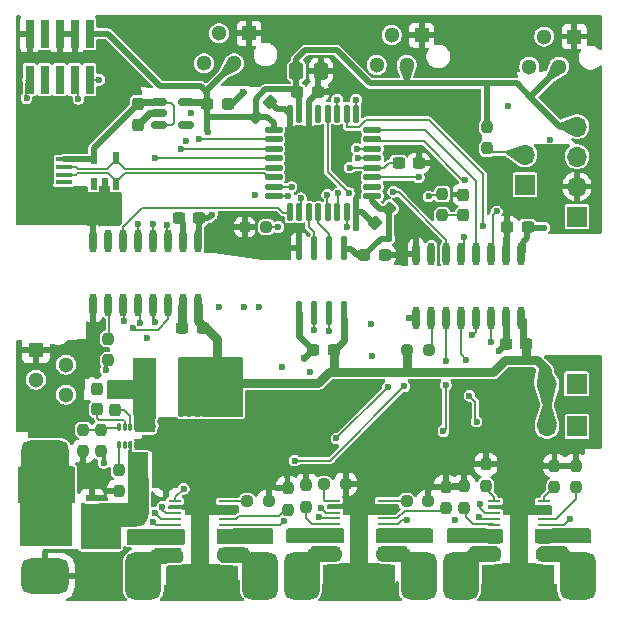
<source format=gbr>
%TF.GenerationSoftware,KiCad,Pcbnew,9.0.5-9.0.5~ubuntu24.04.1*%
%TF.CreationDate,2025-11-10T21:38:19+02:00*%
%TF.ProjectId,picr_1_9tdi,70696372-5f31-45f3-9974-64692e6b6963,1*%
%TF.SameCoordinates,Original*%
%TF.FileFunction,Copper,L1,Top*%
%TF.FilePolarity,Positive*%
%FSLAX46Y46*%
G04 Gerber Fmt 4.6, Leading zero omitted, Abs format (unit mm)*
G04 Created by KiCad (PCBNEW 9.0.5-9.0.5~ubuntu24.04.1) date 2025-11-10 21:38:19*
%MOMM*%
%LPD*%
G01*
G04 APERTURE LIST*
G04 Aperture macros list*
%AMRoundRect*
0 Rectangle with rounded corners*
0 $1 Rounding radius*
0 $2 $3 $4 $5 $6 $7 $8 $9 X,Y pos of 4 corners*
0 Add a 4 corners polygon primitive as box body*
4,1,4,$2,$3,$4,$5,$6,$7,$8,$9,$2,$3,0*
0 Add four circle primitives for the rounded corners*
1,1,$1+$1,$2,$3*
1,1,$1+$1,$4,$5*
1,1,$1+$1,$6,$7*
1,1,$1+$1,$8,$9*
0 Add four rect primitives between the rounded corners*
20,1,$1+$1,$2,$3,$4,$5,0*
20,1,$1+$1,$4,$5,$6,$7,0*
20,1,$1+$1,$6,$7,$8,$9,0*
20,1,$1+$1,$8,$9,$2,$3,0*%
G04 Aperture macros list end*
%TA.AperFunction,SMDPad,CuDef*%
%ADD10RoundRect,0.237500X0.250000X0.237500X-0.250000X0.237500X-0.250000X-0.237500X0.250000X-0.237500X0*%
%TD*%
%TA.AperFunction,SMDPad,CuDef*%
%ADD11RoundRect,0.750000X-1.250000X0.750000X-1.250000X-0.750000X1.250000X-0.750000X1.250000X0.750000X0*%
%TD*%
%TA.AperFunction,SMDPad,CuDef*%
%ADD12O,0.602000X1.971000*%
%TD*%
%TA.AperFunction,SMDPad,CuDef*%
%ADD13RoundRect,0.237500X-0.237500X0.250000X-0.237500X-0.250000X0.237500X-0.250000X0.237500X0.250000X0*%
%TD*%
%TA.AperFunction,SMDPad,CuDef*%
%ADD14RoundRect,0.237500X0.044194X0.380070X-0.380070X-0.044194X-0.044194X-0.380070X0.380070X0.044194X0*%
%TD*%
%TA.AperFunction,SMDPad,CuDef*%
%ADD15R,1.117600X0.228600*%
%TD*%
%TA.AperFunction,SMDPad,CuDef*%
%ADD16R,1.625600X4.927600*%
%TD*%
%TA.AperFunction,SMDPad,CuDef*%
%ADD17RoundRect,0.237500X0.300000X0.237500X-0.300000X0.237500X-0.300000X-0.237500X0.300000X-0.237500X0*%
%TD*%
%TA.AperFunction,SMDPad,CuDef*%
%ADD18RoundRect,0.750000X-0.750000X-1.250000X0.750000X-1.250000X0.750000X1.250000X-0.750000X1.250000X0*%
%TD*%
%TA.AperFunction,SMDPad,CuDef*%
%ADD19RoundRect,0.237500X0.237500X-0.250000X0.237500X0.250000X-0.237500X0.250000X-0.237500X-0.250000X0*%
%TD*%
%TA.AperFunction,ComponentPad*%
%ADD20R,1.300000X1.300000*%
%TD*%
%TA.AperFunction,ComponentPad*%
%ADD21C,1.300000*%
%TD*%
%TA.AperFunction,SMDPad,CuDef*%
%ADD22R,1.000000X0.595000*%
%TD*%
%TA.AperFunction,SMDPad,CuDef*%
%ADD23R,4.500000X4.500000*%
%TD*%
%TA.AperFunction,SMDPad,CuDef*%
%ADD24RoundRect,0.050000X0.100000X-0.285000X0.100000X0.285000X-0.100000X0.285000X-0.100000X-0.285000X0*%
%TD*%
%TA.AperFunction,SMDPad,CuDef*%
%ADD25RoundRect,0.237500X-0.300000X-0.237500X0.300000X-0.237500X0.300000X0.237500X-0.300000X0.237500X0*%
%TD*%
%TA.AperFunction,SMDPad,CuDef*%
%ADD26RoundRect,0.237500X-0.250000X-0.237500X0.250000X-0.237500X0.250000X0.237500X-0.250000X0.237500X0*%
%TD*%
%TA.AperFunction,SMDPad,CuDef*%
%ADD27RoundRect,0.237500X-0.237500X0.300000X-0.237500X-0.300000X0.237500X-0.300000X0.237500X0.300000X0*%
%TD*%
%TA.AperFunction,SMDPad,CuDef*%
%ADD28R,1.500000X3.500000*%
%TD*%
%TA.AperFunction,SMDPad,CuDef*%
%ADD29RoundRect,0.237500X-0.044194X-0.380070X0.380070X0.044194X0.044194X0.380070X-0.380070X-0.044194X0*%
%TD*%
%TA.AperFunction,ComponentPad*%
%ADD30R,1.700000X1.700000*%
%TD*%
%TA.AperFunction,ComponentPad*%
%ADD31O,1.700000X1.700000*%
%TD*%
%TA.AperFunction,SMDPad,CuDef*%
%ADD32RoundRect,0.250000X-0.337500X-0.475000X0.337500X-0.475000X0.337500X0.475000X-0.337500X0.475000X0*%
%TD*%
%TA.AperFunction,SMDPad,CuDef*%
%ADD33RoundRect,0.125000X0.625000X0.125000X-0.625000X0.125000X-0.625000X-0.125000X0.625000X-0.125000X0*%
%TD*%
%TA.AperFunction,SMDPad,CuDef*%
%ADD34RoundRect,0.125000X0.125000X0.625000X-0.125000X0.625000X-0.125000X-0.625000X0.125000X-0.625000X0*%
%TD*%
%TA.AperFunction,SMDPad,CuDef*%
%ADD35RoundRect,0.100000X-0.575000X0.100000X-0.575000X-0.100000X0.575000X-0.100000X0.575000X0.100000X0*%
%TD*%
%TA.AperFunction,HeatsinkPad*%
%ADD36O,1.600000X0.900000*%
%TD*%
%TA.AperFunction,SMDPad,CuDef*%
%ADD37RoundRect,0.250000X-0.450000X0.550000X-0.450000X-0.550000X0.450000X-0.550000X0.450000X0.550000X0*%
%TD*%
%TA.AperFunction,SMDPad,CuDef*%
%ADD38RoundRect,0.250000X-0.700000X0.700000X-0.700000X-0.700000X0.700000X-0.700000X0.700000X0.700000X0*%
%TD*%
%TA.AperFunction,SMDPad,CuDef*%
%ADD39R,0.760000X2.400000*%
%TD*%
%TA.AperFunction,SMDPad,CuDef*%
%ADD40RoundRect,0.150000X-0.512500X-0.150000X0.512500X-0.150000X0.512500X0.150000X-0.512500X0.150000X0*%
%TD*%
%TA.AperFunction,SMDPad,CuDef*%
%ADD41O,0.588000X2.045000*%
%TD*%
%TA.AperFunction,SMDPad,CuDef*%
%ADD42RoundRect,0.237500X0.237500X-0.300000X0.237500X0.300000X-0.237500X0.300000X-0.237500X-0.300000X0*%
%TD*%
%TA.AperFunction,SMDPad,CuDef*%
%ADD43RoundRect,0.237500X-0.237500X0.287500X-0.237500X-0.287500X0.237500X-0.287500X0.237500X0.287500X0*%
%TD*%
%TA.AperFunction,SMDPad,CuDef*%
%ADD44R,0.600000X1.000000*%
%TD*%
%TA.AperFunction,ViaPad*%
%ADD45C,0.600000*%
%TD*%
%TA.AperFunction,ViaPad*%
%ADD46C,0.400000*%
%TD*%
%TA.AperFunction,ViaPad*%
%ADD47C,0.800000*%
%TD*%
%TA.AperFunction,Conductor*%
%ADD48C,0.200000*%
%TD*%
%TA.AperFunction,Conductor*%
%ADD49C,0.600000*%
%TD*%
%TA.AperFunction,Conductor*%
%ADD50C,0.500000*%
%TD*%
%TA.AperFunction,Conductor*%
%ADD51C,0.800000*%
%TD*%
%TA.AperFunction,Conductor*%
%ADD52C,0.300000*%
%TD*%
%TA.AperFunction,Conductor*%
%ADD53C,0.157500*%
%TD*%
G04 APERTURE END LIST*
D10*
%TO.P,R1,1*%
%TO.N,GND_MOT*%
X89500000Y-108650000D03*
%TO.P,R1,2*%
%TO.N,Net-(U1-ITRIP)*%
X87675000Y-108650000D03*
%TD*%
D11*
%TO.P,J2,1,Pin_1*%
%TO.N,/VBAT_IN*%
X70600000Y-105000000D03*
%TO.P,J2,2,Pin_2*%
%TO.N,GND_MOT*%
X70600000Y-115000000D03*
%TD*%
D12*
%TO.P,U13,1,VDD1*%
%TO.N,+3.3V*%
X110890000Y-87700000D03*
%TO.P,U13,2,GND1*%
%TO.N,GND_MCU*%
X109620000Y-87700000D03*
%TO.P,U13,3,A1*%
%TO.N,/M1_DIR_I*%
X108350000Y-87700000D03*
%TO.P,U13,4,A2*%
%TO.N,/M2_DIR_I*%
X107080000Y-87700000D03*
%TO.P,U13,5,A3*%
%TO.N,/M3_DIR_I*%
X105810000Y-87700000D03*
%TO.P,U13,6,A4*%
%TO.N,/M_NSLEEP_I*%
X104540000Y-87700000D03*
%TO.P,U13,7,NC*%
%TO.N,unconnected-(U13-NC-Pad7)*%
X103270000Y-87700000D03*
%TO.P,U13,8,GND1*%
%TO.N,GND_MCU*%
X102000000Y-87700000D03*
%TO.P,U13,9,GND2*%
%TO.N,GND_MOT*%
X102000000Y-93171000D03*
%TO.P,U13,10,EN2*%
%TO.N,Net-(U13-EN2)*%
X103270000Y-93171000D03*
%TO.P,U13,11,B4*%
%TO.N,/M_NSLEEP_O*%
X104540000Y-93171000D03*
%TO.P,U13,12,B3*%
%TO.N,/M3_DIR_O*%
X105810000Y-93171000D03*
%TO.P,U13,13,B2*%
%TO.N,/M2_DIR_O*%
X107080000Y-93171000D03*
%TO.P,U13,14,B1*%
%TO.N,/M1_DIR_O*%
X108350000Y-93171000D03*
%TO.P,U13,15,GND2*%
%TO.N,GND_MOT*%
X109620000Y-93171000D03*
%TO.P,U13,16,VDD2*%
%TO.N,/5V_MOT*%
X110890000Y-93171000D03*
%TD*%
D13*
%TO.P,R14,1*%
%TO.N,GND_MOT*%
X113700000Y-105625000D03*
%TO.P,R14,2*%
%TO.N,Net-(U6-ITRIP)*%
X113700000Y-107450000D03*
%TD*%
D14*
%TO.P,C22,1*%
%TO.N,+3.3V*%
X99700000Y-83900000D03*
%TO.P,C22,2*%
%TO.N,GND_MCU*%
X98480240Y-85119760D03*
%TD*%
D15*
%TO.P,U1,1,SR*%
%TO.N,Net-(U1-SR)*%
X81579100Y-108649181D03*
%TO.P,U1,2,DIAG*%
%TO.N,GND_MOT*%
X81579100Y-109149307D03*
%TO.P,U1,3,PH/IN2*%
%TO.N,/M1_DIR_O*%
X81579100Y-109649433D03*
%TO.P,U1,4,EN/IN1*%
%TO.N,/PWM_M1_O*%
X81579100Y-110149559D03*
%TO.P,U1,5,DRVOFF*%
%TO.N,Net-(U1-DRVOFF)*%
X81579100Y-110649685D03*
%TO.P,U1,6,VM*%
%TO.N,/VBAT*%
X81579100Y-111149811D03*
%TO.P,U1,7,VM*%
X81579100Y-111649937D03*
%TO.P,U1,8,VM*%
X81579100Y-112150063D03*
%TO.P,U1,9,OUT1*%
%TO.N,/M1_OUT1*%
X81579100Y-112650189D03*
%TO.P,U1,10,OUT1*%
X81579100Y-113150315D03*
%TO.P,U1,11,OUT1*%
X81579100Y-113650441D03*
%TO.P,U1,12,GND*%
%TO.N,GND_MOT*%
X81579100Y-114150567D03*
%TO.P,U1,13,GND*%
X81579100Y-114650693D03*
%TO.P,U1,14,GND*%
X81579100Y-115150819D03*
%TO.P,U1,15,GND*%
X85820900Y-115150819D03*
%TO.P,U1,16,GND*%
X85820900Y-114650693D03*
%TO.P,U1,17,GND*%
X85820900Y-114150567D03*
%TO.P,U1,18,OUT2*%
%TO.N,/M1_OUT2*%
X85820900Y-113650441D03*
%TO.P,U1,19,OUT2*%
X85820900Y-113150315D03*
%TO.P,U1,20,OUT2*%
X85820900Y-112650189D03*
%TO.P,U1,21,VM*%
%TO.N,/VBAT*%
X85820900Y-112150063D03*
%TO.P,U1,22,VM*%
X85820900Y-111649937D03*
%TO.P,U1,23,VM*%
X85820900Y-111149811D03*
%TO.P,U1,24,nSLEEP*%
%TO.N,/M_NSLEEP_O*%
X85820900Y-110649685D03*
%TO.P,U1,25,IPROPI*%
%TO.N,Net-(U1-IPROPI)*%
X85820900Y-110149559D03*
%TO.P,U1,26,nFAULT*%
%TO.N,GND_MOT*%
X85820900Y-109649433D03*
%TO.P,U1,27,MODE*%
X85820900Y-109149307D03*
%TO.P,U1,28,ITRIP*%
%TO.N,Net-(U1-ITRIP)*%
X85820900Y-108649181D03*
D16*
%TO.P,U1,EPAD,EPAD*%
%TO.N,GND_MOT*%
X83700000Y-111900000D03*
%TD*%
D17*
%TO.P,C35,1*%
%TO.N,/5V_MOT*%
X111325000Y-95300000D03*
%TO.P,C35,2*%
%TO.N,GND_MOT*%
X109600000Y-95300000D03*
%TD*%
D18*
%TO.P,J9,1,Pin_1*%
%TO.N,/M2_OUT1*%
X92300000Y-114950000D03*
%TO.P,J9,2,Pin_2*%
%TO.N,/M2_OUT2*%
X102200000Y-114950000D03*
%TD*%
D19*
%TO.P,R19,1*%
%TO.N,/5V_MOT*%
X75900000Y-96700000D03*
%TO.P,R19,2*%
%TO.N,Net-(U12-EN2)*%
X75900000Y-94875000D03*
%TD*%
D20*
%TO.P,U11,1,1*%
%TO.N,GND_MCU*%
X115375000Y-69300000D03*
D21*
%TO.P,U11,2,2*%
%TO.N,+3.3V*%
X114105000Y-71840000D03*
%TO.P,U11,3,3*%
%TO.N,/E_M3_A*%
X112835000Y-69300000D03*
%TO.P,U11,4,4*%
%TO.N,/E_M3_B*%
X111565000Y-71840000D03*
%TD*%
D10*
%TO.P,R9,1*%
%TO.N,GND_MOT*%
X103025000Y-108650000D03*
%TO.P,R9,2*%
%TO.N,Net-(U4-ITRIP)*%
X101200000Y-108650000D03*
%TD*%
D22*
%TO.P,Q1,1,S*%
%TO.N,/VBAT*%
X74532000Y-112173000D03*
%TO.P,Q1,2,S*%
X74532000Y-110903000D03*
%TO.P,Q1,3,S*%
X74532000Y-109633000D03*
%TO.P,Q1,4,G*%
%TO.N,GND_MOT*%
X74532000Y-108363000D03*
D23*
%TO.P,Q1,5,D*%
%TO.N,/VBAT_IN*%
X70618000Y-110268000D03*
%TD*%
D24*
%TO.P,U3,1,RT*%
%TO.N,Net-(U3-RT)*%
X76800000Y-103880000D03*
%TO.P,U3,2,EN*%
%TO.N,unconnected-(U3-EN-Pad2)*%
X77300000Y-103880000D03*
%TO.P,U3,3,VIN*%
%TO.N,/VBAT*%
X77800000Y-103880000D03*
%TO.P,U3,4,GND*%
%TO.N,GND_MOT*%
X78300000Y-103880000D03*
%TO.P,U3,5,SW*%
%TO.N,Net-(U3-SW)*%
X78300000Y-102400000D03*
%TO.P,U3,6,BST*%
%TO.N,Net-(U3-BST)*%
X77800000Y-102400000D03*
%TO.P,U3,7,SS*%
%TO.N,Net-(U3-SS)*%
X77300000Y-102400000D03*
%TO.P,U3,8,FB*%
%TO.N,Net-(U3-FB)*%
X76800000Y-102400000D03*
%TD*%
D20*
%TO.P,U9,1,1*%
%TO.N,GND_MCU*%
X102455000Y-69180000D03*
D21*
%TO.P,U9,2,2*%
%TO.N,+3.3V*%
X101185000Y-71720000D03*
%TO.P,U9,3,3*%
%TO.N,/E_M1_A*%
X99915000Y-69180000D03*
%TO.P,U9,4,4*%
%TO.N,/E_M1_B*%
X98645000Y-71720000D03*
%TD*%
D25*
%TO.P,C36,1*%
%TO.N,+3.3V*%
X97600000Y-87800000D03*
%TO.P,C36,2*%
%TO.N,GND_MCU*%
X99325000Y-87800000D03*
%TD*%
D26*
%TO.P,R10,1*%
%TO.N,Net-(U4-SR)*%
X94187500Y-107200000D03*
%TO.P,R10,2*%
%TO.N,GND_MOT*%
X96012500Y-107200000D03*
%TD*%
D17*
%TO.P,C33,1*%
%TO.N,+3.3V*%
X83600000Y-84700000D03*
%TO.P,C33,2*%
%TO.N,GND_MCU*%
X81875000Y-84700000D03*
%TD*%
D15*
%TO.P,U6,1,SR*%
%TO.N,Net-(U6-SR)*%
X108579100Y-108649181D03*
%TO.P,U6,2,DIAG*%
%TO.N,GND_MOT*%
X108579100Y-109149307D03*
%TO.P,U6,3,PH/IN2*%
%TO.N,/M3_DIR_O*%
X108579100Y-109649433D03*
%TO.P,U6,4,EN/IN1*%
%TO.N,/PWM_M3_O*%
X108579100Y-110149559D03*
%TO.P,U6,5,DRVOFF*%
%TO.N,Net-(U6-DRVOFF)*%
X108579100Y-110649685D03*
%TO.P,U6,6,VM*%
%TO.N,/VBAT*%
X108579100Y-111149811D03*
%TO.P,U6,7,VM*%
X108579100Y-111649937D03*
%TO.P,U6,8,VM*%
X108579100Y-112150063D03*
%TO.P,U6,9,OUT1*%
%TO.N,/M3_OUT1*%
X108579100Y-112650189D03*
%TO.P,U6,10,OUT1*%
X108579100Y-113150315D03*
%TO.P,U6,11,OUT1*%
X108579100Y-113650441D03*
%TO.P,U6,12,GND*%
%TO.N,GND_MOT*%
X108579100Y-114150567D03*
%TO.P,U6,13,GND*%
X108579100Y-114650693D03*
%TO.P,U6,14,GND*%
X108579100Y-115150819D03*
%TO.P,U6,15,GND*%
X112820900Y-115150819D03*
%TO.P,U6,16,GND*%
X112820900Y-114650693D03*
%TO.P,U6,17,GND*%
X112820900Y-114150567D03*
%TO.P,U6,18,OUT2*%
%TO.N,/M3_OUT2*%
X112820900Y-113650441D03*
%TO.P,U6,19,OUT2*%
X112820900Y-113150315D03*
%TO.P,U6,20,OUT2*%
X112820900Y-112650189D03*
%TO.P,U6,21,VM*%
%TO.N,/VBAT*%
X112820900Y-112150063D03*
%TO.P,U6,22,VM*%
X112820900Y-111649937D03*
%TO.P,U6,23,VM*%
X112820900Y-111149811D03*
%TO.P,U6,24,nSLEEP*%
%TO.N,/M_NSLEEP_O*%
X112820900Y-110649685D03*
%TO.P,U6,25,IPROPI*%
%TO.N,Net-(U6-IPROPI)*%
X112820900Y-110149559D03*
%TO.P,U6,26,nFAULT*%
%TO.N,GND_MOT*%
X112820900Y-109649433D03*
%TO.P,U6,27,MODE*%
X112820900Y-109149307D03*
%TO.P,U6,28,ITRIP*%
%TO.N,Net-(U6-ITRIP)*%
X112820900Y-108649181D03*
D16*
%TO.P,U6,EPAD,EPAD*%
%TO.N,GND_MOT*%
X110700000Y-111900000D03*
%TD*%
D20*
%TO.P,U15,1,1*%
%TO.N,GND_MOT*%
X69800000Y-95810000D03*
D21*
%TO.P,U15,2,2*%
%TO.N,/PWM_TH_O*%
X72340000Y-97080000D03*
%TO.P,U15,3,3*%
%TO.N,unconnected-(U15-Pad3)*%
X69800000Y-98350000D03*
%TO.P,U15,4,4*%
%TO.N,unconnected-(U15-Pad4)*%
X72340000Y-99620000D03*
%TD*%
D27*
%TO.P,C16,1*%
%TO.N,/VUSB*%
X78400000Y-75025000D03*
%TO.P,C16,2*%
%TO.N,GND_MCU*%
X78400000Y-76750000D03*
%TD*%
D28*
%TO.P,L1,1,1*%
%TO.N,Net-(U3-SW)*%
X79000000Y-98700000D03*
%TO.P,L1,2,2*%
%TO.N,/5V_MOT*%
X82700000Y-98700000D03*
%TD*%
D29*
%TO.P,C24,1*%
%TO.N,+3.3V*%
X88425000Y-76075000D03*
%TO.P,C24,2*%
%TO.N,GND_MCU*%
X89644760Y-74855240D03*
%TD*%
D19*
%TO.P,R16,1*%
%TO.N,Net-(U6-SR)*%
X107900000Y-107350000D03*
%TO.P,R16,2*%
%TO.N,GND_MOT*%
X107900000Y-105525000D03*
%TD*%
D26*
%TO.P,R15,1*%
%TO.N,GND_MCU*%
X87475000Y-85425000D03*
%TO.P,R15,2*%
%TO.N,Net-(U7-PB8)*%
X89300000Y-85425000D03*
%TD*%
D17*
%TO.P,C37,1*%
%TO.N,/5V_MOT*%
X94995000Y-95850000D03*
%TO.P,C37,2*%
%TO.N,GND_MOT*%
X93269998Y-95850000D03*
%TD*%
D13*
%TO.P,R4,1*%
%TO.N,Net-(U3-RT)*%
X76800000Y-105975000D03*
%TO.P,R4,2*%
%TO.N,GND_MOT*%
X76800000Y-107800000D03*
%TD*%
D19*
%TO.P,R11,1*%
%TO.N,Net-(U4-DRVOFF)*%
X92700000Y-109100000D03*
%TO.P,R11,2*%
%TO.N,GND_MOT*%
X92700000Y-107275000D03*
%TD*%
D15*
%TO.P,U4,1,SR*%
%TO.N,Net-(U4-SR)*%
X95008200Y-108598362D03*
%TO.P,U4,2,DIAG*%
%TO.N,GND_MOT*%
X95008200Y-109098488D03*
%TO.P,U4,3,PH/IN2*%
%TO.N,/M2_DIR_O*%
X95008200Y-109598614D03*
%TO.P,U4,4,EN/IN1*%
%TO.N,/PWM_M2_O*%
X95008200Y-110098740D03*
%TO.P,U4,5,DRVOFF*%
%TO.N,Net-(U4-DRVOFF)*%
X95008200Y-110598866D03*
%TO.P,U4,6,VM*%
%TO.N,/VBAT*%
X95008200Y-111098992D03*
%TO.P,U4,7,VM*%
X95008200Y-111599118D03*
%TO.P,U4,8,VM*%
X95008200Y-112099244D03*
%TO.P,U4,9,OUT1*%
%TO.N,/M2_OUT1*%
X95008200Y-112599370D03*
%TO.P,U4,10,OUT1*%
X95008200Y-113099496D03*
%TO.P,U4,11,OUT1*%
X95008200Y-113599622D03*
%TO.P,U4,12,GND*%
%TO.N,GND_MOT*%
X95008200Y-114099748D03*
%TO.P,U4,13,GND*%
X95008200Y-114599874D03*
%TO.P,U4,14,GND*%
X95008200Y-115100000D03*
%TO.P,U4,15,GND*%
X99250000Y-115100000D03*
%TO.P,U4,16,GND*%
X99250000Y-114599874D03*
%TO.P,U4,17,GND*%
X99250000Y-114099748D03*
%TO.P,U4,18,OUT2*%
%TO.N,/M2_OUT2*%
X99250000Y-113599622D03*
%TO.P,U4,19,OUT2*%
X99250000Y-113099496D03*
%TO.P,U4,20,OUT2*%
X99250000Y-112599370D03*
%TO.P,U4,21,VM*%
%TO.N,/VBAT*%
X99250000Y-112099244D03*
%TO.P,U4,22,VM*%
X99250000Y-111599118D03*
%TO.P,U4,23,VM*%
X99250000Y-111098992D03*
%TO.P,U4,24,nSLEEP*%
%TO.N,/M_NSLEEP_O*%
X99250000Y-110598866D03*
%TO.P,U4,25,IPROPI*%
%TO.N,Net-(U4-IPROPI)*%
X99250000Y-110098740D03*
%TO.P,U4,26,nFAULT*%
%TO.N,GND_MOT*%
X99250000Y-109598614D03*
%TO.P,U4,27,MODE*%
X99250000Y-109098488D03*
%TO.P,U4,28,ITRIP*%
%TO.N,Net-(U4-ITRIP)*%
X99250000Y-108598362D03*
D16*
%TO.P,U4,EPAD,EPAD*%
%TO.N,GND_MOT*%
X97129100Y-111849181D03*
%TD*%
D30*
%TO.P,J4,1,Pin_1*%
%TO.N,/PWM_GRB_O*%
X115600000Y-102300000D03*
D31*
%TO.P,J4,2,Pin_2*%
%TO.N,/5V_MOT*%
X113060000Y-102300000D03*
%TO.P,J4,3,Pin_3*%
%TO.N,GND_MOT*%
X110520000Y-102300000D03*
%TD*%
D13*
%TO.P,R8,1*%
%TO.N,Net-(U3-FB)*%
X73800000Y-102587500D03*
%TO.P,R8,2*%
%TO.N,GND_MOT*%
X73800000Y-104412500D03*
%TD*%
D18*
%TO.P,J8,1,Pin_1*%
%TO.N,/M1_OUT1*%
X78900000Y-114950000D03*
%TO.P,J8,2,Pin_2*%
%TO.N,/M1_OUT2*%
X88800000Y-114950000D03*
%TD*%
D32*
%TO.P,C21,1*%
%TO.N,+3.3V*%
X91850000Y-72225000D03*
%TO.P,C21,2*%
%TO.N,GND_MCU*%
X93925000Y-72225000D03*
%TD*%
D18*
%TO.P,J7,1,Pin_1*%
%TO.N,/M3_OUT1*%
X105750000Y-114962500D03*
%TO.P,J7,2,Pin_2*%
%TO.N,/M3_OUT2*%
X115650000Y-114962500D03*
%TD*%
D33*
%TO.P,U7,1,VDD*%
%TO.N,+3.3V*%
X98275000Y-82800000D03*
%TO.P,U7,2,PF0*%
%TO.N,unconnected-(U7-PF0-Pad2)*%
X98275000Y-82000000D03*
%TO.P,U7,3,PF1*%
%TO.N,/IR_RX*%
X98275000Y-81200000D03*
%TO.P,U7,4,PG10*%
%TO.N,/NRST*%
X98275000Y-80400000D03*
%TO.P,U7,5,PA0*%
%TO.N,/E_M1_A*%
X98275000Y-79600000D03*
%TO.P,U7,6,PA1*%
%TO.N,/E_M1_B*%
X98275000Y-78800000D03*
%TO.P,U7,7,PA2*%
%TO.N,/M1_DIR_I*%
X98275000Y-78000000D03*
%TO.P,U7,8,PA3*%
%TO.N,/M2_DIR_I*%
X98275000Y-77200000D03*
D34*
%TO.P,U7,9,PA4*%
%TO.N,/E_M2_B*%
X96900000Y-75825000D03*
%TO.P,U7,10,PA5*%
%TO.N,/M3_DIR_I*%
X96100000Y-75825000D03*
%TO.P,U7,11,PA6*%
%TO.N,/E_M2_A*%
X95300000Y-75825000D03*
%TO.P,U7,12,PA7*%
%TO.N,/M_NSLEEP_I*%
X94500000Y-75825000D03*
%TO.P,U7,13,PB0*%
%TO.N,unconnected-(U7-PB0-Pad13)*%
X93700000Y-75825000D03*
%TO.P,U7,14,VSSA*%
%TO.N,GND_MCU*%
X92900000Y-75825000D03*
%TO.P,U7,15,VDDA*%
%TO.N,+3.3V*%
X92100000Y-75825000D03*
%TO.P,U7,16,VSS*%
%TO.N,GND_MCU*%
X91300000Y-75825000D03*
D33*
%TO.P,U7,17,VDD*%
%TO.N,+3.3V*%
X89925000Y-77200000D03*
%TO.P,U7,18,PA8*%
%TO.N,/PWM_M1_I*%
X89925000Y-78000000D03*
%TO.P,U7,19,PA9*%
%TO.N,/PWM_M2_I*%
X89925000Y-78800000D03*
%TO.P,U7,20,PA10*%
%TO.N,/PWM_M3_I*%
X89925000Y-79600000D03*
%TO.P,U7,21,PA11*%
%TO.N,/D-*%
X89925000Y-80400000D03*
%TO.P,U7,22,PA12*%
%TO.N,/D+*%
X89925000Y-81200000D03*
%TO.P,U7,23,PA13*%
%TO.N,/SWDIO*%
X89925000Y-82000000D03*
%TO.P,U7,24,PA14*%
%TO.N,/SWCLK*%
X89925000Y-82800000D03*
D34*
%TO.P,U7,25,PA15*%
%TO.N,/PWM_TH_I*%
X91300000Y-84175000D03*
%TO.P,U7,26,PB3*%
%TO.N,/MCU_LED*%
X92100000Y-84175000D03*
%TO.P,U7,27,PB4*%
%TO.N,/PWM_GRB_I*%
X92900000Y-84175000D03*
%TO.P,U7,28,PB5*%
%TO.N,/PWM_ANG_I*%
X93700000Y-84175000D03*
%TO.P,U7,29,PB6*%
%TO.N,/E_M3_A*%
X94500000Y-84175000D03*
%TO.P,U7,30,PB7*%
%TO.N,/E_M3_B*%
X95300000Y-84175000D03*
%TO.P,U7,31,PB8*%
%TO.N,Net-(U7-PB8)*%
X96100000Y-84175000D03*
%TO.P,U7,32,VSS*%
%TO.N,GND_MCU*%
X96900000Y-84175000D03*
%TD*%
D35*
%TO.P,J1,1,VBUS*%
%TO.N,/VUSB*%
X72175000Y-79700000D03*
%TO.P,J1,2,D-*%
%TO.N,/D-*%
X72175000Y-80350000D03*
%TO.P,J1,3,D+*%
%TO.N,/D+*%
X72175000Y-81000000D03*
%TO.P,J1,4,ID*%
%TO.N,unconnected-(J1-ID-Pad4)*%
X72175000Y-81650000D03*
%TO.P,J1,5,GND*%
%TO.N,GND_MCU*%
X72175000Y-82300000D03*
D36*
%TO.P,J1,6,Shield*%
X69500000Y-77700000D03*
D37*
X71950000Y-77800000D03*
D38*
X69500000Y-79800000D03*
X69500000Y-82200000D03*
D37*
X71950000Y-84200000D03*
D36*
X69500000Y-84300000D03*
%TD*%
D17*
%TO.P,C34,1*%
%TO.N,/5V_MOT*%
X83925000Y-94000000D03*
%TO.P,C34,2*%
%TO.N,GND_MOT*%
X82200000Y-94000000D03*
%TD*%
D39*
%TO.P,U8,1,VCC*%
%TO.N,+3.3V*%
X74340000Y-69050000D03*
%TO.P,U8,2,SWDIO*%
%TO.N,/SWDIO*%
X74340000Y-72950000D03*
%TO.P,U8,3,GND*%
%TO.N,GND_MCU*%
X73070000Y-69050000D03*
%TO.P,U8,4,SWCLK*%
%TO.N,/SWCLK*%
X73070000Y-72950000D03*
%TO.P,U8,5,GND*%
%TO.N,GND_MCU*%
X71800000Y-69050000D03*
%TO.P,U8,6,6*%
%TO.N,unconnected-(U8-Pad6)*%
X71800000Y-72950000D03*
%TO.P,U8,7,7*%
%TO.N,unconnected-(U8-Pad7)*%
X70530000Y-69050000D03*
%TO.P,U8,8,8*%
%TO.N,unconnected-(U8-Pad8)*%
X70530000Y-72950000D03*
%TO.P,U8,9,GND*%
%TO.N,GND_MCU*%
X69260000Y-69050000D03*
%TO.P,U8,10,NRST*%
%TO.N,/NRST*%
X69260000Y-72950000D03*
%TD*%
D40*
%TO.P,U5,1,VIN*%
%TO.N,/VUSB*%
X80200000Y-74850000D03*
%TO.P,U5,2,GND*%
%TO.N,GND_MCU*%
X80200000Y-75800000D03*
%TO.P,U5,3,EN*%
%TO.N,/VUSB*%
X80200000Y-76750000D03*
%TO.P,U5,4,NC*%
%TO.N,unconnected-(U5-NC-Pad4)*%
X82475000Y-76750000D03*
%TO.P,U5,5,VOUT*%
%TO.N,+3.3V*%
X82475000Y-74850000D03*
%TD*%
D25*
%TO.P,C25,1*%
%TO.N,/NRST*%
X100500000Y-80000000D03*
%TO.P,C25,2*%
%TO.N,GND_MCU*%
X102225000Y-80000000D03*
%TD*%
D13*
%TO.P,R12,1*%
%TO.N,/MCU_LED*%
X104200000Y-82625000D03*
%TO.P,R12,2*%
%TO.N,Net-(D1-A)*%
X104200000Y-84450000D03*
%TD*%
D19*
%TO.P,R5,1*%
%TO.N,Net-(U1-IPROPI)*%
X91100000Y-109350000D03*
%TO.P,R5,2*%
%TO.N,GND_MOT*%
X91100000Y-107525000D03*
%TD*%
D30*
%TO.P,J3,1,Pin_1*%
%TO.N,/GLo*%
X115600000Y-84540000D03*
D31*
%TO.P,J3,2,Pin_2*%
%TO.N,GND_MCU*%
X115600000Y-82000000D03*
%TO.P,J3,3,Pin_3*%
%TO.N,/IR_RX*%
X115600000Y-79460000D03*
%TO.P,J3,4,Pin_4*%
%TO.N,+3.3V*%
X115600000Y-76920000D03*
%TD*%
D41*
%TO.P,U14,1,VDDA*%
%TO.N,+3.3V*%
X95900000Y-87200000D03*
%TO.P,U14,2,IN1*%
%TO.N,/PWM_ANG_I*%
X94630000Y-87200000D03*
%TO.P,U14,3,IN2*%
%TO.N,/PWM_GRB_I*%
X93360000Y-87200000D03*
%TO.P,U14,4,GNDA*%
%TO.N,GND_MCU*%
X92090000Y-87200000D03*
%TO.P,U14,5,GNDB*%
%TO.N,GND_MOT*%
X92090000Y-92745000D03*
%TO.P,U14,6,OUT2*%
%TO.N,/PWM_GRB_O*%
X93360000Y-92745000D03*
%TO.P,U14,7,OUT1*%
%TO.N,/PWM_ANG_O*%
X94630000Y-92745000D03*
%TO.P,U14,8,VDDB*%
%TO.N,/5V_MOT*%
X95900000Y-92745000D03*
%TD*%
D12*
%TO.P,U12,1,VDD1*%
%TO.N,+3.3V*%
X83550000Y-86600000D03*
%TO.P,U12,2,GND1*%
%TO.N,GND_MCU*%
X82280000Y-86600000D03*
%TO.P,U12,3,A1*%
%TO.N,/PWM_M1_I*%
X81010000Y-86600000D03*
%TO.P,U12,4,A2*%
%TO.N,/PWM_M2_I*%
X79740000Y-86600000D03*
%TO.P,U12,5,A3*%
%TO.N,/PWM_M3_I*%
X78470000Y-86600000D03*
%TO.P,U12,6,A4*%
%TO.N,/PWM_TH_I*%
X77200000Y-86600000D03*
%TO.P,U12,7,NC*%
%TO.N,unconnected-(U12-NC-Pad7)*%
X75930000Y-86600000D03*
%TO.P,U12,8,GND1*%
%TO.N,GND_MCU*%
X74660000Y-86600000D03*
%TO.P,U12,9,GND2*%
%TO.N,GND_MOT*%
X74660000Y-92071000D03*
%TO.P,U12,10,EN2*%
%TO.N,Net-(U12-EN2)*%
X75930000Y-92071000D03*
%TO.P,U12,11,B4*%
%TO.N,/PWM_TH_O*%
X77200000Y-92071000D03*
%TO.P,U12,12,B3*%
%TO.N,/PWM_M3_O*%
X78470000Y-92071000D03*
%TO.P,U12,13,B2*%
%TO.N,/PWM_M2_O*%
X79740000Y-92071000D03*
%TO.P,U12,14,B1*%
%TO.N,/PWM_M1_O*%
X81010000Y-92071000D03*
%TO.P,U12,15,GND2*%
%TO.N,GND_MOT*%
X82280000Y-92071000D03*
%TO.P,U12,16,VDD2*%
%TO.N,/5V_MOT*%
X83550000Y-92071000D03*
%TD*%
D27*
%TO.P,C12,1*%
%TO.N,/5V_MOT*%
X86400000Y-100625000D03*
%TO.P,C12,2*%
%TO.N,GND_MOT*%
X86400000Y-102350000D03*
%TD*%
D19*
%TO.P,R18,1*%
%TO.N,Net-(U6-IPROPI)*%
X115500000Y-107450000D03*
%TO.P,R18,2*%
%TO.N,GND_MOT*%
X115500000Y-105625000D03*
%TD*%
D32*
%TO.P,C5,1*%
%TO.N,/VBAT*%
X78700000Y-107050000D03*
%TO.P,C5,2*%
%TO.N,GND_MOT*%
X80775000Y-107050000D03*
%TD*%
D25*
%TO.P,C6,1*%
%TO.N,/VBAT*%
X78675000Y-105250000D03*
%TO.P,C6,2*%
%TO.N,GND_MOT*%
X80400000Y-105250000D03*
%TD*%
D42*
%TO.P,C10,1*%
%TO.N,Net-(U3-BST)*%
X76500000Y-100925000D03*
%TO.P,C10,2*%
%TO.N,Net-(U3-SW)*%
X76500000Y-99200000D03*
%TD*%
D30*
%TO.P,J6,1,Pin_1*%
%TO.N,/PWM_ANG_O*%
X115580000Y-98700000D03*
D31*
%TO.P,J6,2,Pin_2*%
%TO.N,/5V_MOT*%
X113040000Y-98700000D03*
%TO.P,J6,3,Pin_3*%
%TO.N,GND_MOT*%
X110500000Y-98700000D03*
%TD*%
D20*
%TO.P,U10,1,1*%
%TO.N,GND_MCU*%
X87845000Y-69035000D03*
D21*
%TO.P,U10,2,2*%
%TO.N,+3.3V*%
X86575000Y-71575000D03*
%TO.P,U10,3,3*%
%TO.N,/E_M2_A*%
X85305000Y-69035000D03*
%TO.P,U10,4,4*%
%TO.N,/E_M2_B*%
X84035000Y-71575000D03*
%TD*%
D30*
%TO.P,J5,1,Pin_1*%
%TO.N,/GLo*%
X111200000Y-81850000D03*
D31*
%TO.P,J5,2,Pin_2*%
%TO.N,/IR_TX*%
X111200000Y-79310000D03*
%TD*%
D19*
%TO.P,R13,1*%
%TO.N,Net-(U4-IPROPI)*%
X104500000Y-109250000D03*
%TO.P,R13,2*%
%TO.N,GND_MOT*%
X104500000Y-107425000D03*
%TD*%
D17*
%TO.P,C32,1*%
%TO.N,+3.3V*%
X111425000Y-85400000D03*
%TO.P,C32,2*%
%TO.N,GND_MCU*%
X109700000Y-85400000D03*
%TD*%
D26*
%TO.P,R20,1*%
%TO.N,/5V_MOT*%
X101250000Y-95850000D03*
%TO.P,R20,2*%
%TO.N,Net-(U13-EN2)*%
X103075000Y-95850000D03*
%TD*%
D25*
%TO.P,C27,1*%
%TO.N,+3.3V*%
X91924998Y-73975000D03*
%TO.P,C27,2*%
%TO.N,GND_MCU*%
X93650000Y-73975000D03*
%TD*%
D19*
%TO.P,R7,1*%
%TO.N,/5V_MOT*%
X75300000Y-104412500D03*
%TO.P,R7,2*%
%TO.N,Net-(U3-FB)*%
X75300000Y-102587500D03*
%TD*%
%TO.P,R17,1*%
%TO.N,Net-(U6-DRVOFF)*%
X106050000Y-109200000D03*
%TO.P,R17,2*%
%TO.N,GND_MOT*%
X106050000Y-107375000D03*
%TD*%
D42*
%TO.P,C8,1*%
%TO.N,Net-(U3-SS)*%
X75000000Y-100850000D03*
%TO.P,C8,2*%
%TO.N,GND_MOT*%
X75000000Y-99125000D03*
%TD*%
D43*
%TO.P,D1,1,K*%
%TO.N,GND_MCU*%
X105975000Y-82675000D03*
%TO.P,D1,2,A*%
%TO.N,Net-(D1-A)*%
X105975000Y-84425000D03*
%TD*%
D25*
%TO.P,C18,1*%
%TO.N,+3.3V*%
X84300000Y-75000000D03*
%TO.P,C18,2*%
%TO.N,GND_MCU*%
X86025000Y-75000000D03*
%TD*%
D27*
%TO.P,C11,1*%
%TO.N,/5V_MOT*%
X84900000Y-100650000D03*
%TO.P,C11,2*%
%TO.N,GND_MOT*%
X84900000Y-102375000D03*
%TD*%
D44*
%TO.P,U2,1,NC*%
%TO.N,unconnected-(U2-NC-Pad1)*%
X74675000Y-81775000D03*
%TO.P,U2,2,VN*%
%TO.N,GND_MCU*%
X75625000Y-81775000D03*
%TO.P,U2,3,CH1*%
%TO.N,/D+*%
X76575000Y-81775000D03*
%TO.P,U2,4,CH2*%
%TO.N,/D-*%
X76575000Y-79575000D03*
%TO.P,U2,5,VP*%
%TO.N,/VUSB*%
X74675000Y-79575000D03*
%TD*%
D13*
%TO.P,R6,1*%
%TO.N,+3.3V*%
X108000000Y-76950000D03*
%TO.P,R6,2*%
%TO.N,/IR_TX*%
X108000000Y-78775000D03*
%TD*%
D45*
%TO.N,GND_MOT*%
X79200000Y-94800000D03*
D46*
X110700000Y-109600000D03*
D45*
X97200000Y-115600000D03*
X105600000Y-98800000D03*
X82410000Y-102680000D03*
D46*
X110200000Y-110100000D03*
D45*
X94400000Y-116300000D03*
X71100000Y-115650000D03*
X100000000Y-116300000D03*
D46*
X111200000Y-110100000D03*
D45*
X96500000Y-114900000D03*
X75050000Y-115650000D03*
X109900000Y-116300000D03*
X103080000Y-107640000D03*
X85650000Y-103710000D03*
X87600000Y-103000000D03*
X83090000Y-102700000D03*
X82200000Y-94100000D03*
X81040000Y-102650000D03*
D46*
X96600000Y-109100000D03*
D45*
X69300000Y-114400000D03*
X82350000Y-105100000D03*
X107800000Y-116300000D03*
X74525000Y-107575000D03*
X109050000Y-105550000D03*
X70200000Y-115650000D03*
X101425000Y-93171000D03*
X96800000Y-100900000D03*
D46*
X97600000Y-110100000D03*
D45*
X69300000Y-115650000D03*
X84400000Y-116300000D03*
D46*
X97100000Y-109100000D03*
D45*
X80360000Y-101890000D03*
D46*
X83200000Y-110000000D03*
D45*
X68400000Y-95800000D03*
D46*
X83700000Y-110000000D03*
D45*
X111300000Y-115600000D03*
X79200000Y-103400000D03*
X73730735Y-105479265D03*
X79870000Y-108490000D03*
D46*
X97600000Y-109600000D03*
D45*
X98225000Y-96325000D03*
X83100000Y-101930000D03*
X82000000Y-106200000D03*
X89490000Y-107600000D03*
X97900000Y-115600000D03*
D46*
X110700000Y-110100000D03*
D45*
X97900000Y-114900000D03*
X109900000Y-115600000D03*
X91090000Y-106450000D03*
X89560000Y-100660000D03*
X83700000Y-116300000D03*
X92080000Y-103500000D03*
X74660000Y-96390000D03*
X111300000Y-116300000D03*
D46*
X83700000Y-110500000D03*
D45*
X80350000Y-102640000D03*
X97130000Y-107220000D03*
X83000000Y-114900000D03*
X110600000Y-114900000D03*
X99510000Y-102680000D03*
X75050000Y-99150000D03*
X88680000Y-92240000D03*
X75100000Y-114550000D03*
X98600000Y-98700000D03*
X70200000Y-114400000D03*
X108600000Y-98750000D03*
X80900000Y-116300000D03*
D46*
X83200000Y-110500000D03*
D45*
X95800000Y-116300000D03*
X109200000Y-116300000D03*
X81720000Y-102670000D03*
D46*
X110200000Y-109100000D03*
D45*
X96500000Y-116300000D03*
D46*
X110200000Y-109600000D03*
X97600000Y-109100000D03*
D45*
X81700000Y-104800000D03*
X97200000Y-114900000D03*
D46*
X111200000Y-109600000D03*
D45*
X98600000Y-116300000D03*
X83000000Y-115600000D03*
X102330000Y-102720000D03*
X87450000Y-92230000D03*
X99300000Y-116300000D03*
X115500000Y-100400000D03*
X85100000Y-116300000D03*
X86600000Y-108000000D03*
X110600000Y-116300000D03*
X83790000Y-102690000D03*
X84400000Y-107500000D03*
X109900000Y-114900000D03*
X109012500Y-95887500D03*
X85875000Y-108000000D03*
X81700000Y-105450000D03*
X85800000Y-116300000D03*
X93000000Y-97700000D03*
X110600000Y-115600000D03*
X71100000Y-114400000D03*
X83700000Y-115600000D03*
X72000000Y-115650000D03*
D46*
X96600000Y-109600000D03*
X110700000Y-109100000D03*
D45*
X97900000Y-116300000D03*
X108500000Y-116300000D03*
D46*
X96600000Y-110100000D03*
X97100000Y-109600000D03*
D45*
X90600000Y-97300000D03*
X97200000Y-116300000D03*
X81050000Y-101910000D03*
X102730000Y-98990000D03*
X84880000Y-103720000D03*
X81600000Y-116300000D03*
X96500000Y-115600000D03*
X104500000Y-106180000D03*
X70060000Y-101150000D03*
D46*
X97100000Y-110100000D03*
D45*
X115500000Y-104500000D03*
X82650000Y-106550000D03*
X112620000Y-105600000D03*
X86440000Y-103700000D03*
X98200000Y-93600000D03*
X116350000Y-96750000D03*
D46*
X84200000Y-109500000D03*
D45*
X82300000Y-116300000D03*
D46*
X111200000Y-109100000D03*
D45*
X115100000Y-96750000D03*
X113950000Y-96750000D03*
X113400000Y-116300000D03*
X94050000Y-102950000D03*
X82410000Y-101930000D03*
X82000000Y-106850000D03*
X86500000Y-116300000D03*
X79800000Y-103700000D03*
X84400000Y-114900000D03*
X92700000Y-106220000D03*
X72000000Y-114400000D03*
D46*
X83700000Y-109500000D03*
X84200000Y-110500000D03*
D45*
X93600000Y-100400000D03*
X75890000Y-107780000D03*
D46*
X83200000Y-109500000D03*
D45*
X83770000Y-101950000D03*
X100730000Y-106060000D03*
X87230000Y-103670000D03*
X79200000Y-104000000D03*
X108700000Y-102350000D03*
X111300000Y-114900000D03*
X95100000Y-116300000D03*
X83000000Y-116300000D03*
X74660000Y-93540000D03*
X87600000Y-102100000D03*
X81730000Y-101920000D03*
D46*
X84200000Y-110000000D03*
D45*
X92500000Y-96500000D03*
X112000000Y-116300000D03*
X83700000Y-114900000D03*
X85325000Y-92200000D03*
X112700000Y-116300000D03*
X84400000Y-115600000D03*
%TO.N,/VBAT*%
X92700000Y-111600000D03*
X77625000Y-109425000D03*
X87075000Y-111550000D03*
X115300000Y-111600000D03*
X75600000Y-110800000D03*
X100600000Y-111600000D03*
X80400000Y-111800000D03*
X105000000Y-111600000D03*
X76600000Y-109400000D03*
X101750000Y-111575000D03*
X107300000Y-111600000D03*
X78100000Y-111800000D03*
X76600000Y-110800000D03*
X93800000Y-111600000D03*
X75600000Y-112300000D03*
X102825000Y-111575000D03*
X91500000Y-111600000D03*
X116400000Y-111600000D03*
X88275000Y-111550000D03*
X89450000Y-111550000D03*
X75600000Y-109400000D03*
X114100000Y-111600000D03*
X106200000Y-111600000D03*
X77625000Y-110475000D03*
X79300000Y-111800000D03*
X76600000Y-112300000D03*
%TO.N,GND_MCU*%
X85000000Y-87100000D03*
X73070000Y-70790000D03*
X98480240Y-85119760D03*
X100850000Y-84950000D03*
X73300000Y-82300000D03*
X74660000Y-85200000D03*
X103840000Y-80490000D03*
X73475000Y-77700000D03*
X113350000Y-78100000D03*
X109770000Y-75170000D03*
X88330000Y-82740000D03*
X79850000Y-70600000D03*
X82540000Y-78170000D03*
X75640000Y-82630000D03*
X108810000Y-79950000D03*
X87300000Y-74000000D03*
X109550000Y-71200000D03*
X73200000Y-84200000D03*
X91800000Y-77200000D03*
X78400000Y-76750000D03*
X108810000Y-82100000D03*
X95275000Y-69300000D03*
X113850000Y-74400000D03*
X102020000Y-86210000D03*
X89674265Y-74825735D03*
X70950000Y-79900000D03*
X76150000Y-75570000D03*
X96918425Y-85502377D03*
X117350000Y-85400000D03*
X96500000Y-77850000D03*
X98900000Y-74750000D03*
X71000000Y-82300000D03*
X117350000Y-80150000D03*
X70775000Y-77700000D03*
X70725000Y-84275000D03*
X87800000Y-72500000D03*
X81875000Y-84700000D03*
X99750000Y-78800000D03*
X98940000Y-70430000D03*
X109700000Y-84350000D03*
X91900000Y-78700000D03*
X105975000Y-82675000D03*
X113400000Y-81350000D03*
X86500000Y-85425000D03*
X116981568Y-69294576D03*
X91300000Y-87200000D03*
X78300000Y-69100000D03*
X100250000Y-87800000D03*
X117350000Y-82000000D03*
X110700000Y-68250000D03*
X94600000Y-73900000D03*
X93000000Y-81400000D03*
X102230000Y-78990000D03*
X69280000Y-70700000D03*
X89550000Y-69000000D03*
X71810000Y-70710000D03*
X82890000Y-75760000D03*
X95000000Y-72250000D03*
X102070000Y-82600000D03*
X117000000Y-74400000D03*
X104150000Y-69150000D03*
X105400000Y-76200000D03*
D47*
%TO.N,/5V_MOT*%
X85100000Y-97000000D03*
D45*
X75550000Y-105400000D03*
X75700000Y-97540000D03*
D47*
X85000000Y-99150000D03*
D45*
%TO.N,+3.3V*%
X84375000Y-77400000D03*
X99700000Y-86425000D03*
X84700000Y-84380000D03*
X112850000Y-85470000D03*
%TO.N,/NRST*%
X69000000Y-74510000D03*
X96362528Y-80388943D03*
%TO.N,/IR_RX*%
X102200000Y-81225000D03*
%TO.N,/PWM_GRB_O*%
X93360000Y-94120000D03*
%TO.N,/PWM_ANG_O*%
X94630000Y-94250000D03*
%TO.N,Net-(U1-SR)*%
X82300000Y-107600000D03*
%TO.N,Net-(U1-DRVOFF)*%
X79677200Y-110384579D03*
%TO.N,Net-(U7-PB8)*%
X96125000Y-85400000D03*
X90310000Y-85425000D03*
%TO.N,/PWM_M1_O*%
X77987851Y-94014579D03*
X79885421Y-109612149D03*
%TO.N,/M1_DIR_O*%
X108300000Y-95200000D03*
X80500000Y-109100000D03*
X101000000Y-98900000D03*
X91700000Y-105200000D03*
%TO.N,/M_NSLEEP_O*%
X104300000Y-102700000D03*
X90796979Y-110335723D03*
X104540000Y-96800000D03*
X104500000Y-98800000D03*
X105300000Y-110208038D03*
X115000000Y-110150000D03*
X101200000Y-110250000D03*
%TO.N,/PWM_M2_O*%
X93800000Y-109999685D03*
X79900707Y-93500706D03*
%TO.N,/M2_DIR_O*%
X99634313Y-98934313D03*
X95240000Y-103328626D03*
X93931587Y-109210579D03*
X106700000Y-94600000D03*
%TO.N,/M3_DIR_O*%
X107100000Y-101900000D03*
X107400000Y-108900000D03*
X106250000Y-96650000D03*
X106500000Y-99700000D03*
%TO.N,/PWM_M3_O*%
X107300000Y-109999685D03*
X78609659Y-93511232D03*
%TO.N,/E_M3_A*%
X94475000Y-82700000D03*
%TO.N,/PWM_M3_I*%
X78470000Y-85210000D03*
X79900000Y-79600000D03*
%TO.N,/SWCLK*%
X73400000Y-74580000D03*
X91175000Y-82800000D03*
%TO.N,/E_M1_A*%
X97060000Y-79625000D03*
%TO.N,/MCU_LED*%
X103050000Y-82825000D03*
X92225000Y-82990000D03*
%TO.N,/E_M2_A*%
X95300000Y-74650000D03*
%TO.N,/E_M3_B*%
X95411765Y-82561765D03*
%TO.N,/PWM_M2_I*%
X82048846Y-78801484D03*
X79720000Y-85180000D03*
%TO.N,/M3_DIR_I*%
X106000000Y-86250000D03*
X107680000Y-85350000D03*
%TO.N,/SWDIO*%
X75150000Y-72960000D03*
X91435636Y-82043645D03*
%TO.N,/M1_DIR_I*%
X108800000Y-84100000D03*
X106113235Y-81411765D03*
%TO.N,/PWM_M1_I*%
X80908883Y-85263162D03*
X83625000Y-78010000D03*
%TO.N,/E_M2_B*%
X96900000Y-74650000D03*
%TO.N,/M_NSLEEP_I*%
X100050000Y-82450000D03*
X96300000Y-82562765D03*
%TO.N,/E_M1_B*%
X96960000Y-78800000D03*
%TO.N,/PWM_TH_O*%
X77250000Y-93414579D03*
%TD*%
D48*
%TO.N,GND_MOT*%
X93269998Y-95900000D02*
X93269998Y-95874998D01*
D49*
X92500000Y-96500000D02*
X93100000Y-95900000D01*
X92090000Y-94670002D02*
X92090000Y-92745000D01*
D50*
X109600000Y-93191000D02*
X109620000Y-93171000D01*
D49*
X93100000Y-95900000D02*
X93219998Y-95900000D01*
D51*
X82200000Y-94000000D02*
X82200000Y-92151000D01*
D50*
X109012500Y-95887500D02*
X109600000Y-95300000D01*
D49*
X109600000Y-95300000D02*
X109600000Y-93191000D01*
X93269998Y-95850000D02*
X92090000Y-94670002D01*
D48*
X82200000Y-92151000D02*
X82280000Y-92071000D01*
D49*
X93219998Y-95900000D02*
X93269998Y-95850000D01*
D50*
X101425000Y-93171000D02*
X102000000Y-93171000D01*
D48*
X92045000Y-92700000D02*
X92090000Y-92745000D01*
D49*
%TO.N,GND_MCU*%
X79350000Y-75800000D02*
X80200000Y-75800000D01*
D50*
X97400000Y-84150000D02*
X96925000Y-84150000D01*
D48*
X99375000Y-87800000D02*
X99350000Y-87825000D01*
D50*
X109700000Y-85400000D02*
X109700000Y-87620000D01*
X91223998Y-75748998D02*
X91223998Y-75825000D01*
D48*
X70900000Y-82300000D02*
X71000000Y-82300000D01*
X70850000Y-79800000D02*
X70950000Y-79900000D01*
D50*
X96925000Y-84150000D02*
X96900000Y-84175000D01*
X90214520Y-75425000D02*
X89644760Y-74855240D01*
D48*
X109700000Y-87620000D02*
X109620000Y-87700000D01*
D50*
X82280000Y-86600000D02*
X82280000Y-85105000D01*
X91300000Y-87200000D02*
X92090000Y-87200000D01*
X93650000Y-73975000D02*
X92900000Y-74725000D01*
X93650000Y-72500000D02*
X93925000Y-72225000D01*
D49*
X86300000Y-75000000D02*
X86025000Y-75000000D01*
D50*
X93650000Y-73975000D02*
X93650000Y-72500000D01*
D49*
X78400000Y-76750000D02*
X79350000Y-75800000D01*
D50*
X90900000Y-75425000D02*
X90214520Y-75425000D01*
X96918425Y-85502377D02*
X96902377Y-85502377D01*
X90900000Y-75425000D02*
X91223998Y-75748998D01*
X96900000Y-85500000D02*
X96900000Y-84175000D01*
X96902377Y-85502377D02*
X96900000Y-85500000D01*
D49*
X87300000Y-74000000D02*
X86300000Y-75000000D01*
D50*
X98369760Y-85119760D02*
X97400000Y-84150000D01*
D48*
X82280000Y-85105000D02*
X81875000Y-84700000D01*
D50*
X98480240Y-85119760D02*
X98369760Y-85119760D01*
X92900000Y-74725000D02*
X92900000Y-75825000D01*
D48*
%TO.N,/VUSB*%
X81200000Y-74900000D02*
X81500000Y-75200000D01*
X80554468Y-74850000D02*
X80604468Y-74900000D01*
X81350000Y-76750000D02*
X80200000Y-76750000D01*
D50*
X72175000Y-79700000D02*
X74550000Y-79700000D01*
X78400000Y-75025000D02*
X78575000Y-74850000D01*
X74675000Y-78750000D02*
X78400000Y-75025000D01*
X74550000Y-79700000D02*
X74675000Y-79575000D01*
X80200000Y-74850000D02*
X80554468Y-74850000D01*
D48*
X81500000Y-76600000D02*
X81350000Y-76750000D01*
D50*
X74675000Y-79575000D02*
X74675000Y-78750000D01*
D49*
X78575000Y-74850000D02*
X80200000Y-74850000D01*
D48*
X80604468Y-74900000D02*
X81200000Y-74900000D01*
X81500000Y-75200000D02*
X81500000Y-76600000D01*
D52*
%TO.N,/5V_MOT*%
X75550000Y-105400000D02*
X75550000Y-104500000D01*
D48*
X85000000Y-96900000D02*
X84900000Y-96900000D01*
D51*
X93700000Y-98600000D02*
X94600000Y-97700000D01*
D48*
X85100000Y-97000000D02*
X85000000Y-96900000D01*
D52*
X75700000Y-96900000D02*
X75900000Y-96700000D01*
D51*
X108500000Y-97700000D02*
X109500000Y-96700000D01*
X109500000Y-96700000D02*
X111400000Y-96700000D01*
X85100000Y-97000000D02*
X85100000Y-94900000D01*
X86300000Y-98600000D02*
X85100000Y-97400000D01*
D49*
X111000000Y-94975000D02*
X111000000Y-94320000D01*
D51*
X83925000Y-93800000D02*
X83550000Y-93425000D01*
D49*
X111000000Y-94320000D02*
X111000000Y-93281000D01*
D48*
X101300000Y-97700000D02*
X101250000Y-97650000D01*
D51*
X86300000Y-98600000D02*
X93700000Y-98600000D01*
X112200000Y-96700000D02*
X113060000Y-97560000D01*
D49*
X94995000Y-95900000D02*
X95900000Y-94995000D01*
D51*
X94600000Y-97700000D02*
X95000000Y-97700000D01*
X113060000Y-98600000D02*
X113060000Y-102300000D01*
X85100000Y-94900000D02*
X84200000Y-94000000D01*
X94995000Y-97695000D02*
X94995000Y-95850000D01*
X85100000Y-97400000D02*
X85100000Y-97000000D01*
X95000000Y-97700000D02*
X101300000Y-97700000D01*
D48*
X111325000Y-96625000D02*
X111400000Y-96700000D01*
X95000000Y-97700000D02*
X94995000Y-97695000D01*
D51*
X111400000Y-96700000D02*
X112200000Y-96700000D01*
X111325000Y-95300000D02*
X111325000Y-96625000D01*
X113060000Y-97560000D02*
X113060000Y-98600000D01*
X101300000Y-97700000D02*
X108500000Y-97700000D01*
D48*
X111325000Y-95300000D02*
X111000000Y-94975000D01*
D52*
X75700000Y-97540000D02*
X75700000Y-96900000D01*
D48*
X84200000Y-94000000D02*
X83925000Y-94000000D01*
D50*
X111000000Y-93281000D02*
X110890000Y-93171000D01*
D51*
X101250000Y-97650000D02*
X101250000Y-95850000D01*
X83550000Y-93425000D02*
X83550000Y-92071000D01*
D49*
X95900000Y-94995000D02*
X95900000Y-93172500D01*
D50*
%TO.N,+3.3V*%
X114205000Y-71865000D02*
X111647500Y-74422500D01*
X83600000Y-84700000D02*
X83600000Y-86550000D01*
X99700000Y-86425000D02*
X99700000Y-83900000D01*
X84300000Y-74050000D02*
X83750000Y-73500000D01*
X107950000Y-73275000D02*
X107950000Y-76900000D01*
X80320000Y-73500000D02*
X75870000Y-69050000D01*
X114140000Y-76920000D02*
X111647500Y-74427500D01*
D48*
X83600000Y-86550000D02*
X83550000Y-86600000D01*
D50*
X88425000Y-76075000D02*
X89375000Y-76075000D01*
X111647500Y-74422500D02*
X111647500Y-74427500D01*
X84300000Y-77325000D02*
X84375000Y-77400000D01*
X107950000Y-73275000D02*
X110495000Y-73275000D01*
X98975000Y-86425000D02*
X97600000Y-87800000D01*
X115600000Y-76920000D02*
X114140000Y-76920000D01*
X96000000Y-87300000D02*
X95900000Y-87200000D01*
X111050000Y-86700000D02*
X111050000Y-87540000D01*
X84700000Y-84380000D02*
X84405000Y-84675000D01*
X111400000Y-85425000D02*
X111400000Y-86350000D01*
X89375000Y-76075000D02*
X89925000Y-76625000D01*
X84300000Y-75000000D02*
X84300000Y-77325000D01*
X111425000Y-85400000D02*
X111400000Y-85425000D01*
X88425000Y-74575000D02*
X89217983Y-73782017D01*
D49*
X82475000Y-74850000D02*
X84150000Y-74850000D01*
D50*
X112850000Y-85470000D02*
X111495000Y-85470000D01*
X84300000Y-74050000D02*
X84300000Y-73850000D01*
X96950000Y-87800000D02*
X96450000Y-87300000D01*
X92100000Y-74150002D02*
X92100000Y-75825000D01*
X107950000Y-76900000D02*
X108000000Y-76950000D01*
X101225000Y-73150000D02*
X101195000Y-73120000D01*
X98075000Y-73275000D02*
X101225000Y-73275000D01*
X98950000Y-83900000D02*
X98275000Y-83225000D01*
X99700000Y-86425000D02*
X98975000Y-86425000D01*
X110495000Y-73275000D02*
X111647500Y-74427500D01*
X111400000Y-86350000D02*
X111050000Y-86700000D01*
X83625000Y-84675000D02*
X83600000Y-84700000D01*
X83750000Y-73500000D02*
X80320000Y-73500000D01*
X91850000Y-72225000D02*
X91850000Y-71200000D01*
X98275000Y-83225000D02*
X98275000Y-82800000D01*
X111495000Y-85470000D02*
X111425000Y-85400000D01*
X89217983Y-73782017D02*
X91732015Y-73782017D01*
X84300000Y-75000000D02*
X84300000Y-76075000D01*
X91850000Y-71200000D02*
X92600000Y-70450000D01*
X91850000Y-73900002D02*
X91924998Y-73975000D01*
X89925000Y-76625000D02*
X89925000Y-77200000D01*
X84300000Y-73850000D02*
X86575000Y-71575000D01*
D48*
X84150000Y-74850000D02*
X84300000Y-75000000D01*
D50*
X97600000Y-87800000D02*
X96950000Y-87800000D01*
X84405000Y-84675000D02*
X83625000Y-84675000D01*
X91732015Y-73782017D02*
X91924998Y-73975000D01*
X88425000Y-76075000D02*
X88425000Y-74575000D01*
X99700000Y-83900000D02*
X98950000Y-83900000D01*
X111050000Y-87540000D02*
X110890000Y-87700000D01*
X101225000Y-73275000D02*
X101225000Y-73150000D01*
X91924998Y-73975000D02*
X92100000Y-74150002D01*
X96450000Y-87300000D02*
X96000000Y-87300000D01*
X84300000Y-74050000D02*
X84300000Y-75000000D01*
X91850000Y-72225000D02*
X91850000Y-73900002D01*
X95250000Y-70450000D02*
X98075000Y-73275000D01*
X101225000Y-73275000D02*
X107950000Y-73275000D01*
X84300000Y-76075000D02*
X88425000Y-76075000D01*
X75870000Y-69050000D02*
X74340000Y-69050000D01*
X101195000Y-73120000D02*
X101195000Y-71840000D01*
X92600000Y-70450000D02*
X95250000Y-70450000D01*
D48*
%TO.N,Net-(U3-SS)*%
X75000000Y-100850000D02*
X75000000Y-101600000D01*
X77300000Y-101875000D02*
X77300000Y-102400000D01*
X77189000Y-101764000D02*
X77300000Y-101875000D01*
X75000000Y-101600000D02*
X75164000Y-101764000D01*
X75164000Y-101764000D02*
X77189000Y-101764000D01*
%TO.N,Net-(U3-BST)*%
X77250000Y-100900000D02*
X77800000Y-101450000D01*
X76500000Y-100900000D02*
X77250000Y-100900000D01*
X77800000Y-101450000D02*
X77800000Y-102400000D01*
%TO.N,Net-(U3-RT)*%
X76800000Y-105975000D02*
X76800000Y-103880000D01*
%TO.N,/NRST*%
X68980000Y-74490000D02*
X68980000Y-73230000D01*
X69000000Y-72990000D02*
X68960000Y-72950000D01*
X69000000Y-74510000D02*
X68980000Y-74490000D01*
X96373585Y-80400000D02*
X98275000Y-80400000D01*
X68980000Y-73230000D02*
X69260000Y-72950000D01*
X98275000Y-80400000D02*
X99300000Y-80400000D01*
X99300000Y-80400000D02*
X99700000Y-80000000D01*
X96362528Y-80388943D02*
X96373585Y-80400000D01*
X99700000Y-80000000D02*
X100500000Y-80000000D01*
%TO.N,Net-(D1-A)*%
X104225000Y-84425000D02*
X104200000Y-84450000D01*
X105975000Y-84425000D02*
X104225000Y-84425000D01*
D53*
%TO.N,/D-*%
X76575000Y-79775000D02*
X77296250Y-80496250D01*
X75833750Y-80496250D02*
X76575000Y-79755000D01*
X73187501Y-80350000D02*
X73333751Y-80496250D01*
X76575000Y-79787500D02*
X76575000Y-79575000D01*
X72175000Y-80350000D02*
X73187501Y-80350000D01*
X77296250Y-80496250D02*
X89180000Y-80496250D01*
X73333751Y-80496250D02*
X75833750Y-80496250D01*
X76575000Y-79755000D02*
X76575000Y-79575000D01*
X76575000Y-79775000D02*
X76575000Y-79575000D01*
%TO.N,/D+*%
X76575000Y-81575000D02*
X77296250Y-80853750D01*
X72175000Y-81000000D02*
X73187501Y-81000000D01*
X77296250Y-80853750D02*
X89133750Y-80853750D01*
X73187501Y-81000000D02*
X73307501Y-80880000D01*
X75930000Y-80880000D02*
X76575000Y-81525000D01*
X76575000Y-81525000D02*
X76575000Y-81775000D01*
X76575000Y-81775000D02*
X76575000Y-81575000D01*
X73307501Y-80880000D02*
X75930000Y-80880000D01*
X89480000Y-81200000D02*
X89925000Y-81200000D01*
X89133750Y-80853750D02*
X89480000Y-81200000D01*
D48*
%TO.N,/IR_RX*%
X98300000Y-81225000D02*
X98275000Y-81200000D01*
X102200000Y-81225000D02*
X98300000Y-81225000D01*
%TO.N,/PWM_GRB_O*%
X93360000Y-94120000D02*
X93360000Y-93172500D01*
%TO.N,/IR_TX*%
X110970000Y-79080000D02*
X111200000Y-79310000D01*
X108000000Y-78775000D02*
X108305000Y-79080000D01*
X108305000Y-79080000D02*
X110970000Y-79080000D01*
%TO.N,/PWM_ANG_O*%
X94630000Y-94250000D02*
X94743528Y-94363528D01*
X94630000Y-93172500D02*
X94630000Y-93685000D01*
X94630000Y-94250000D02*
X94630000Y-92745000D01*
%TO.N,Net-(U1-ITRIP)*%
X87674181Y-108649181D02*
X87675000Y-108650000D01*
X85820900Y-108649181D02*
X87674181Y-108649181D01*
%TO.N,Net-(U1-SR)*%
X82300000Y-107600000D02*
X81579100Y-108320900D01*
X81579100Y-108320900D02*
X81579100Y-108649181D01*
%TO.N,Net-(U1-DRVOFF)*%
X79726277Y-110433656D02*
X79889177Y-110433656D01*
X81579100Y-110649685D02*
X79942306Y-110649685D01*
X79677200Y-110384579D02*
X79726277Y-110433656D01*
X79942306Y-110649685D02*
X79677200Y-110384579D01*
%TO.N,Net-(U1-IPROPI)*%
X90900000Y-109350000D02*
X90350000Y-109900000D01*
X85820900Y-110149559D02*
X86750441Y-110149559D01*
X90350000Y-109900000D02*
X87000000Y-109900000D01*
X91100000Y-109350000D02*
X90900000Y-109350000D01*
X86750441Y-110149559D02*
X87000000Y-109900000D01*
%TO.N,Net-(U6-ITRIP)*%
X113700000Y-107450000D02*
X113650000Y-107450000D01*
X112820900Y-108279100D02*
X112820900Y-108599181D01*
X113650000Y-107450000D02*
X112820900Y-108279100D01*
%TO.N,Net-(U3-FB)*%
X75600000Y-102475000D02*
X76725000Y-102475000D01*
X76725000Y-102475000D02*
X76800000Y-102400000D01*
X75475000Y-102600000D02*
X75600000Y-102475000D01*
X73975000Y-102600000D02*
X75475000Y-102600000D01*
%TO.N,Net-(U6-SR)*%
X107900000Y-107350000D02*
X107900000Y-107630000D01*
X107900000Y-107630000D02*
X108579100Y-108309100D01*
X108579100Y-108309100D02*
X108579100Y-108599181D01*
%TO.N,Net-(U6-DRVOFF)*%
X106200000Y-109150000D02*
X106200000Y-110000000D01*
X106799685Y-110599685D02*
X108579100Y-110599685D01*
X106200000Y-110000000D02*
X106799685Y-110599685D01*
%TO.N,Net-(U4-ITRIP)*%
X101148362Y-108598362D02*
X101200000Y-108650000D01*
X99250000Y-108598362D02*
X101148362Y-108598362D01*
%TO.N,Net-(U6-IPROPI)*%
X115500000Y-108495433D02*
X113845874Y-110149559D01*
X113845874Y-110149559D02*
X113070900Y-110149559D01*
X115500000Y-107450000D02*
X115500000Y-108495433D01*
%TO.N,Net-(U4-SR)*%
X94298362Y-108598362D02*
X95008200Y-108598362D01*
X94200000Y-107350000D02*
X94200000Y-108500000D01*
X94200000Y-108500000D02*
X94298362Y-108598362D01*
%TO.N,Net-(U4-DRVOFF)*%
X92700000Y-110100000D02*
X93199685Y-110599685D01*
X92700000Y-109150000D02*
X92700000Y-110100000D01*
X93199685Y-110599685D02*
X95079100Y-110599685D01*
%TO.N,Net-(U4-IPROPI)*%
X101004075Y-109500000D02*
X104450000Y-109500000D01*
X104450000Y-109500000D02*
X104700000Y-109250000D01*
X100404516Y-110099559D02*
X101004075Y-109500000D01*
X99320900Y-110099559D02*
X100404516Y-110099559D01*
%TO.N,Net-(U7-PB8)*%
X90310000Y-85425000D02*
X89300000Y-85425000D01*
X96125000Y-85400000D02*
X96125000Y-84200000D01*
X96125000Y-84200000D02*
X96100000Y-84175000D01*
%TO.N,Net-(U12-EN2)*%
X76000000Y-92601000D02*
X75970000Y-92571000D01*
X76000000Y-94700000D02*
X76000000Y-92601000D01*
%TO.N,Net-(U13-EN2)*%
X103300000Y-95625000D02*
X103300000Y-93201000D01*
X103075000Y-95850000D02*
X103300000Y-95625000D01*
X103300000Y-93201000D02*
X103270000Y-93171000D01*
%TO.N,/PWM_M1_O*%
X81010000Y-93239943D02*
X80137711Y-94112232D01*
X80137711Y-94112232D02*
X78085504Y-94112232D01*
X80422831Y-110149559D02*
X79885421Y-109612149D01*
X78085504Y-94112232D02*
X77987851Y-94014579D01*
X81579100Y-110149559D02*
X80422831Y-110149559D01*
X81010000Y-92071000D02*
X81010000Y-93239943D01*
%TO.N,/M1_DIR_O*%
X101000000Y-98900000D02*
X94700000Y-105200000D01*
X94700000Y-105200000D02*
X91700000Y-105200000D01*
X81579100Y-109649433D02*
X80804126Y-109649433D01*
X80804126Y-109649433D02*
X80500000Y-109345307D01*
X80500000Y-109345307D02*
X80500000Y-109100000D01*
X108350000Y-93171000D02*
X108350000Y-95150000D01*
X108350000Y-95150000D02*
X108300000Y-95200000D01*
%TO.N,/M_NSLEEP_O*%
X90499000Y-110649000D02*
X85971585Y-110649000D01*
X104500000Y-98800000D02*
X104500000Y-102500000D01*
X115000000Y-110150000D02*
X114742784Y-110407216D01*
X101178825Y-110271175D02*
X100800000Y-110271175D01*
X114500315Y-110649685D02*
X113070900Y-110649685D01*
X104540000Y-93171000D02*
X104540000Y-96800000D01*
X105258038Y-110250000D02*
X105300000Y-110208038D01*
X101200000Y-110250000D02*
X101178825Y-110271175D01*
X90548000Y-110600000D02*
X90499000Y-110649000D01*
X114500315Y-110649685D02*
X115000000Y-110150000D01*
X90796979Y-110335723D02*
X90548000Y-110584702D01*
X104500000Y-102500000D02*
X104300000Y-102700000D01*
X100800000Y-110271175D02*
X100471490Y-110599685D01*
X100471490Y-110599685D02*
X99320900Y-110599685D01*
X90548000Y-110584702D02*
X90548000Y-110600000D01*
%TO.N,/PWM_M2_O*%
X79700000Y-93299999D02*
X79700000Y-92111000D01*
X79700000Y-92111000D02*
X79740000Y-92071000D01*
X93983952Y-110099559D02*
X95079100Y-110099559D01*
X79700000Y-93400000D02*
X79780000Y-93320000D01*
X79900707Y-93500706D02*
X79700000Y-93299999D01*
X79780000Y-93320000D02*
X79780000Y-92571000D01*
%TO.N,/M2_DIR_O*%
X93931587Y-109210579D02*
X94320441Y-109599433D01*
X94320441Y-109599433D02*
X95079100Y-109599433D01*
X95240000Y-103328626D02*
X99634313Y-98934313D01*
X106700000Y-94600000D02*
X106800000Y-94600000D01*
X106800000Y-94600000D02*
X107080000Y-94320000D01*
X107080000Y-94320000D02*
X107080000Y-93171000D01*
%TO.N,/M3_DIR_O*%
X106250000Y-96650000D02*
X105800000Y-96200000D01*
X107400000Y-109251156D02*
X107798277Y-109649433D01*
X107798277Y-109649433D02*
X108579100Y-109649433D01*
X105800000Y-96200000D02*
X105800000Y-94900000D01*
X105800000Y-94900000D02*
X105810000Y-94890000D01*
X105810000Y-94890000D02*
X105810000Y-93171000D01*
X107000000Y-100200000D02*
X106500000Y-99700000D01*
X107000000Y-101800000D02*
X107000000Y-100200000D01*
X107400000Y-108900000D02*
X107400000Y-109251156D01*
X107100000Y-101900000D02*
X107000000Y-101800000D01*
%TO.N,/PWM_M3_O*%
X78609659Y-93511232D02*
X78609659Y-92210659D01*
X107449874Y-110149559D02*
X108829100Y-110149559D01*
X78609659Y-92210659D02*
X78470000Y-92071000D01*
X107300000Y-109999685D02*
X107449874Y-110149559D01*
%TO.N,/PWM_TH_I*%
X90750000Y-84200000D02*
X90329000Y-83779000D01*
X77200000Y-85390000D02*
X77200000Y-86600000D01*
X91275000Y-84200000D02*
X90750000Y-84200000D01*
X90329000Y-83779000D02*
X78811000Y-83779000D01*
X91300000Y-84175000D02*
X91275000Y-84200000D01*
X78811000Y-83779000D02*
X77200000Y-85390000D01*
%TO.N,/E_M3_A*%
X94475000Y-82700000D02*
X94475000Y-84150000D01*
X94475000Y-84150000D02*
X94500000Y-84175000D01*
%TO.N,/PWM_M3_I*%
X78470000Y-85210000D02*
X78470000Y-86600000D01*
X79900000Y-79600000D02*
X89925000Y-79600000D01*
%TO.N,/SWCLK*%
X91175000Y-82800000D02*
X89925000Y-82800000D01*
X73400000Y-74580000D02*
X73400000Y-73280000D01*
X73400000Y-73280000D02*
X73070000Y-72950000D01*
%TO.N,/E_M1_A*%
X97060000Y-79625000D02*
X98250000Y-79625000D01*
X98250000Y-79625000D02*
X98275000Y-79600000D01*
%TO.N,/MCU_LED*%
X103125000Y-82750000D02*
X103050000Y-82825000D01*
X104200000Y-82625000D02*
X104075000Y-82750000D01*
X92225000Y-82990000D02*
X92225000Y-84050000D01*
X92225000Y-84050000D02*
X92100000Y-84175000D01*
X104075000Y-82750000D02*
X103125000Y-82750000D01*
%TO.N,/E_M2_A*%
X95300000Y-74650000D02*
X95300000Y-75825000D01*
%TO.N,/PWM_ANG_I*%
X94630000Y-86020000D02*
X93700000Y-85090000D01*
X93700000Y-85090000D02*
X93700000Y-84175000D01*
X94630000Y-87200000D02*
X94630000Y-86020000D01*
%TO.N,/PWM_GRB_I*%
X93360000Y-85860000D02*
X93360000Y-87200000D01*
X92900000Y-85400000D02*
X93360000Y-85860000D01*
X92900000Y-84175000D02*
X92900000Y-85400000D01*
%TO.N,/E_M3_B*%
X95411765Y-84063235D02*
X95300000Y-84175000D01*
X95411765Y-82561765D02*
X95411765Y-84063235D01*
%TO.N,/PWM_M2_I*%
X82048846Y-78801484D02*
X82050330Y-78800000D01*
X82050330Y-78800000D02*
X89925000Y-78800000D01*
X79720000Y-86580000D02*
X79740000Y-86600000D01*
X79720000Y-85180000D02*
X79720000Y-86580000D01*
%TO.N,/M3_DIR_I*%
X97119082Y-77000000D02*
X97769082Y-76350000D01*
X96150000Y-77000000D02*
X97119082Y-77000000D01*
X96100000Y-76950000D02*
X96150000Y-77000000D01*
X107690000Y-80965000D02*
X107690000Y-85340000D01*
X96100000Y-75825000D02*
X96100000Y-76950000D01*
X97769082Y-76350000D02*
X103075000Y-76350000D01*
X106000000Y-87510000D02*
X105810000Y-87700000D01*
X106000000Y-86250000D02*
X106000000Y-87510000D01*
X107690000Y-85340000D02*
X107680000Y-85350000D01*
X103075000Y-76350000D02*
X107690000Y-80965000D01*
%TO.N,/SWDIO*%
X74970000Y-72960000D02*
X74960000Y-72950000D01*
X74960000Y-72950000D02*
X74340000Y-72950000D01*
X91343645Y-82043645D02*
X91300000Y-82000000D01*
X91300000Y-82000000D02*
X89925000Y-82000000D01*
X91435636Y-82043645D02*
X91343645Y-82043645D01*
X75150000Y-72960000D02*
X74970000Y-72960000D01*
%TO.N,/M1_DIR_I*%
X108475000Y-84425000D02*
X108475000Y-87575000D01*
X98425000Y-78150000D02*
X102650000Y-78150000D01*
X108800000Y-84100000D02*
X108475000Y-84425000D01*
X108475000Y-87575000D02*
X108350000Y-87700000D01*
X98275000Y-78000000D02*
X98425000Y-78150000D01*
X102650000Y-78150000D02*
X105911765Y-81411765D01*
X105911765Y-81411765D02*
X106113235Y-81411765D01*
%TO.N,/PWM_M1_I*%
X80908883Y-85263162D02*
X80908883Y-86958883D01*
X83625000Y-78010000D02*
X83635000Y-78000000D01*
X83635000Y-78000000D02*
X89925000Y-78000000D01*
X80908883Y-86958883D02*
X81050000Y-87100000D01*
%TO.N,/E_M2_B*%
X96900000Y-74650000D02*
X96900000Y-75825000D01*
%TO.N,/M2_DIR_I*%
X107080000Y-81530000D02*
X107080000Y-87700000D01*
X102750000Y-77200000D02*
X107080000Y-81530000D01*
X98275000Y-77200000D02*
X102750000Y-77200000D01*
%TO.N,/M_NSLEEP_I*%
X104540000Y-86490000D02*
X104540000Y-87700000D01*
X100050000Y-82450000D02*
X100500000Y-82450000D01*
X100500000Y-82450000D02*
X104540000Y-86490000D01*
X94500000Y-80762765D02*
X96300000Y-82562765D01*
X94500000Y-75825000D02*
X94500000Y-80762765D01*
%TO.N,/E_M1_B*%
X96960000Y-78800000D02*
X98275000Y-78800000D01*
%TO.N,/PWM_TH_O*%
X77250000Y-93270000D02*
X77240000Y-93260000D01*
X77240000Y-93260000D02*
X77240000Y-92571000D01*
X77250000Y-93414579D02*
X77250000Y-93270000D01*
%TD*%
%TA.AperFunction,Conductor*%
%TO.N,/VBAT*%
G36*
X103343039Y-110969685D02*
G01*
X103388794Y-111022489D01*
X103400000Y-111074000D01*
X103400000Y-112076000D01*
X103380315Y-112143039D01*
X103327511Y-112188794D01*
X103276000Y-112200000D01*
X100867325Y-112200000D01*
X100853442Y-112199220D01*
X100829930Y-112196570D01*
X100818439Y-112195601D01*
X100804546Y-112194822D01*
X100793055Y-112194500D01*
X100793040Y-112194500D01*
X99911363Y-112194500D01*
X99891218Y-112195490D01*
X99891208Y-112195490D01*
X99867025Y-112197872D01*
X99867010Y-112197874D01*
X99861263Y-112198710D01*
X99843425Y-112200000D01*
X98724000Y-112200000D01*
X98656961Y-112180315D01*
X98611206Y-112127511D01*
X98600000Y-112076000D01*
X98600000Y-111074000D01*
X98619685Y-111006961D01*
X98672489Y-110961206D01*
X98724000Y-110950000D01*
X103276000Y-110950000D01*
X103343039Y-110969685D01*
G37*
%TD.AperFunction*%
%TD*%
%TA.AperFunction,Conductor*%
%TO.N,/VBAT*%
G36*
X89843039Y-110969685D02*
G01*
X89888794Y-111022489D01*
X89900000Y-111074000D01*
X89900000Y-112176000D01*
X89880315Y-112243039D01*
X89827511Y-112288794D01*
X89776000Y-112300000D01*
X87367325Y-112300000D01*
X87353442Y-112299220D01*
X87329930Y-112296570D01*
X87318439Y-112295601D01*
X87304546Y-112294822D01*
X87293055Y-112294500D01*
X87293040Y-112294500D01*
X85806960Y-112294500D01*
X85806947Y-112294500D01*
X85795453Y-112294822D01*
X85781557Y-112295602D01*
X85770071Y-112296570D01*
X85746557Y-112299220D01*
X85732674Y-112300000D01*
X85224000Y-112300000D01*
X85156961Y-112280315D01*
X85111206Y-112227511D01*
X85100000Y-112176000D01*
X85100000Y-111087264D01*
X85119685Y-111020225D01*
X85172489Y-110974470D01*
X85236146Y-110965316D01*
X85236287Y-110963888D01*
X85242350Y-110964485D01*
X85242352Y-110964485D01*
X86399450Y-110964485D01*
X86460289Y-110952383D01*
X86484481Y-110950000D01*
X89776000Y-110950000D01*
X89843039Y-110969685D01*
G37*
%TD.AperFunction*%
%TD*%
%TA.AperFunction,Conductor*%
%TO.N,GND_MOT*%
G36*
X111966942Y-97320185D02*
G01*
X111987579Y-97336814D01*
X112127611Y-97476847D01*
X112161095Y-97538169D01*
X112162109Y-97585696D01*
X112005796Y-98487854D01*
X112006001Y-98498971D01*
X112003640Y-98525441D01*
X111989500Y-98596534D01*
X111989500Y-98803469D01*
X112009223Y-98902623D01*
X112010463Y-98908854D01*
X112013117Y-98936978D01*
X112021906Y-98966386D01*
X112023046Y-98972115D01*
X112023045Y-98972117D01*
X112029869Y-99006418D01*
X112041817Y-99035266D01*
X112046061Y-99047205D01*
X112454307Y-100413071D01*
X112454365Y-100413472D01*
X112454477Y-100413646D01*
X112459500Y-100448581D01*
X112459500Y-100552684D01*
X112454729Y-100586749D01*
X112061196Y-101964117D01*
X112056530Y-101977501D01*
X112049868Y-101993585D01*
X112049868Y-101993586D01*
X112044192Y-102022116D01*
X112041806Y-102031983D01*
X112032216Y-102065550D01*
X112030128Y-102073452D01*
X112029901Y-102074384D01*
X112029662Y-102085484D01*
X112027309Y-102106995D01*
X112009500Y-102196534D01*
X112009500Y-102403469D01*
X112049868Y-102606412D01*
X112049870Y-102606420D01*
X112129058Y-102797596D01*
X112244024Y-102969657D01*
X112390342Y-103115975D01*
X112390345Y-103115977D01*
X112500000Y-103189245D01*
X112500000Y-104200000D01*
X108700000Y-104200000D01*
X108700000Y-98268093D01*
X108731785Y-98259577D01*
X108797590Y-98221584D01*
X108868716Y-98180520D01*
X108980520Y-98068716D01*
X108980520Y-98068714D01*
X108990724Y-98058511D01*
X108990727Y-98058506D01*
X109712417Y-97336819D01*
X109773740Y-97303334D01*
X109800098Y-97300500D01*
X111320943Y-97300500D01*
X111899903Y-97300500D01*
X111966942Y-97320185D01*
G37*
%TD.AperFunction*%
%TD*%
%TA.AperFunction,Conductor*%
%TO.N,GND_MCU*%
G36*
X100471643Y-82848966D02*
G01*
X100485594Y-82860565D01*
X104165647Y-86540618D01*
X104193424Y-86595135D01*
X104183853Y-86655567D01*
X104165649Y-86680622D01*
X104147951Y-86698321D01*
X104138700Y-86707572D01*
X104072677Y-86821927D01*
X104065289Y-86849500D01*
X104038500Y-86949476D01*
X104038500Y-88450524D01*
X104072677Y-88578072D01*
X104072678Y-88578075D01*
X104086203Y-88601500D01*
X104088402Y-88611846D01*
X104094622Y-88620407D01*
X104094622Y-88641105D01*
X104098925Y-88661348D01*
X104094622Y-88671012D01*
X104094622Y-88681593D01*
X104082456Y-88698336D01*
X104074039Y-88717244D01*
X104064876Y-88722534D01*
X104058658Y-88731093D01*
X104038975Y-88737488D01*
X104021051Y-88747837D01*
X104000467Y-88750000D01*
X103809533Y-88750000D01*
X103751342Y-88731093D01*
X103715378Y-88681593D01*
X103715378Y-88620407D01*
X103723797Y-88601500D01*
X103737321Y-88578075D01*
X103737320Y-88578075D01*
X103737323Y-88578072D01*
X103771500Y-88450524D01*
X103771500Y-86949476D01*
X103737323Y-86821928D01*
X103671300Y-86707572D01*
X103577928Y-86614200D01*
X103463572Y-86548177D01*
X103336024Y-86514000D01*
X103203976Y-86514000D01*
X103137166Y-86531902D01*
X103076427Y-86548177D01*
X102962072Y-86614200D01*
X102868699Y-86707573D01*
X102830793Y-86773228D01*
X102785323Y-86814168D01*
X102724473Y-86820563D01*
X102671485Y-86789970D01*
X102653593Y-86761612D01*
X102621219Y-86683454D01*
X102544504Y-86568641D01*
X102446857Y-86470994D01*
X102332055Y-86394285D01*
X102332049Y-86394283D01*
X102250000Y-86360296D01*
X102250000Y-87601000D01*
X102231093Y-87659191D01*
X102181593Y-87695155D01*
X102151000Y-87700000D01*
X102000001Y-87700000D01*
X102000000Y-87700001D01*
X102000000Y-87851000D01*
X101981093Y-87909191D01*
X101931593Y-87945155D01*
X101901000Y-87950000D01*
X101299001Y-87950000D01*
X101299000Y-87950001D01*
X101299000Y-88453544D01*
X101325938Y-88588972D01*
X101330766Y-88600626D01*
X101335567Y-88661623D01*
X101303598Y-88713792D01*
X101247070Y-88737207D01*
X101228805Y-88736954D01*
X100168160Y-88623853D01*
X100112302Y-88598882D01*
X100081789Y-88545848D01*
X100088277Y-88485007D01*
X100108655Y-88455406D01*
X100132726Y-88431334D01*
X100214718Y-88292693D01*
X100259654Y-88138023D01*
X100259656Y-88138016D01*
X100262500Y-88101877D01*
X100262500Y-88050001D01*
X100262499Y-88050000D01*
X99424000Y-88050000D01*
X99365809Y-88031093D01*
X99329845Y-87981593D01*
X99325000Y-87951000D01*
X99325000Y-87649000D01*
X99343907Y-87590809D01*
X99393407Y-87554845D01*
X99424000Y-87550000D01*
X100262498Y-87550000D01*
X100262499Y-87549999D01*
X100262499Y-87498122D01*
X100259655Y-87461980D01*
X100259654Y-87461975D01*
X100214718Y-87307305D01*
X100132728Y-87168667D01*
X100018832Y-87054771D01*
X99971548Y-87026808D01*
X99971548Y-87026807D01*
X99962800Y-87021634D01*
X99922337Y-86975739D01*
X99919568Y-86946455D01*
X101299000Y-86946455D01*
X101299000Y-87449999D01*
X101299001Y-87450000D01*
X101749999Y-87450000D01*
X101750000Y-87449999D01*
X101750000Y-86360296D01*
X101667950Y-86394283D01*
X101667944Y-86394285D01*
X101553142Y-86470994D01*
X101455495Y-86568641D01*
X101378780Y-86683454D01*
X101325939Y-86811024D01*
X101325939Y-86811026D01*
X101299000Y-86946455D01*
X99919568Y-86946455D01*
X99916578Y-86914825D01*
X99947723Y-86862160D01*
X99963691Y-86850685D01*
X100007314Y-86825500D01*
X100100500Y-86732314D01*
X100114785Y-86707572D01*
X100166390Y-86618190D01*
X100166390Y-86618188D01*
X100166392Y-86618186D01*
X100200500Y-86490892D01*
X100200500Y-86359108D01*
X100166392Y-86231814D01*
X100163761Y-86227258D01*
X100150500Y-86177761D01*
X100150500Y-84445808D01*
X100169407Y-84387617D01*
X100179490Y-84375810D01*
X100427087Y-84128214D01*
X100446050Y-84105327D01*
X100503338Y-83986367D01*
X100523017Y-83855806D01*
X100503338Y-83725245D01*
X100446050Y-83606285D01*
X100427087Y-83583397D01*
X100016603Y-83172913D01*
X99993715Y-83153950D01*
X99962038Y-83138695D01*
X99917815Y-83096413D01*
X99906890Y-83036211D01*
X99933438Y-82981085D01*
X99987317Y-82952091D01*
X100004994Y-82950500D01*
X100115890Y-82950500D01*
X100115892Y-82950500D01*
X100243186Y-82916392D01*
X100243188Y-82916390D01*
X100243190Y-82916390D01*
X100362934Y-82847256D01*
X100363931Y-82848984D01*
X100412973Y-82831604D01*
X100471643Y-82848966D01*
G37*
%TD.AperFunction*%
%TA.AperFunction,Conductor*%
G36*
X90221712Y-84098407D02*
G01*
X90233525Y-84108496D01*
X90509540Y-84384511D01*
X90509539Y-84384511D01*
X90565489Y-84440460D01*
X90634007Y-84480019D01*
X90634011Y-84480021D01*
X90710435Y-84500499D01*
X90710437Y-84500500D01*
X90710438Y-84500500D01*
X90750501Y-84500500D01*
X90808692Y-84519407D01*
X90844656Y-84568907D01*
X90849501Y-84599500D01*
X90849501Y-84838145D01*
X90855740Y-84885544D01*
X90855740Y-84885546D01*
X90904251Y-84989576D01*
X90904252Y-84989577D01*
X90904253Y-84989579D01*
X90985421Y-85070747D01*
X91089455Y-85119259D01*
X91136861Y-85125500D01*
X91463138Y-85125499D01*
X91510545Y-85119259D01*
X91510546Y-85119259D01*
X91600500Y-85077312D01*
X91614579Y-85070747D01*
X91629998Y-85055327D01*
X91684513Y-85027552D01*
X91744945Y-85037123D01*
X91770000Y-85055326D01*
X91785421Y-85070747D01*
X91889455Y-85119259D01*
X91936861Y-85125500D01*
X92263138Y-85125499D01*
X92310545Y-85119259D01*
X92310546Y-85119259D01*
X92400500Y-85077312D01*
X92414579Y-85070747D01*
X92429998Y-85055327D01*
X92443967Y-85048210D01*
X92455055Y-85037123D01*
X92470542Y-85034670D01*
X92484513Y-85027552D01*
X92500000Y-85030004D01*
X92515487Y-85027552D01*
X92529457Y-85034670D01*
X92544945Y-85037123D01*
X92570000Y-85055326D01*
X92570505Y-85055831D01*
X92598281Y-85110346D01*
X92599500Y-85125833D01*
X92599500Y-85439564D01*
X92619978Y-85515987D01*
X92619979Y-85515989D01*
X92645100Y-85559500D01*
X92659540Y-85584511D01*
X93030505Y-85955476D01*
X93034130Y-85962591D01*
X93040593Y-85967287D01*
X93047756Y-85989335D01*
X93058281Y-86009991D01*
X93059500Y-86025478D01*
X93059500Y-86031665D01*
X93040593Y-86089856D01*
X93030509Y-86101662D01*
X92989411Y-86142761D01*
X92964300Y-86167872D01*
X92919758Y-86245020D01*
X92874288Y-86285960D01*
X92813438Y-86292355D01*
X92760450Y-86261762D01*
X92742558Y-86233405D01*
X92705015Y-86142769D01*
X92705011Y-86142761D01*
X92629065Y-86029101D01*
X92532402Y-85932438D01*
X92532398Y-85932435D01*
X92418729Y-85856483D01*
X92340000Y-85823873D01*
X92340000Y-87101000D01*
X92321093Y-87159191D01*
X92271593Y-87195155D01*
X92241000Y-87200000D01*
X92090001Y-87200000D01*
X92090000Y-87200001D01*
X92090000Y-87351000D01*
X92071093Y-87409191D01*
X92021593Y-87445155D01*
X91991000Y-87450000D01*
X91396001Y-87450000D01*
X91396000Y-87450001D01*
X91396000Y-87996855D01*
X91421060Y-88122837D01*
X91413868Y-88183598D01*
X91372336Y-88228528D01*
X91322246Y-88241136D01*
X88956430Y-88200111D01*
X88943638Y-88199057D01*
X84899996Y-87599999D01*
X84899999Y-87599999D01*
X84114178Y-87596427D01*
X84056074Y-87577255D01*
X84020335Y-87527592D01*
X84019002Y-87471805D01*
X84051500Y-87350524D01*
X84051500Y-86403144D01*
X91396000Y-86403144D01*
X91396000Y-86949999D01*
X91396001Y-86950000D01*
X91839999Y-86950000D01*
X91840000Y-86949999D01*
X91840000Y-85823873D01*
X91839999Y-85823873D01*
X91761270Y-85856483D01*
X91761269Y-85856483D01*
X91647601Y-85932435D01*
X91647597Y-85932438D01*
X91550934Y-86029101D01*
X91474988Y-86142761D01*
X91474982Y-86142772D01*
X91422670Y-86269066D01*
X91422670Y-86269068D01*
X91396000Y-86403144D01*
X84051500Y-86403144D01*
X84051500Y-85849476D01*
X84051500Y-85849475D01*
X84051347Y-85848313D01*
X84050500Y-85835391D01*
X84050500Y-85675001D01*
X86587501Y-85675001D01*
X86587501Y-85726877D01*
X86590344Y-85763019D01*
X86590345Y-85763024D01*
X86635281Y-85917694D01*
X86717271Y-86056332D01*
X86831167Y-86170228D01*
X86969806Y-86252218D01*
X87124476Y-86297154D01*
X87124483Y-86297156D01*
X87160621Y-86299999D01*
X87224999Y-86299998D01*
X87225000Y-86299998D01*
X87225000Y-85675001D01*
X87725000Y-85675001D01*
X87725000Y-86299998D01*
X87725001Y-86299999D01*
X87789377Y-86299999D01*
X87794602Y-86299588D01*
X87825519Y-86297155D01*
X87825524Y-86297154D01*
X87980194Y-86252218D01*
X88118832Y-86170228D01*
X88232728Y-86056332D01*
X88314718Y-85917693D01*
X88359654Y-85763023D01*
X88359656Y-85763016D01*
X88362500Y-85726877D01*
X88362500Y-85675001D01*
X88362499Y-85675000D01*
X87725001Y-85675000D01*
X87725000Y-85675001D01*
X87225000Y-85675001D01*
X87224999Y-85675000D01*
X86587502Y-85675000D01*
X86587501Y-85675001D01*
X84050500Y-85675001D01*
X84050500Y-85418616D01*
X84069407Y-85360425D01*
X84103247Y-85331085D01*
X84106966Y-85329118D01*
X84106975Y-85329116D01*
X84213211Y-85250711D01*
X84252652Y-85197270D01*
X84275943Y-85165712D01*
X84325710Y-85130119D01*
X84355598Y-85125500D01*
X84464309Y-85125500D01*
X84473183Y-85123122D01*
X86587500Y-85123122D01*
X86587500Y-85174999D01*
X86587501Y-85175000D01*
X87224999Y-85175000D01*
X87225000Y-85174999D01*
X87225000Y-84550001D01*
X87725000Y-84550001D01*
X87725000Y-85174999D01*
X87725001Y-85175000D01*
X88362498Y-85175000D01*
X88362499Y-85174999D01*
X88362499Y-85134733D01*
X88612000Y-85134733D01*
X88612000Y-85715266D01*
X88614774Y-85744844D01*
X88614776Y-85744852D01*
X88658384Y-85869476D01*
X88732943Y-85970500D01*
X88736789Y-85975711D01*
X88736792Y-85975713D01*
X88736793Y-85975714D01*
X88843023Y-86054115D01*
X88843024Y-86054115D01*
X88843025Y-86054116D01*
X88967651Y-86097725D01*
X88994941Y-86100284D01*
X88997233Y-86100499D01*
X88997238Y-86100500D01*
X88997244Y-86100500D01*
X89602762Y-86100500D01*
X89602765Y-86100499D01*
X89632349Y-86097725D01*
X89756975Y-86054116D01*
X89863211Y-85975711D01*
X89930085Y-85885097D01*
X89979851Y-85849507D01*
X90041034Y-85849965D01*
X90059239Y-85858151D01*
X90116810Y-85891390D01*
X90116814Y-85891392D01*
X90244108Y-85925500D01*
X90244110Y-85925500D01*
X90375890Y-85925500D01*
X90375892Y-85925500D01*
X90503186Y-85891392D01*
X90503188Y-85891390D01*
X90503190Y-85891390D01*
X90617309Y-85825503D01*
X90617309Y-85825502D01*
X90617314Y-85825500D01*
X90710500Y-85732314D01*
X90713639Y-85726877D01*
X90776390Y-85618190D01*
X90776390Y-85618188D01*
X90776392Y-85618186D01*
X90810500Y-85490892D01*
X90810500Y-85359108D01*
X90776392Y-85231814D01*
X90776390Y-85231811D01*
X90776390Y-85231809D01*
X90710503Y-85117690D01*
X90710501Y-85117688D01*
X90710500Y-85117686D01*
X90617314Y-85024500D01*
X90617311Y-85024498D01*
X90617309Y-85024496D01*
X90503189Y-84958609D01*
X90503191Y-84958609D01*
X90432963Y-84939792D01*
X90375892Y-84924500D01*
X90244108Y-84924500D01*
X90131848Y-84954579D01*
X90116810Y-84958609D01*
X90059238Y-84991848D01*
X89999389Y-85004569D01*
X89943494Y-84979681D01*
X89930084Y-84964899D01*
X89863214Y-84874293D01*
X89863213Y-84874292D01*
X89863211Y-84874289D01*
X89861435Y-84872978D01*
X89756976Y-84795884D01*
X89632352Y-84752276D01*
X89632351Y-84752275D01*
X89632349Y-84752275D01*
X89632347Y-84752274D01*
X89632344Y-84752274D01*
X89602766Y-84749500D01*
X89602756Y-84749500D01*
X88997244Y-84749500D01*
X88997233Y-84749500D01*
X88967655Y-84752274D01*
X88967647Y-84752276D01*
X88843023Y-84795884D01*
X88736793Y-84874285D01*
X88736785Y-84874293D01*
X88658384Y-84980523D01*
X88614776Y-85105147D01*
X88614774Y-85105155D01*
X88612000Y-85134733D01*
X88362499Y-85134733D01*
X88362499Y-85123122D01*
X88359655Y-85086980D01*
X88359654Y-85086975D01*
X88314718Y-84932305D01*
X88232728Y-84793667D01*
X88118832Y-84679771D01*
X87980193Y-84597781D01*
X87825523Y-84552845D01*
X87825516Y-84552843D01*
X87789378Y-84550000D01*
X87725001Y-84550000D01*
X87725000Y-84550001D01*
X87225000Y-84550001D01*
X87225000Y-84549999D01*
X87160623Y-84550000D01*
X87124480Y-84552844D01*
X87124475Y-84552845D01*
X86969805Y-84597781D01*
X86831167Y-84679771D01*
X86717271Y-84793667D01*
X86635281Y-84932306D01*
X86590345Y-85086976D01*
X86590343Y-85086983D01*
X86587500Y-85123122D01*
X84473183Y-85123122D01*
X84554673Y-85101286D01*
X84578887Y-85094799D01*
X84681614Y-85035489D01*
X84843727Y-84873374D01*
X84888113Y-84847751D01*
X84893186Y-84846392D01*
X85007314Y-84780500D01*
X85100500Y-84687314D01*
X85136550Y-84624874D01*
X85166390Y-84573190D01*
X85166390Y-84573188D01*
X85166392Y-84573186D01*
X85200500Y-84445892D01*
X85200500Y-84314108D01*
X85171029Y-84204120D01*
X85174232Y-84143022D01*
X85212737Y-84095472D01*
X85266656Y-84079500D01*
X90163521Y-84079500D01*
X90221712Y-84098407D01*
G37*
%TD.AperFunction*%
%TA.AperFunction,Conductor*%
G36*
X117658691Y-67519407D02*
G01*
X117694655Y-67568907D01*
X117699500Y-67599500D01*
X117699500Y-70370571D01*
X117680593Y-70428762D01*
X117631093Y-70464726D01*
X117569907Y-70464726D01*
X117530496Y-70440575D01*
X117412785Y-70322864D01*
X117412782Y-70322861D01*
X117251602Y-70215164D01*
X117248913Y-70213367D01*
X117066835Y-70137949D01*
X116873543Y-70099500D01*
X116873541Y-70099500D01*
X116676459Y-70099500D01*
X116676456Y-70099500D01*
X116536835Y-70127273D01*
X116476074Y-70120081D01*
X116431144Y-70078549D01*
X116419207Y-70018539D01*
X116419740Y-70014685D01*
X116425000Y-69981480D01*
X116425000Y-69550001D01*
X116424999Y-69550000D01*
X115690686Y-69550000D01*
X115695080Y-69545606D01*
X115747741Y-69454394D01*
X115775000Y-69352661D01*
X115775000Y-69247339D01*
X115747741Y-69145606D01*
X115695080Y-69054394D01*
X115690686Y-69050000D01*
X116424998Y-69050000D01*
X116424999Y-69049999D01*
X116424999Y-68618516D01*
X116424998Y-68618514D01*
X116410166Y-68524858D01*
X116410163Y-68524848D01*
X116352641Y-68411956D01*
X116263043Y-68322358D01*
X116150151Y-68264836D01*
X116150147Y-68264835D01*
X116056484Y-68250000D01*
X115625001Y-68250000D01*
X115625000Y-68250001D01*
X115625000Y-68984314D01*
X115620606Y-68979920D01*
X115529394Y-68927259D01*
X115427661Y-68900000D01*
X115322339Y-68900000D01*
X115220606Y-68927259D01*
X115129394Y-68979920D01*
X115125000Y-68984314D01*
X115125000Y-68250001D01*
X115124999Y-68250000D01*
X114693516Y-68250000D01*
X114693514Y-68250001D01*
X114599858Y-68264833D01*
X114599848Y-68264836D01*
X114486956Y-68322358D01*
X114397358Y-68411956D01*
X114339836Y-68524848D01*
X114339835Y-68524852D01*
X114325000Y-68618515D01*
X114325000Y-69049999D01*
X114325001Y-69050000D01*
X115059314Y-69050000D01*
X115054920Y-69054394D01*
X115002259Y-69145606D01*
X114975000Y-69247339D01*
X114975000Y-69352661D01*
X115002259Y-69454394D01*
X115054920Y-69545606D01*
X115059314Y-69550000D01*
X114325002Y-69550000D01*
X114325001Y-69550001D01*
X114325001Y-69981485D01*
X114339833Y-70075141D01*
X114339836Y-70075151D01*
X114397358Y-70188043D01*
X114486956Y-70277641D01*
X114599848Y-70335163D01*
X114599852Y-70335164D01*
X114693515Y-70349999D01*
X115124998Y-70349999D01*
X115125000Y-70349998D01*
X115125000Y-69615686D01*
X115129394Y-69620080D01*
X115220606Y-69672741D01*
X115322339Y-69700000D01*
X115427661Y-69700000D01*
X115529394Y-69672741D01*
X115620606Y-69620080D01*
X115625000Y-69615686D01*
X115625000Y-70349998D01*
X115625001Y-70349999D01*
X115887627Y-70349999D01*
X115945818Y-70368906D01*
X115981782Y-70418406D01*
X115981782Y-70479592D01*
X115969943Y-70504000D01*
X115888366Y-70626088D01*
X115812949Y-70808163D01*
X115812949Y-70808165D01*
X115774500Y-71001456D01*
X115774500Y-71198543D01*
X115783147Y-71242012D01*
X115804318Y-71348447D01*
X115812949Y-71391834D01*
X115812949Y-71391836D01*
X115888367Y-71573913D01*
X115888368Y-71573914D01*
X115997861Y-71737782D01*
X116137218Y-71877139D01*
X116301086Y-71986632D01*
X116483165Y-72062051D01*
X116676459Y-72100500D01*
X116676460Y-72100500D01*
X116873540Y-72100500D01*
X116873541Y-72100500D01*
X117066835Y-72062051D01*
X117248914Y-71986632D01*
X117412782Y-71877139D01*
X117530496Y-71759425D01*
X117585013Y-71731648D01*
X117645445Y-71741219D01*
X117688710Y-71784484D01*
X117699500Y-71829429D01*
X117699500Y-85901574D01*
X117680593Y-85959765D01*
X117631093Y-85995729D01*
X117600690Y-86000574D01*
X113258098Y-86008912D01*
X113199871Y-85990116D01*
X113163812Y-85940685D01*
X113163695Y-85879500D01*
X113187903Y-85839910D01*
X113250500Y-85777314D01*
X113263377Y-85755011D01*
X113316390Y-85663190D01*
X113316390Y-85663188D01*
X113316392Y-85663186D01*
X113350500Y-85535892D01*
X113350500Y-85404108D01*
X113316392Y-85276814D01*
X113316390Y-85276811D01*
X113316390Y-85276809D01*
X113250503Y-85162690D01*
X113250501Y-85162688D01*
X113250500Y-85162686D01*
X113157314Y-85069500D01*
X113157311Y-85069498D01*
X113157309Y-85069496D01*
X113043189Y-85003609D01*
X113043191Y-85003609D01*
X112993355Y-84990256D01*
X112915892Y-84969500D01*
X112784108Y-84969500D01*
X112706645Y-84990256D01*
X112656813Y-85003608D01*
X112652259Y-85006238D01*
X112602761Y-85019500D01*
X112209246Y-85019500D01*
X112151055Y-85000593D01*
X112121751Y-84961198D01*
X112120081Y-84962081D01*
X112116615Y-84955523D01*
X112038214Y-84849293D01*
X112038212Y-84849291D01*
X112038211Y-84849289D01*
X112038206Y-84849285D01*
X111931976Y-84770884D01*
X111807352Y-84727276D01*
X111807351Y-84727275D01*
X111807349Y-84727275D01*
X111807347Y-84727274D01*
X111807344Y-84727274D01*
X111777766Y-84724500D01*
X111777756Y-84724500D01*
X111072244Y-84724500D01*
X111072233Y-84724500D01*
X111042655Y-84727274D01*
X111042647Y-84727276D01*
X110918023Y-84770884D01*
X110811793Y-84849285D01*
X110811787Y-84849291D01*
X110758150Y-84921967D01*
X110708382Y-84957559D01*
X110647198Y-84957101D01*
X110597969Y-84920768D01*
X110593263Y-84912445D01*
X110592889Y-84912667D01*
X110507728Y-84768667D01*
X110393832Y-84654771D01*
X110255193Y-84572781D01*
X110100523Y-84527845D01*
X110100516Y-84527843D01*
X110064378Y-84525000D01*
X109950001Y-84525000D01*
X109950000Y-84525001D01*
X109950000Y-86281000D01*
X109931093Y-86339191D01*
X109881593Y-86375155D01*
X109873576Y-86376424D01*
X109870000Y-86380001D01*
X109870000Y-87601000D01*
X109851093Y-87659191D01*
X109801593Y-87695155D01*
X109771000Y-87700000D01*
X109469000Y-87700000D01*
X109410809Y-87681093D01*
X109374845Y-87631593D01*
X109370000Y-87601000D01*
X109370000Y-86308500D01*
X109388907Y-86250309D01*
X109438407Y-86214345D01*
X109446423Y-86213075D01*
X109450000Y-86209499D01*
X109450000Y-84525001D01*
X109449999Y-84525000D01*
X109335620Y-84525000D01*
X109310470Y-84526979D01*
X109250976Y-84512693D01*
X109211242Y-84466165D01*
X109206445Y-84405168D01*
X109216972Y-84378783D01*
X109218692Y-84375804D01*
X109266392Y-84293186D01*
X109300500Y-84165892D01*
X109300500Y-84034108D01*
X109266392Y-83906814D01*
X109266390Y-83906811D01*
X109266390Y-83906809D01*
X109200503Y-83792690D01*
X109200501Y-83792688D01*
X109200500Y-83792686D01*
X109107314Y-83699500D01*
X109107311Y-83699498D01*
X109107309Y-83699496D01*
X109056658Y-83670253D01*
X114549500Y-83670253D01*
X114549500Y-85409746D01*
X114549501Y-85409758D01*
X114561132Y-85468227D01*
X114561134Y-85468233D01*
X114605445Y-85534548D01*
X114605448Y-85534552D01*
X114671769Y-85578867D01*
X114716231Y-85587711D01*
X114730241Y-85590498D01*
X114730246Y-85590498D01*
X114730252Y-85590500D01*
X114730253Y-85590500D01*
X116469747Y-85590500D01*
X116469748Y-85590500D01*
X116528231Y-85578867D01*
X116594552Y-85534552D01*
X116638867Y-85468231D01*
X116650500Y-85409748D01*
X116650500Y-83670252D01*
X116638867Y-83611769D01*
X116594552Y-83545448D01*
X116584214Y-83538540D01*
X116528233Y-83501134D01*
X116528231Y-83501133D01*
X116528228Y-83501132D01*
X116528227Y-83501132D01*
X116469758Y-83489501D01*
X116469748Y-83489500D01*
X114730252Y-83489500D01*
X114730251Y-83489500D01*
X114730241Y-83489501D01*
X114671772Y-83501132D01*
X114671766Y-83501134D01*
X114605451Y-83545445D01*
X114605445Y-83545451D01*
X114561134Y-83611766D01*
X114561132Y-83611772D01*
X114549501Y-83670241D01*
X114549500Y-83670253D01*
X109056658Y-83670253D01*
X108993189Y-83633609D01*
X108993191Y-83633609D01*
X108943799Y-83620375D01*
X108865892Y-83599500D01*
X108734108Y-83599500D01*
X108656200Y-83620375D01*
X108606809Y-83633609D01*
X108492690Y-83699496D01*
X108399496Y-83792690D01*
X108333609Y-83906809D01*
X108326218Y-83934395D01*
X108301941Y-84025000D01*
X108299500Y-84034109D01*
X108299500Y-84134521D01*
X108280593Y-84192712D01*
X108270504Y-84204524D01*
X108234539Y-84240489D01*
X108194980Y-84309007D01*
X108194978Y-84309011D01*
X108185126Y-84345780D01*
X108151802Y-84397094D01*
X108094680Y-84419020D01*
X108035580Y-84403184D01*
X107997075Y-84355633D01*
X107990500Y-84320156D01*
X107990500Y-80980253D01*
X110149500Y-80980253D01*
X110149500Y-82719746D01*
X110149501Y-82719758D01*
X110161132Y-82778227D01*
X110161134Y-82778233D01*
X110196796Y-82831604D01*
X110205448Y-82844552D01*
X110271769Y-82888867D01*
X110316231Y-82897711D01*
X110330241Y-82900498D01*
X110330246Y-82900498D01*
X110330252Y-82900500D01*
X110330253Y-82900500D01*
X112069747Y-82900500D01*
X112069748Y-82900500D01*
X112128231Y-82888867D01*
X112194552Y-82844552D01*
X112238867Y-82778231D01*
X112250500Y-82719748D01*
X112250500Y-81749999D01*
X114374014Y-81749999D01*
X114374015Y-81750000D01*
X115166988Y-81750000D01*
X115134075Y-81807007D01*
X115100000Y-81934174D01*
X115100000Y-82065826D01*
X115134075Y-82192993D01*
X115166988Y-82250000D01*
X114374015Y-82250000D01*
X114380777Y-82292704D01*
X114441580Y-82479833D01*
X114530903Y-82655142D01*
X114530907Y-82655148D01*
X114646549Y-82814314D01*
X114785685Y-82953450D01*
X114944851Y-83069092D01*
X114944857Y-83069096D01*
X115120166Y-83158419D01*
X115307295Y-83219222D01*
X115349999Y-83225985D01*
X115350000Y-83225984D01*
X115350000Y-82433012D01*
X115407007Y-82465925D01*
X115534174Y-82500000D01*
X115665826Y-82500000D01*
X115792993Y-82465925D01*
X115850000Y-82433012D01*
X115850000Y-83225985D01*
X115892704Y-83219222D01*
X116079833Y-83158419D01*
X116255142Y-83069096D01*
X116255148Y-83069092D01*
X116414314Y-82953450D01*
X116553450Y-82814314D01*
X116669092Y-82655148D01*
X116669096Y-82655142D01*
X116758419Y-82479833D01*
X116819222Y-82292704D01*
X116825985Y-82250000D01*
X116033012Y-82250000D01*
X116065925Y-82192993D01*
X116100000Y-82065826D01*
X116100000Y-81934174D01*
X116065925Y-81807007D01*
X116033012Y-81750000D01*
X116825985Y-81750000D01*
X116825985Y-81749999D01*
X116819222Y-81707295D01*
X116758419Y-81520166D01*
X116669096Y-81344857D01*
X116669092Y-81344851D01*
X116553450Y-81185685D01*
X116414314Y-81046549D01*
X116255148Y-80930907D01*
X116255142Y-80930903D01*
X116079833Y-80841580D01*
X115892706Y-80780779D01*
X115850000Y-80774014D01*
X115850000Y-81566988D01*
X115792993Y-81534075D01*
X115665826Y-81500000D01*
X115534174Y-81500000D01*
X115407007Y-81534075D01*
X115350000Y-81566988D01*
X115350000Y-80774014D01*
X115349999Y-80774014D01*
X115307293Y-80780779D01*
X115120166Y-80841580D01*
X114944857Y-80930903D01*
X114944851Y-80930907D01*
X114785685Y-81046549D01*
X114646549Y-81185685D01*
X114530907Y-81344851D01*
X114530903Y-81344857D01*
X114441580Y-81520166D01*
X114380777Y-81707295D01*
X114374014Y-81749999D01*
X112250500Y-81749999D01*
X112250500Y-80980252D01*
X112238867Y-80921769D01*
X112194552Y-80855448D01*
X112194084Y-80855135D01*
X112128233Y-80811134D01*
X112128231Y-80811133D01*
X112128228Y-80811132D01*
X112128227Y-80811132D01*
X112069758Y-80799501D01*
X112069748Y-80799500D01*
X110330252Y-80799500D01*
X110330251Y-80799500D01*
X110330241Y-80799501D01*
X110271772Y-80811132D01*
X110271766Y-80811134D01*
X110205451Y-80855445D01*
X110205445Y-80855451D01*
X110161134Y-80921766D01*
X110161132Y-80921772D01*
X110149501Y-80980241D01*
X110149500Y-80980253D01*
X107990500Y-80980253D01*
X107990500Y-80925437D01*
X107983550Y-80899500D01*
X107970022Y-80849012D01*
X107967674Y-80844945D01*
X107930463Y-80780493D01*
X107930461Y-80780491D01*
X107930460Y-80780489D01*
X103259511Y-76109540D01*
X103245781Y-76101613D01*
X103245778Y-76101611D01*
X103245778Y-76101610D01*
X103190989Y-76069979D01*
X103190985Y-76069977D01*
X103114564Y-76049500D01*
X103114562Y-76049500D01*
X97729520Y-76049500D01*
X97729517Y-76049500D01*
X97653096Y-76069977D01*
X97653092Y-76069979D01*
X97598303Y-76101610D01*
X97598304Y-76101611D01*
X97584570Y-76109540D01*
X97519502Y-76174608D01*
X97464985Y-76202385D01*
X97404553Y-76192813D01*
X97361289Y-76149548D01*
X97350499Y-76104604D01*
X97350499Y-75161865D01*
X97350498Y-75161854D01*
X97344259Y-75114456D01*
X97333971Y-75092393D01*
X97305950Y-75032302D01*
X97298494Y-74971576D01*
X97309937Y-74940967D01*
X97366392Y-74843186D01*
X97400500Y-74715892D01*
X97400500Y-74584108D01*
X97366392Y-74456814D01*
X97366390Y-74456811D01*
X97366390Y-74456809D01*
X97300503Y-74342690D01*
X97300501Y-74342688D01*
X97300500Y-74342686D01*
X97207314Y-74249500D01*
X97207311Y-74249498D01*
X97207309Y-74249496D01*
X97093189Y-74183609D01*
X97093191Y-74183609D01*
X97041452Y-74169746D01*
X96965892Y-74149500D01*
X96834108Y-74149500D01*
X96758548Y-74169746D01*
X96706809Y-74183609D01*
X96592690Y-74249496D01*
X96499496Y-74342690D01*
X96433609Y-74456809D01*
X96433608Y-74456814D01*
X96401702Y-74575892D01*
X96399500Y-74584109D01*
X96399500Y-74715894D01*
X96410191Y-74755795D01*
X96406988Y-74816896D01*
X96368482Y-74864445D01*
X96309381Y-74880280D01*
X96301644Y-74879569D01*
X96263139Y-74874500D01*
X95936867Y-74874500D01*
X95917584Y-74877038D01*
X95898352Y-74879569D01*
X95838193Y-74868417D01*
X95796078Y-74824033D01*
X95788093Y-74763371D01*
X95789808Y-74755795D01*
X95800500Y-74715892D01*
X95800500Y-74584108D01*
X95766392Y-74456814D01*
X95766390Y-74456811D01*
X95766390Y-74456809D01*
X95700503Y-74342690D01*
X95700501Y-74342688D01*
X95700500Y-74342686D01*
X95607314Y-74249500D01*
X95607311Y-74249498D01*
X95607309Y-74249496D01*
X95493189Y-74183609D01*
X95493191Y-74183609D01*
X95441452Y-74169746D01*
X95365892Y-74149500D01*
X95234108Y-74149500D01*
X95158548Y-74169746D01*
X95106809Y-74183609D01*
X94992690Y-74249496D01*
X94899496Y-74342690D01*
X94833609Y-74456809D01*
X94833608Y-74456814D01*
X94801702Y-74575892D01*
X94799500Y-74584109D01*
X94799500Y-74715894D01*
X94810191Y-74755795D01*
X94806988Y-74816896D01*
X94768482Y-74864445D01*
X94709381Y-74880280D01*
X94701644Y-74879569D01*
X94687092Y-74877653D01*
X94663140Y-74874500D01*
X94428568Y-74874500D01*
X94370377Y-74855593D01*
X94334413Y-74806093D01*
X94334413Y-74744907D01*
X94358565Y-74705496D01*
X94457726Y-74606335D01*
X94539718Y-74467693D01*
X94584654Y-74313023D01*
X94584656Y-74313016D01*
X94587500Y-74276877D01*
X94587500Y-74225001D01*
X94587499Y-74225000D01*
X93749000Y-74225000D01*
X93690809Y-74206093D01*
X93654845Y-74156593D01*
X93650000Y-74126000D01*
X93650000Y-73824000D01*
X93668907Y-73765809D01*
X93718407Y-73729845D01*
X93749000Y-73725000D01*
X94587498Y-73725000D01*
X94587499Y-73724999D01*
X94587499Y-73673122D01*
X94584655Y-73636980D01*
X94584654Y-73636975D01*
X94539717Y-73482302D01*
X94506387Y-73425944D01*
X94493039Y-73366232D01*
X94517339Y-73310079D01*
X94541206Y-73290335D01*
X94664053Y-73217684D01*
X94780185Y-73101552D01*
X94863780Y-72960201D01*
X94863780Y-72960200D01*
X94909600Y-72802489D01*
X94912500Y-72765636D01*
X94912500Y-72475001D01*
X94912499Y-72475000D01*
X92937501Y-72475000D01*
X92937500Y-72475001D01*
X92937500Y-72765636D01*
X92940399Y-72802489D01*
X92986219Y-72960200D01*
X92986219Y-72960201D01*
X93046150Y-73061538D01*
X93059498Y-73121250D01*
X93035198Y-73177403D01*
X93011333Y-73197146D01*
X92956168Y-73229770D01*
X92842271Y-73343667D01*
X92757111Y-73487667D01*
X92754685Y-73486232D01*
X92721813Y-73523444D01*
X92662088Y-73536731D01*
X92605959Y-73512376D01*
X92591852Y-73496973D01*
X92538209Y-73424289D01*
X92534468Y-73421528D01*
X92431974Y-73345884D01*
X92366802Y-73323079D01*
X92343326Y-73305204D01*
X92319407Y-73287826D01*
X92319047Y-73286718D01*
X92318121Y-73286013D01*
X92300500Y-73229635D01*
X92300500Y-73207987D01*
X92319407Y-73149796D01*
X92366801Y-73114543D01*
X92400382Y-73102793D01*
X92509650Y-73022150D01*
X92590293Y-72912882D01*
X92635146Y-72784699D01*
X92637999Y-72754273D01*
X92638000Y-72754273D01*
X92638000Y-71695727D01*
X92637618Y-71691651D01*
X92637618Y-71691650D01*
X92636934Y-71684363D01*
X92937500Y-71684363D01*
X92937500Y-71974999D01*
X92937501Y-71975000D01*
X93674999Y-71975000D01*
X93675000Y-71974999D01*
X93675000Y-71100001D01*
X94175000Y-71100001D01*
X94175000Y-71974999D01*
X94175001Y-71975000D01*
X94912499Y-71975000D01*
X94912500Y-71974999D01*
X94912500Y-71684363D01*
X94909600Y-71647510D01*
X94863780Y-71489799D01*
X94863780Y-71489798D01*
X94780185Y-71348447D01*
X94664052Y-71232314D01*
X94522700Y-71148719D01*
X94364989Y-71102899D01*
X94328137Y-71100000D01*
X94175001Y-71100000D01*
X94175000Y-71100001D01*
X93675000Y-71100001D01*
X93674999Y-71100000D01*
X93521863Y-71100000D01*
X93485010Y-71102899D01*
X93327299Y-71148719D01*
X93327298Y-71148719D01*
X93185947Y-71232314D01*
X93069814Y-71348447D01*
X92986219Y-71489798D01*
X92986219Y-71489799D01*
X92940399Y-71647510D01*
X92937500Y-71684363D01*
X92636934Y-71684363D01*
X92635146Y-71665305D01*
X92635146Y-71665301D01*
X92590293Y-71537118D01*
X92556429Y-71491234D01*
X92509654Y-71427855D01*
X92509652Y-71427853D01*
X92509650Y-71427850D01*
X92509646Y-71427847D01*
X92509644Y-71427845D01*
X92458141Y-71389834D01*
X92422548Y-71340066D01*
X92423006Y-71278883D01*
X92446924Y-71240178D01*
X92757607Y-70929496D01*
X92812123Y-70901719D01*
X92827610Y-70900500D01*
X95022389Y-70900500D01*
X95080580Y-70919407D01*
X95092393Y-70929496D01*
X97798386Y-73635489D01*
X97832442Y-73655151D01*
X97901114Y-73694799D01*
X98015691Y-73725500D01*
X101165691Y-73725500D01*
X107400500Y-73725500D01*
X107458691Y-73744407D01*
X107494655Y-73793907D01*
X107499500Y-73824500D01*
X107499500Y-76299753D01*
X107480593Y-76357944D01*
X107459293Y-76379405D01*
X107449292Y-76386786D01*
X107449285Y-76386793D01*
X107370884Y-76493023D01*
X107327276Y-76617647D01*
X107327274Y-76617655D01*
X107324500Y-76647233D01*
X107324500Y-77252766D01*
X107327274Y-77282344D01*
X107327276Y-77282352D01*
X107370884Y-77406976D01*
X107441732Y-77502972D01*
X107449289Y-77513211D01*
X107471355Y-77529496D01*
X107496452Y-77548019D01*
X107532044Y-77597787D01*
X107536619Y-77630615D01*
X107522348Y-78110799D01*
X107501721Y-78168402D01*
X107482182Y-78187512D01*
X107449291Y-78211787D01*
X107449285Y-78211793D01*
X107370884Y-78318023D01*
X107327276Y-78442647D01*
X107327274Y-78442655D01*
X107324500Y-78472233D01*
X107324500Y-79077766D01*
X107327274Y-79107344D01*
X107327276Y-79107352D01*
X107370884Y-79231976D01*
X107449285Y-79338206D01*
X107449289Y-79338211D01*
X107449292Y-79338213D01*
X107449293Y-79338214D01*
X107555523Y-79416615D01*
X107555524Y-79416615D01*
X107555525Y-79416616D01*
X107680151Y-79460225D01*
X107707441Y-79462784D01*
X107709733Y-79462999D01*
X107709738Y-79463000D01*
X107709744Y-79463000D01*
X108290262Y-79463000D01*
X108290265Y-79462999D01*
X108319849Y-79460225D01*
X108444475Y-79416616D01*
X108451209Y-79411645D01*
X108467200Y-79399845D01*
X108525248Y-79380503D01*
X108525988Y-79380500D01*
X109439155Y-79380500D01*
X109496263Y-79398632D01*
X109804651Y-79616418D01*
X110599345Y-80177636D01*
X110599392Y-80177669D01*
X110599422Y-80177690D01*
X110601215Y-80178942D01*
X110601454Y-80179107D01*
X110615821Y-80185194D01*
X110632198Y-80194032D01*
X110702402Y-80240941D01*
X110893580Y-80320130D01*
X111096535Y-80360500D01*
X111096536Y-80360500D01*
X111303464Y-80360500D01*
X111303465Y-80360500D01*
X111506420Y-80320130D01*
X111697598Y-80240941D01*
X111869655Y-80125977D01*
X112015977Y-79979655D01*
X112130941Y-79807598D01*
X112210130Y-79616420D01*
X112250500Y-79413465D01*
X112250500Y-79206535D01*
X112210130Y-79003580D01*
X112130941Y-78812402D01*
X112015977Y-78640345D01*
X111953626Y-78577994D01*
X111925851Y-78523480D01*
X111935422Y-78463048D01*
X111978687Y-78419783D01*
X112024334Y-78408996D01*
X114925547Y-78429636D01*
X114983601Y-78448956D01*
X115019212Y-78498711D01*
X115018777Y-78559895D01*
X114982461Y-78609138D01*
X114979844Y-78610948D01*
X114930349Y-78644019D01*
X114784020Y-78790348D01*
X114669058Y-78962402D01*
X114589869Y-79153581D01*
X114549500Y-79356532D01*
X114549500Y-79563467D01*
X114589869Y-79766418D01*
X114669058Y-79957597D01*
X114784020Y-80129651D01*
X114784023Y-80129655D01*
X114930345Y-80275977D01*
X115102402Y-80390941D01*
X115293580Y-80470130D01*
X115496535Y-80510500D01*
X115496536Y-80510500D01*
X115703464Y-80510500D01*
X115703465Y-80510500D01*
X115906420Y-80470130D01*
X116097598Y-80390941D01*
X116269655Y-80275977D01*
X116415977Y-80129655D01*
X116530941Y-79957598D01*
X116610130Y-79766420D01*
X116650500Y-79563465D01*
X116650500Y-79356535D01*
X116610130Y-79153580D01*
X116530941Y-78962402D01*
X116415977Y-78790345D01*
X116269655Y-78644023D01*
X116269651Y-78644020D01*
X116097597Y-78529058D01*
X115906418Y-78449869D01*
X115703467Y-78409500D01*
X115703465Y-78409500D01*
X115554228Y-78409500D01*
X115496037Y-78390593D01*
X115487350Y-78383496D01*
X115158149Y-78081886D01*
X115128016Y-78028635D01*
X115134938Y-77967842D01*
X115176270Y-77922729D01*
X115236226Y-77910526D01*
X115262908Y-77917425D01*
X115293580Y-77930130D01*
X115496535Y-77970500D01*
X115496536Y-77970500D01*
X115703464Y-77970500D01*
X115703465Y-77970500D01*
X115906420Y-77930130D01*
X116097598Y-77850941D01*
X116269655Y-77735977D01*
X116415977Y-77589655D01*
X116530941Y-77417598D01*
X116610130Y-77226420D01*
X116650500Y-77023465D01*
X116650500Y-76816535D01*
X116610130Y-76613580D01*
X116530941Y-76422402D01*
X116415977Y-76250345D01*
X116269655Y-76104023D01*
X116269651Y-76104020D01*
X116097597Y-75989058D01*
X115906418Y-75909869D01*
X115703467Y-75869500D01*
X115703465Y-75869500D01*
X115496535Y-75869500D01*
X115496532Y-75869500D01*
X115293581Y-75909869D01*
X115102397Y-75989061D01*
X115088447Y-75998381D01*
X115069504Y-76008264D01*
X114264122Y-76323163D01*
X114203041Y-76326744D01*
X114158067Y-76300964D01*
X112352106Y-74495003D01*
X112324329Y-74440486D01*
X112333900Y-74380054D01*
X112352100Y-74355002D01*
X113534631Y-73172470D01*
X113554307Y-73157223D01*
X114559932Y-72563709D01*
X114564658Y-72560833D01*
X114565197Y-72560495D01*
X114575648Y-72550355D01*
X114589568Y-72539108D01*
X114647162Y-72500626D01*
X114765626Y-72382162D01*
X114858703Y-72242863D01*
X114922816Y-72088082D01*
X114955500Y-71923767D01*
X114955500Y-71756233D01*
X114922816Y-71591918D01*
X114858703Y-71437137D01*
X114765626Y-71297838D01*
X114647162Y-71179374D01*
X114532710Y-71102899D01*
X114507862Y-71086296D01*
X114353085Y-71022185D01*
X114353079Y-71022183D01*
X114188769Y-70989500D01*
X114188767Y-70989500D01*
X114021233Y-70989500D01*
X114021230Y-70989500D01*
X113856920Y-71022183D01*
X113856914Y-71022185D01*
X113702137Y-71086296D01*
X113562838Y-71179374D01*
X113562834Y-71179377D01*
X113444377Y-71297834D01*
X113444374Y-71297838D01*
X113351296Y-71437137D01*
X113287185Y-71591914D01*
X113287184Y-71591918D01*
X113282508Y-71615423D01*
X113276738Y-71634319D01*
X113044591Y-72189124D01*
X113004688Y-72235507D01*
X112955326Y-72249889D01*
X112461751Y-72260171D01*
X112403179Y-72242479D01*
X112366192Y-72193739D01*
X112364918Y-72132567D01*
X112368218Y-72123322D01*
X112382816Y-72088082D01*
X112415500Y-71923767D01*
X112415500Y-71756233D01*
X112382816Y-71591918D01*
X112318703Y-71437137D01*
X112225626Y-71297838D01*
X112107162Y-71179374D01*
X111992710Y-71102899D01*
X111967862Y-71086296D01*
X111813085Y-71022185D01*
X111813079Y-71022183D01*
X111648769Y-70989500D01*
X111648767Y-70989500D01*
X111481233Y-70989500D01*
X111481230Y-70989500D01*
X111316920Y-71022183D01*
X111316914Y-71022185D01*
X111162137Y-71086296D01*
X111022838Y-71179374D01*
X111022834Y-71179377D01*
X110904377Y-71297834D01*
X110904374Y-71297838D01*
X110811296Y-71437137D01*
X110747185Y-71591914D01*
X110747183Y-71591920D01*
X110714500Y-71756230D01*
X110714500Y-71923769D01*
X110747183Y-72088079D01*
X110747185Y-72088085D01*
X110777084Y-72160266D01*
X110781885Y-72221263D01*
X110749916Y-72273432D01*
X110693388Y-72296847D01*
X110687683Y-72297131D01*
X110550000Y-72300000D01*
X110591565Y-72715652D01*
X110578542Y-72775432D01*
X110532867Y-72816143D01*
X110493057Y-72824500D01*
X101856923Y-72824500D01*
X101798732Y-72805593D01*
X101762768Y-72756093D01*
X101762768Y-72694907D01*
X101762777Y-72694880D01*
X101805439Y-72563709D01*
X101985808Y-72009141D01*
X102002816Y-71968082D01*
X102008568Y-71939164D01*
X102013866Y-71922875D01*
X102017217Y-71911458D01*
X102017563Y-71910139D01*
X102017699Y-71909618D01*
X102018021Y-71898680D01*
X102019878Y-71882300D01*
X102035500Y-71803767D01*
X102035500Y-71636233D01*
X102002816Y-71471918D01*
X101938703Y-71317137D01*
X101845626Y-71177838D01*
X101727162Y-71059374D01*
X101587863Y-70966297D01*
X101587864Y-70966297D01*
X101587862Y-70966296D01*
X101433085Y-70902185D01*
X101433079Y-70902183D01*
X101268769Y-70869500D01*
X101268767Y-70869500D01*
X101101233Y-70869500D01*
X101101230Y-70869500D01*
X100936920Y-70902183D01*
X100936914Y-70902185D01*
X100782137Y-70966296D01*
X100642838Y-71059374D01*
X100642834Y-71059377D01*
X100524377Y-71177834D01*
X100524374Y-71177838D01*
X100431296Y-71317137D01*
X100367185Y-71471914D01*
X100367183Y-71471920D01*
X100334500Y-71636230D01*
X100334500Y-71803771D01*
X100353380Y-71898688D01*
X100354453Y-71904080D01*
X100357402Y-71926025D01*
X100360779Y-71935889D01*
X100362070Y-71942378D01*
X100362071Y-71942381D01*
X100367184Y-71968082D01*
X100367185Y-71968086D01*
X100392672Y-72029617D01*
X100394868Y-72035426D01*
X100606265Y-72652690D01*
X100620216Y-72693424D01*
X100621182Y-72754602D01*
X100586005Y-72804664D01*
X100528120Y-72824488D01*
X100526556Y-72824500D01*
X98302611Y-72824500D01*
X98244420Y-72805593D01*
X98232607Y-72795504D01*
X97138476Y-71701373D01*
X97073333Y-71636230D01*
X97794500Y-71636230D01*
X97794500Y-71803769D01*
X97827183Y-71968079D01*
X97827185Y-71968085D01*
X97891296Y-72122862D01*
X97891297Y-72122863D01*
X97984374Y-72262162D01*
X98102838Y-72380626D01*
X98242137Y-72473703D01*
X98396918Y-72537816D01*
X98561233Y-72570500D01*
X98561234Y-72570500D01*
X98728766Y-72570500D01*
X98728767Y-72570500D01*
X98893082Y-72537816D01*
X99047863Y-72473703D01*
X99187162Y-72380626D01*
X99305626Y-72262162D01*
X99398703Y-72122863D01*
X99462816Y-71968082D01*
X99495500Y-71803767D01*
X99495500Y-71636233D01*
X99462816Y-71471918D01*
X99398703Y-71317137D01*
X99305626Y-71177838D01*
X99187162Y-71059374D01*
X99047863Y-70966297D01*
X99047864Y-70966297D01*
X99047862Y-70966296D01*
X98893085Y-70902185D01*
X98893079Y-70902183D01*
X98728769Y-70869500D01*
X98728767Y-70869500D01*
X98561233Y-70869500D01*
X98561230Y-70869500D01*
X98396920Y-70902183D01*
X98396914Y-70902185D01*
X98242137Y-70966296D01*
X98102838Y-71059374D01*
X98102834Y-71059377D01*
X97984377Y-71177834D01*
X97984374Y-71177838D01*
X97891296Y-71317137D01*
X97827185Y-71471914D01*
X97827183Y-71471920D01*
X97794500Y-71636230D01*
X97073333Y-71636230D01*
X96337603Y-70900500D01*
X95526614Y-70089511D01*
X95526611Y-70089509D01*
X95526610Y-70089508D01*
X95526609Y-70089507D01*
X95423890Y-70030202D01*
X95423886Y-70030200D01*
X95399673Y-70023712D01*
X95399673Y-70023713D01*
X95309309Y-69999500D01*
X92540691Y-69999500D01*
X92495508Y-70011606D01*
X92450325Y-70023713D01*
X92450324Y-70023712D01*
X92426112Y-70030201D01*
X92426109Y-70030202D01*
X92323390Y-70089507D01*
X91489507Y-70923390D01*
X91430200Y-71026112D01*
X91430200Y-71026113D01*
X91430201Y-71026114D01*
X91401315Y-71133920D01*
X91399500Y-71140692D01*
X91399500Y-71242012D01*
X91380593Y-71300203D01*
X91333198Y-71335456D01*
X91299620Y-71347205D01*
X91299614Y-71347208D01*
X91190355Y-71427845D01*
X91190345Y-71427855D01*
X91109707Y-71537116D01*
X91064855Y-71665296D01*
X91064853Y-71665305D01*
X91062000Y-71695725D01*
X91062000Y-72754274D01*
X91064853Y-72784694D01*
X91064855Y-72784703D01*
X91109707Y-72912883D01*
X91190345Y-73022144D01*
X91190347Y-73022146D01*
X91190350Y-73022150D01*
X91190353Y-73022152D01*
X91190355Y-73022154D01*
X91299614Y-73102791D01*
X91299616Y-73102791D01*
X91299618Y-73102793D01*
X91333198Y-73114543D01*
X91356680Y-73132422D01*
X91380593Y-73149796D01*
X91380952Y-73150903D01*
X91381878Y-73151608D01*
X91399500Y-73207987D01*
X91399500Y-73232517D01*
X91380593Y-73290708D01*
X91331093Y-73326672D01*
X91300500Y-73331517D01*
X89158674Y-73331517D01*
X89113330Y-73343667D01*
X89044095Y-73362218D01*
X89000679Y-73387283D01*
X89000680Y-73387284D01*
X88941370Y-73421526D01*
X88831451Y-73531445D01*
X88776935Y-73559222D01*
X88716503Y-73549650D01*
X88703001Y-73539841D01*
X86950020Y-73500000D01*
X86950000Y-73500000D01*
X85526111Y-73500000D01*
X85467920Y-73481093D01*
X85431956Y-73431593D01*
X85431956Y-73370407D01*
X85456107Y-73330997D01*
X85937564Y-72849539D01*
X85963331Y-72830976D01*
X86926290Y-72350065D01*
X86977863Y-72328703D01*
X87003895Y-72311308D01*
X87016079Y-72305224D01*
X87027298Y-72299179D01*
X87028556Y-72298450D01*
X87029022Y-72298177D01*
X87029642Y-72297817D01*
X87029644Y-72297815D01*
X87029650Y-72297812D01*
X87037169Y-72290725D01*
X87050064Y-72280459D01*
X87080428Y-72260171D01*
X87117162Y-72235626D01*
X87235626Y-72117162D01*
X87328703Y-71977863D01*
X87392816Y-71823082D01*
X87425500Y-71658767D01*
X87425500Y-71491233D01*
X87392816Y-71326918D01*
X87328703Y-71172137D01*
X87235626Y-71032838D01*
X87117162Y-70914374D01*
X86977863Y-70821297D01*
X86977864Y-70821297D01*
X86977862Y-70821296D01*
X86823085Y-70757185D01*
X86823079Y-70757183D01*
X86658769Y-70724500D01*
X86658767Y-70724500D01*
X86491233Y-70724500D01*
X86491230Y-70724500D01*
X86326920Y-70757183D01*
X86326914Y-70757185D01*
X86172137Y-70821296D01*
X86032838Y-70914374D01*
X86032829Y-70914381D01*
X85914375Y-71032836D01*
X85883834Y-71078543D01*
X85859663Y-71114717D01*
X85844775Y-71133920D01*
X85838686Y-71146110D01*
X85835220Y-71151298D01*
X85821297Y-71172135D01*
X85801273Y-71220473D01*
X85798380Y-71226815D01*
X85319023Y-72186664D01*
X85300458Y-72212436D01*
X84270002Y-73242892D01*
X84215485Y-73270669D01*
X84155053Y-73261098D01*
X84129997Y-73242894D01*
X84026614Y-73139511D01*
X84026611Y-73139509D01*
X84026609Y-73139507D01*
X83923890Y-73080202D01*
X83923886Y-73080200D01*
X83899673Y-73073712D01*
X83899673Y-73073713D01*
X83809309Y-73049500D01*
X83809307Y-73049500D01*
X80547611Y-73049500D01*
X80489420Y-73030593D01*
X80477607Y-73020504D01*
X79013476Y-71556373D01*
X78948333Y-71491230D01*
X83184500Y-71491230D01*
X83184500Y-71658769D01*
X83217183Y-71823079D01*
X83217185Y-71823085D01*
X83281296Y-71977862D01*
X83281297Y-71977863D01*
X83374374Y-72117162D01*
X83492838Y-72235626D01*
X83632137Y-72328703D01*
X83786918Y-72392816D01*
X83951233Y-72425500D01*
X83951234Y-72425500D01*
X84118766Y-72425500D01*
X84118767Y-72425500D01*
X84283082Y-72392816D01*
X84437863Y-72328703D01*
X84577162Y-72235626D01*
X84695626Y-72117162D01*
X84788703Y-71977863D01*
X84852816Y-71823082D01*
X84885500Y-71658767D01*
X84885500Y-71491233D01*
X84852816Y-71326918D01*
X84788703Y-71172137D01*
X84695626Y-71032838D01*
X84577162Y-70914374D01*
X84437863Y-70821297D01*
X84437864Y-70821297D01*
X84437862Y-70821296D01*
X84283085Y-70757185D01*
X84283079Y-70757183D01*
X84118769Y-70724500D01*
X84118767Y-70724500D01*
X83951233Y-70724500D01*
X83951230Y-70724500D01*
X83786920Y-70757183D01*
X83786914Y-70757185D01*
X83632137Y-70821296D01*
X83492838Y-70914374D01*
X83492834Y-70914377D01*
X83374377Y-71032834D01*
X83374374Y-71032838D01*
X83281296Y-71172137D01*
X83217185Y-71326914D01*
X83217183Y-71326920D01*
X83184500Y-71491230D01*
X78948333Y-71491230D01*
X77755509Y-70298406D01*
X76408333Y-68951230D01*
X84454500Y-68951230D01*
X84454500Y-69118769D01*
X84487183Y-69283079D01*
X84487185Y-69283085D01*
X84551296Y-69437862D01*
X84582181Y-69484084D01*
X84644374Y-69577162D01*
X84762838Y-69695626D01*
X84902137Y-69788703D01*
X85056918Y-69852816D01*
X85221233Y-69885500D01*
X85221234Y-69885500D01*
X85388766Y-69885500D01*
X85388767Y-69885500D01*
X85553082Y-69852816D01*
X85707863Y-69788703D01*
X85847162Y-69695626D01*
X85965626Y-69577162D01*
X86058703Y-69437863D01*
X86122816Y-69283082D01*
X86155500Y-69118767D01*
X86155500Y-68951233D01*
X86122816Y-68786918D01*
X86058703Y-68632137D01*
X85965626Y-68492838D01*
X85847162Y-68374374D01*
X85815944Y-68353515D01*
X86795000Y-68353515D01*
X86795000Y-68784999D01*
X86795001Y-68785000D01*
X87529314Y-68785000D01*
X87524920Y-68789394D01*
X87472259Y-68880606D01*
X87445000Y-68982339D01*
X87445000Y-69087661D01*
X87472259Y-69189394D01*
X87524920Y-69280606D01*
X87529314Y-69285000D01*
X86795002Y-69285000D01*
X86795001Y-69285001D01*
X86795001Y-69716485D01*
X86809833Y-69810141D01*
X86809836Y-69810151D01*
X86867358Y-69923043D01*
X86956956Y-70012641D01*
X87069848Y-70070163D01*
X87069852Y-70070164D01*
X87163515Y-70084999D01*
X87594998Y-70084999D01*
X87595000Y-70084998D01*
X87595000Y-69350686D01*
X87599394Y-69355080D01*
X87690606Y-69407741D01*
X87792339Y-69435000D01*
X87897661Y-69435000D01*
X87999394Y-69407741D01*
X88090606Y-69355080D01*
X88095000Y-69350686D01*
X88095000Y-70084998D01*
X88095001Y-70084999D01*
X88357627Y-70084999D01*
X88415818Y-70103906D01*
X88451782Y-70153406D01*
X88451782Y-70214592D01*
X88439943Y-70239000D01*
X88358366Y-70361088D01*
X88282949Y-70543163D01*
X88282949Y-70543165D01*
X88244500Y-70736456D01*
X88244500Y-70933543D01*
X88282949Y-71126834D01*
X88282949Y-71126836D01*
X88358367Y-71308913D01*
X88383955Y-71347208D01*
X88467861Y-71472782D01*
X88607218Y-71612139D01*
X88771086Y-71721632D01*
X88953165Y-71797051D01*
X89146459Y-71835500D01*
X89146460Y-71835500D01*
X89343540Y-71835500D01*
X89343541Y-71835500D01*
X89536835Y-71797051D01*
X89718914Y-71721632D01*
X89882782Y-71612139D01*
X90022139Y-71472782D01*
X90131632Y-71308914D01*
X90207051Y-71126835D01*
X90245500Y-70933541D01*
X90245500Y-70736459D01*
X90207051Y-70543165D01*
X90131632Y-70361086D01*
X90022139Y-70197218D01*
X89882782Y-70057861D01*
X89765506Y-69979500D01*
X89718913Y-69948367D01*
X89536835Y-69872949D01*
X89343543Y-69834500D01*
X89343541Y-69834500D01*
X89146459Y-69834500D01*
X89146456Y-69834500D01*
X89006835Y-69862273D01*
X88946074Y-69855081D01*
X88901144Y-69813549D01*
X88889207Y-69753539D01*
X88889740Y-69749685D01*
X88895000Y-69716480D01*
X88895000Y-69285001D01*
X88894999Y-69285000D01*
X88160686Y-69285000D01*
X88165080Y-69280606D01*
X88217741Y-69189394D01*
X88242704Y-69096230D01*
X99064500Y-69096230D01*
X99064500Y-69263769D01*
X99097183Y-69428079D01*
X99097185Y-69428085D01*
X99161296Y-69582862D01*
X99186165Y-69620080D01*
X99254374Y-69722162D01*
X99372838Y-69840626D01*
X99512137Y-69933703D01*
X99666918Y-69997816D01*
X99831233Y-70030500D01*
X99831234Y-70030500D01*
X99998766Y-70030500D01*
X99998767Y-70030500D01*
X100163082Y-69997816D01*
X100317863Y-69933703D01*
X100457162Y-69840626D01*
X100575626Y-69722162D01*
X100668703Y-69582863D01*
X100732816Y-69428082D01*
X100765500Y-69263767D01*
X100765500Y-69096233D01*
X100732816Y-68931918D01*
X100668703Y-68777137D01*
X100575626Y-68637838D01*
X100457162Y-68519374D01*
X100425944Y-68498515D01*
X101405000Y-68498515D01*
X101405000Y-68929999D01*
X101405001Y-68930000D01*
X102139314Y-68930000D01*
X102134920Y-68934394D01*
X102082259Y-69025606D01*
X102055000Y-69127339D01*
X102055000Y-69232661D01*
X102082259Y-69334394D01*
X102134920Y-69425606D01*
X102139314Y-69430000D01*
X101405002Y-69430000D01*
X101405001Y-69430001D01*
X101405001Y-69861485D01*
X101419833Y-69955141D01*
X101419836Y-69955151D01*
X101477358Y-70068043D01*
X101566956Y-70157641D01*
X101679848Y-70215163D01*
X101679852Y-70215164D01*
X101773515Y-70229999D01*
X102204998Y-70229999D01*
X102205000Y-70229998D01*
X102205000Y-69495686D01*
X102209394Y-69500080D01*
X102300606Y-69552741D01*
X102402339Y-69580000D01*
X102507661Y-69580000D01*
X102609394Y-69552741D01*
X102700606Y-69500080D01*
X102705000Y-69495686D01*
X102705000Y-70229998D01*
X102705001Y-70229999D01*
X102967627Y-70229999D01*
X103025818Y-70248906D01*
X103061782Y-70298406D01*
X103061782Y-70359592D01*
X103049943Y-70384000D01*
X102968366Y-70506088D01*
X102892949Y-70688163D01*
X102892949Y-70688165D01*
X102854500Y-70881456D01*
X102854500Y-71078543D01*
X102892949Y-71271834D01*
X102892949Y-71271836D01*
X102968367Y-71453913D01*
X102993302Y-71491230D01*
X103077861Y-71617782D01*
X103217218Y-71757139D01*
X103381086Y-71866632D01*
X103563165Y-71942051D01*
X103756459Y-71980500D01*
X103756460Y-71980500D01*
X103953540Y-71980500D01*
X103953541Y-71980500D01*
X104146835Y-71942051D01*
X104328914Y-71866632D01*
X104492782Y-71757139D01*
X104632139Y-71617782D01*
X104741632Y-71453914D01*
X104817051Y-71271835D01*
X104855500Y-71078541D01*
X104855500Y-70881459D01*
X104817051Y-70688165D01*
X104741632Y-70506086D01*
X104632139Y-70342218D01*
X104492782Y-70202861D01*
X104365500Y-70117814D01*
X104328913Y-70093367D01*
X104146835Y-70017949D01*
X103953543Y-69979500D01*
X103953541Y-69979500D01*
X103756459Y-69979500D01*
X103756456Y-69979500D01*
X103616835Y-70007273D01*
X103556074Y-70000081D01*
X103511144Y-69958549D01*
X103499207Y-69898539D01*
X103499740Y-69894685D01*
X103505000Y-69861480D01*
X103505000Y-69430001D01*
X103504999Y-69430000D01*
X102770686Y-69430000D01*
X102775080Y-69425606D01*
X102827741Y-69334394D01*
X102855000Y-69232661D01*
X102855000Y-69216230D01*
X111984500Y-69216230D01*
X111984500Y-69383769D01*
X112017183Y-69548079D01*
X112017185Y-69548085D01*
X112081296Y-69702862D01*
X112094192Y-69722162D01*
X112174374Y-69842162D01*
X112292838Y-69960626D01*
X112432137Y-70053703D01*
X112586918Y-70117816D01*
X112751233Y-70150500D01*
X112751234Y-70150500D01*
X112918766Y-70150500D01*
X112918767Y-70150500D01*
X113083082Y-70117816D01*
X113237863Y-70053703D01*
X113377162Y-69960626D01*
X113495626Y-69842162D01*
X113588703Y-69702863D01*
X113652816Y-69548082D01*
X113685500Y-69383767D01*
X113685500Y-69216233D01*
X113652816Y-69051918D01*
X113588703Y-68897137D01*
X113495626Y-68757838D01*
X113377162Y-68639374D01*
X113237863Y-68546297D01*
X113237864Y-68546297D01*
X113237862Y-68546296D01*
X113083085Y-68482185D01*
X113083079Y-68482183D01*
X112918769Y-68449500D01*
X112918767Y-68449500D01*
X112751233Y-68449500D01*
X112751230Y-68449500D01*
X112586920Y-68482183D01*
X112586914Y-68482185D01*
X112432137Y-68546296D01*
X112292838Y-68639374D01*
X112292834Y-68639377D01*
X112174377Y-68757834D01*
X112174374Y-68757838D01*
X112081296Y-68897137D01*
X112017185Y-69051914D01*
X112017183Y-69051920D01*
X111984500Y-69216230D01*
X102855000Y-69216230D01*
X102855000Y-69127339D01*
X102827741Y-69025606D01*
X102775080Y-68934394D01*
X102770686Y-68930000D01*
X103504998Y-68930000D01*
X103504999Y-68929999D01*
X103504999Y-68498516D01*
X103504998Y-68498514D01*
X103490166Y-68404858D01*
X103490163Y-68404848D01*
X103432641Y-68291956D01*
X103343043Y-68202358D01*
X103230151Y-68144836D01*
X103230147Y-68144835D01*
X103136484Y-68130000D01*
X102705001Y-68130000D01*
X102705000Y-68130001D01*
X102705000Y-68864314D01*
X102700606Y-68859920D01*
X102609394Y-68807259D01*
X102507661Y-68780000D01*
X102402339Y-68780000D01*
X102300606Y-68807259D01*
X102209394Y-68859920D01*
X102205000Y-68864314D01*
X102205000Y-68130001D01*
X102204999Y-68130000D01*
X101773516Y-68130000D01*
X101773514Y-68130001D01*
X101679858Y-68144833D01*
X101679848Y-68144836D01*
X101566956Y-68202358D01*
X101477358Y-68291956D01*
X101419836Y-68404848D01*
X101419835Y-68404852D01*
X101405000Y-68498515D01*
X100425944Y-68498515D01*
X100317863Y-68426297D01*
X100317864Y-68426297D01*
X100317862Y-68426296D01*
X100163085Y-68362185D01*
X100163079Y-68362183D01*
X99998769Y-68329500D01*
X99998767Y-68329500D01*
X99831233Y-68329500D01*
X99831230Y-68329500D01*
X99666920Y-68362183D01*
X99666914Y-68362185D01*
X99512137Y-68426296D01*
X99372838Y-68519374D01*
X99372834Y-68519377D01*
X99254377Y-68637834D01*
X99254374Y-68637838D01*
X99161296Y-68777137D01*
X99097185Y-68931914D01*
X99097183Y-68931920D01*
X99064500Y-69096230D01*
X88242704Y-69096230D01*
X88245000Y-69087661D01*
X88245000Y-68982339D01*
X88217741Y-68880606D01*
X88165080Y-68789394D01*
X88160686Y-68785000D01*
X88894998Y-68785000D01*
X88894999Y-68784999D01*
X88894999Y-68353516D01*
X88894998Y-68353514D01*
X88880166Y-68259858D01*
X88880163Y-68259848D01*
X88822641Y-68146956D01*
X88733043Y-68057358D01*
X88620151Y-67999836D01*
X88620147Y-67999835D01*
X88526484Y-67985000D01*
X88095001Y-67985000D01*
X88095000Y-67985001D01*
X88095000Y-68719314D01*
X88090606Y-68714920D01*
X87999394Y-68662259D01*
X87897661Y-68635000D01*
X87792339Y-68635000D01*
X87690606Y-68662259D01*
X87599394Y-68714920D01*
X87595000Y-68719314D01*
X87595000Y-67985001D01*
X87594999Y-67985000D01*
X87163516Y-67985000D01*
X87163514Y-67985001D01*
X87069858Y-67999833D01*
X87069848Y-67999836D01*
X86956956Y-68057358D01*
X86867358Y-68146956D01*
X86809836Y-68259848D01*
X86809835Y-68259852D01*
X86795000Y-68353515D01*
X85815944Y-68353515D01*
X85754084Y-68312181D01*
X85707862Y-68281296D01*
X85553085Y-68217185D01*
X85553079Y-68217183D01*
X85388769Y-68184500D01*
X85388767Y-68184500D01*
X85221233Y-68184500D01*
X85221230Y-68184500D01*
X85056920Y-68217183D01*
X85056914Y-68217185D01*
X84902137Y-68281296D01*
X84762838Y-68374374D01*
X84762834Y-68374377D01*
X84644377Y-68492834D01*
X84644374Y-68492838D01*
X84551296Y-68632137D01*
X84487185Y-68786914D01*
X84487183Y-68786920D01*
X84454500Y-68951230D01*
X76408333Y-68951230D01*
X76146614Y-68689511D01*
X76146611Y-68689509D01*
X76146609Y-68689507D01*
X76043890Y-68630202D01*
X76043886Y-68630200D01*
X76019673Y-68623712D01*
X76019673Y-68623713D01*
X75929309Y-68599500D01*
X75929307Y-68599500D01*
X75019500Y-68599500D01*
X74961309Y-68580593D01*
X74925345Y-68531093D01*
X74920500Y-68500500D01*
X74920500Y-67830253D01*
X74920498Y-67830241D01*
X74917711Y-67816231D01*
X74908867Y-67771769D01*
X74864552Y-67705448D01*
X74829182Y-67681814D01*
X74791304Y-67633765D01*
X74788902Y-67572627D01*
X74822895Y-67521753D01*
X74880299Y-67500576D01*
X74884185Y-67500500D01*
X117600500Y-67500500D01*
X117658691Y-67519407D01*
G37*
%TD.AperFunction*%
%TA.AperFunction,Conductor*%
G36*
X76919981Y-85274006D02*
G01*
X76919980Y-85274008D01*
X76919979Y-85274011D01*
X76919279Y-85276621D01*
X76918225Y-85278245D01*
X76917497Y-85280003D01*
X76917171Y-85279868D01*
X76885959Y-85327935D01*
X76828838Y-85349864D01*
X76823653Y-85350000D01*
X75249999Y-85350000D01*
X75237394Y-85362605D01*
X75182877Y-85390382D01*
X75122445Y-85380810D01*
X75111106Y-85373396D01*
X75110905Y-85373699D01*
X74992055Y-85294285D01*
X74992049Y-85294283D01*
X74910000Y-85260296D01*
X74910000Y-86501000D01*
X74891093Y-86559191D01*
X74841593Y-86595155D01*
X74811000Y-86600000D01*
X74509000Y-86600000D01*
X74450809Y-86581093D01*
X74414845Y-86531593D01*
X74410000Y-86501000D01*
X74410000Y-85260296D01*
X74327950Y-85294283D01*
X74327939Y-85294288D01*
X74304001Y-85310284D01*
X74245113Y-85326893D01*
X74187710Y-85305715D01*
X74153717Y-85254842D01*
X74153536Y-85253537D01*
X74150000Y-85250001D01*
X74150000Y-85250000D01*
X76933841Y-85250000D01*
X76919981Y-85274006D01*
G37*
%TD.AperFunction*%
%TA.AperFunction,Conductor*%
G36*
X95744945Y-76687123D02*
G01*
X95770000Y-76705326D01*
X95770505Y-76705831D01*
X95798281Y-76760346D01*
X95799500Y-76775833D01*
X95799500Y-76989564D01*
X95819977Y-77065985D01*
X95819979Y-77065989D01*
X95853117Y-77123386D01*
X95859540Y-77134511D01*
X95965489Y-77240460D01*
X95965491Y-77240461D01*
X95965493Y-77240463D01*
X96034008Y-77280020D01*
X96034006Y-77280020D01*
X96034010Y-77280021D01*
X96034012Y-77280022D01*
X96110438Y-77300500D01*
X96110440Y-77300500D01*
X97158644Y-77300500D01*
X97201841Y-77288925D01*
X97262942Y-77292126D01*
X97310492Y-77330630D01*
X97325618Y-77371631D01*
X97330740Y-77410544D01*
X97330740Y-77410546D01*
X97379251Y-77514576D01*
X97379252Y-77514577D01*
X97379253Y-77514579D01*
X97394672Y-77529998D01*
X97422448Y-77584513D01*
X97412877Y-77644945D01*
X97394673Y-77670000D01*
X97384081Y-77680593D01*
X97379253Y-77685421D01*
X97330741Y-77789455D01*
X97324500Y-77836862D01*
X97324500Y-78163133D01*
X97324501Y-78163145D01*
X97330740Y-78210544D01*
X97341982Y-78234653D01*
X97349438Y-78295382D01*
X97319774Y-78348896D01*
X97264321Y-78374753D01*
X97204260Y-78363078D01*
X97202757Y-78362227D01*
X97153189Y-78333609D01*
X97153191Y-78333609D01*
X97082164Y-78314578D01*
X97025892Y-78299500D01*
X96894108Y-78299500D01*
X96837836Y-78314578D01*
X96766809Y-78333609D01*
X96652690Y-78399496D01*
X96559496Y-78492690D01*
X96493609Y-78606809D01*
X96483645Y-78643996D01*
X96459500Y-78734108D01*
X96459500Y-78865892D01*
X96485557Y-78963139D01*
X96493609Y-78993190D01*
X96559496Y-79107309D01*
X96559498Y-79107311D01*
X96559500Y-79107314D01*
X96646185Y-79193999D01*
X96673961Y-79248514D01*
X96664390Y-79308946D01*
X96661916Y-79313501D01*
X96593609Y-79431809D01*
X96585996Y-79460223D01*
X96559500Y-79559108D01*
X96559500Y-79690892D01*
X96564551Y-79709744D01*
X96582286Y-79775934D01*
X96579083Y-79837036D01*
X96540577Y-79884585D01*
X96481477Y-79900420D01*
X96461041Y-79897183D01*
X96428420Y-79888443D01*
X96296636Y-79888443D01*
X96218728Y-79909318D01*
X96169337Y-79922552D01*
X96055218Y-79988439D01*
X95962024Y-80081633D01*
X95896137Y-80195752D01*
X95877067Y-80266921D01*
X95862028Y-80323051D01*
X95862028Y-80454835D01*
X95891047Y-80563137D01*
X95896137Y-80582133D01*
X95962024Y-80696252D01*
X95962026Y-80696254D01*
X95962028Y-80696257D01*
X96055214Y-80789443D01*
X96055216Y-80789444D01*
X96055218Y-80789446D01*
X96169338Y-80855333D01*
X96169336Y-80855333D01*
X96169340Y-80855334D01*
X96169342Y-80855335D01*
X96296636Y-80889443D01*
X96296638Y-80889443D01*
X96428418Y-80889443D01*
X96428420Y-80889443D01*
X96555714Y-80855335D01*
X96555716Y-80855333D01*
X96555718Y-80855333D01*
X96669837Y-80789446D01*
X96669837Y-80789445D01*
X96669842Y-80789443D01*
X96714283Y-80745002D01*
X96729790Y-80729496D01*
X96784307Y-80701719D01*
X96799793Y-80700500D01*
X97324167Y-80700500D01*
X97331764Y-80702968D01*
X97339654Y-80701719D01*
X97360309Y-80712243D01*
X97382358Y-80719407D01*
X97394164Y-80729490D01*
X97394672Y-80729998D01*
X97422448Y-80784513D01*
X97412877Y-80844945D01*
X97394673Y-80870000D01*
X97379253Y-80885421D01*
X97330741Y-80989455D01*
X97325165Y-81031814D01*
X97324500Y-81036862D01*
X97324500Y-81363133D01*
X97324501Y-81363145D01*
X97330740Y-81410544D01*
X97330740Y-81410546D01*
X97379251Y-81514576D01*
X97379252Y-81514577D01*
X97379253Y-81514579D01*
X97394672Y-81529998D01*
X97422448Y-81584513D01*
X97412877Y-81644945D01*
X97394673Y-81670000D01*
X97379253Y-81685421D01*
X97330741Y-81789455D01*
X97327272Y-81815809D01*
X97324500Y-81836862D01*
X97324500Y-82163133D01*
X97324501Y-82163145D01*
X97330740Y-82210544D01*
X97330740Y-82210546D01*
X97379251Y-82314576D01*
X97379252Y-82314577D01*
X97379253Y-82314579D01*
X97394672Y-82329998D01*
X97422448Y-82384513D01*
X97412877Y-82444945D01*
X97394673Y-82470000D01*
X97379253Y-82485421D01*
X97330741Y-82589455D01*
X97324863Y-82634108D01*
X97324500Y-82636862D01*
X97324500Y-82958300D01*
X97305593Y-83016491D01*
X97256093Y-83052455D01*
X97194907Y-83052455D01*
X97189183Y-83050398D01*
X97150471Y-83035132D01*
X97150000Y-83035075D01*
X97150000Y-83924999D01*
X97150001Y-83925000D01*
X97505138Y-83925000D01*
X97563329Y-83943907D01*
X97581023Y-83960420D01*
X97907201Y-84349728D01*
X98235438Y-84741494D01*
X98235438Y-84741493D01*
X98237520Y-84740880D01*
X98260762Y-84691319D01*
X98314341Y-84661772D01*
X98375054Y-84669360D01*
X98403023Y-84688990D01*
X98587012Y-84872978D01*
X98614790Y-84927495D01*
X98605219Y-84987927D01*
X98587013Y-85012985D01*
X98373467Y-85226532D01*
X98318950Y-85254310D01*
X98258518Y-85244739D01*
X98233459Y-85226533D01*
X97684744Y-84677818D01*
X97649000Y-84677818D01*
X97590809Y-84658911D01*
X97554845Y-84609411D01*
X97550000Y-84578818D01*
X97550000Y-84425001D01*
X97549999Y-84425000D01*
X96999000Y-84425000D01*
X96940809Y-84406093D01*
X96904845Y-84356593D01*
X96900000Y-84326000D01*
X96900000Y-84175001D01*
X96899999Y-84175000D01*
X96749000Y-84175000D01*
X96690809Y-84156093D01*
X96654845Y-84106593D01*
X96650000Y-84076000D01*
X96650000Y-83020411D01*
X96636988Y-82998283D01*
X96642898Y-82937383D01*
X96663651Y-82906927D01*
X96700500Y-82870079D01*
X96715238Y-82844552D01*
X96766390Y-82755955D01*
X96766390Y-82755953D01*
X96766392Y-82755951D01*
X96800500Y-82628657D01*
X96800500Y-82496873D01*
X96766392Y-82369579D01*
X96766390Y-82369576D01*
X96766390Y-82369574D01*
X96700503Y-82255455D01*
X96700501Y-82255453D01*
X96700500Y-82255451D01*
X96607314Y-82162265D01*
X96607311Y-82162263D01*
X96607309Y-82162261D01*
X96493189Y-82096374D01*
X96493191Y-82096374D01*
X96443799Y-82083140D01*
X96365892Y-82062265D01*
X96265479Y-82062265D01*
X96207288Y-82043358D01*
X96195475Y-82033269D01*
X94829496Y-80667290D01*
X94801719Y-80612773D01*
X94800500Y-80597286D01*
X94800500Y-76775833D01*
X94802968Y-76768235D01*
X94801719Y-76760346D01*
X94812243Y-76739690D01*
X94819407Y-76717642D01*
X94829490Y-76705835D01*
X94829998Y-76705327D01*
X94884513Y-76677552D01*
X94944945Y-76687123D01*
X94970000Y-76705326D01*
X94985421Y-76720747D01*
X95089455Y-76769259D01*
X95136861Y-76775500D01*
X95463138Y-76775499D01*
X95510545Y-76769259D01*
X95510546Y-76769259D01*
X95573956Y-76739690D01*
X95614579Y-76720747D01*
X95629998Y-76705327D01*
X95684513Y-76677552D01*
X95744945Y-76687123D01*
G37*
%TD.AperFunction*%
%TA.AperFunction,Conductor*%
G36*
X102542712Y-78469407D02*
G01*
X102554525Y-78479496D01*
X105615957Y-81540928D01*
X105641579Y-81585307D01*
X105646843Y-81604952D01*
X105655417Y-81619803D01*
X105668138Y-81679652D01*
X105643250Y-81735547D01*
X105597301Y-81764371D01*
X105482305Y-81797781D01*
X105343667Y-81879771D01*
X105229771Y-81993667D01*
X105147781Y-82132306D01*
X105102845Y-82286976D01*
X105102843Y-82286983D01*
X105100000Y-82323122D01*
X105100000Y-82424999D01*
X105100001Y-82425000D01*
X105876000Y-82425000D01*
X105934191Y-82443907D01*
X105970155Y-82493407D01*
X105975000Y-82524000D01*
X105975000Y-82826000D01*
X105956093Y-82884191D01*
X105906593Y-82920155D01*
X105876000Y-82925000D01*
X105100002Y-82925000D01*
X105100001Y-82925001D01*
X105100001Y-83026877D01*
X105102844Y-83063019D01*
X105102845Y-83063024D01*
X105147781Y-83217694D01*
X105229771Y-83356332D01*
X105343667Y-83470228D01*
X105482306Y-83552218D01*
X105514907Y-83561690D01*
X105565512Y-83596081D01*
X105586238Y-83653649D01*
X105569168Y-83712405D01*
X105533549Y-83744285D01*
X105530524Y-83745883D01*
X105424293Y-83824285D01*
X105424285Y-83824293D01*
X105345884Y-83930523D01*
X105301208Y-84058198D01*
X105264142Y-84106879D01*
X105207764Y-84124500D01*
X104945365Y-84124500D01*
X104887174Y-84105593D01*
X104851921Y-84058198D01*
X104829116Y-83993025D01*
X104829114Y-83993023D01*
X104829114Y-83993021D01*
X104750714Y-83886793D01*
X104750713Y-83886792D01*
X104750711Y-83886789D01*
X104743625Y-83881559D01*
X104644476Y-83808384D01*
X104519852Y-83764776D01*
X104519851Y-83764775D01*
X104519849Y-83764775D01*
X104519847Y-83764774D01*
X104519844Y-83764774D01*
X104490266Y-83762000D01*
X104490256Y-83762000D01*
X103909744Y-83762000D01*
X103909733Y-83762000D01*
X103880155Y-83764774D01*
X103880147Y-83764776D01*
X103755523Y-83808384D01*
X103649293Y-83886785D01*
X103649285Y-83886793D01*
X103570884Y-83993023D01*
X103527276Y-84117647D01*
X103527274Y-84117655D01*
X103524500Y-84147233D01*
X103524500Y-84752766D01*
X103527274Y-84782344D01*
X103527275Y-84782348D01*
X103529324Y-84788204D01*
X103530696Y-84849373D01*
X103495852Y-84899668D01*
X103438100Y-84919876D01*
X103379500Y-84902279D01*
X103365881Y-84890910D01*
X101234079Y-82759108D01*
X102549500Y-82759108D01*
X102549500Y-82890892D01*
X102569678Y-82966199D01*
X102583609Y-83018190D01*
X102649496Y-83132309D01*
X102649498Y-83132311D01*
X102649500Y-83132314D01*
X102742686Y-83225500D01*
X102742688Y-83225501D01*
X102742690Y-83225503D01*
X102856810Y-83291390D01*
X102856808Y-83291390D01*
X102856812Y-83291391D01*
X102856814Y-83291392D01*
X102984108Y-83325500D01*
X102984110Y-83325500D01*
X103115890Y-83325500D01*
X103115892Y-83325500D01*
X103243186Y-83291392D01*
X103243188Y-83291390D01*
X103243190Y-83291390D01*
X103357309Y-83225503D01*
X103357309Y-83225502D01*
X103357314Y-83225500D01*
X103450500Y-83132314D01*
X103450508Y-83132300D01*
X103450706Y-83132043D01*
X103450910Y-83131902D01*
X103455088Y-83127725D01*
X103455861Y-83128498D01*
X103501124Y-83097377D01*
X103562289Y-83098967D01*
X103608915Y-83133507D01*
X103649284Y-83188205D01*
X103649285Y-83188206D01*
X103649289Y-83188211D01*
X103649292Y-83188213D01*
X103649293Y-83188214D01*
X103755523Y-83266615D01*
X103755524Y-83266615D01*
X103755525Y-83266616D01*
X103880151Y-83310225D01*
X103907441Y-83312784D01*
X103909733Y-83312999D01*
X103909738Y-83313000D01*
X103909744Y-83313000D01*
X104490262Y-83313000D01*
X104490265Y-83312999D01*
X104519849Y-83310225D01*
X104644475Y-83266616D01*
X104750711Y-83188211D01*
X104829116Y-83081975D01*
X104872725Y-82957349D01*
X104875500Y-82927756D01*
X104875500Y-82322244D01*
X104875500Y-82322238D01*
X104875499Y-82322233D01*
X104875284Y-82319941D01*
X104872725Y-82292651D01*
X104829116Y-82168025D01*
X104825514Y-82163145D01*
X104750714Y-82061793D01*
X104750713Y-82061792D01*
X104750711Y-82061789D01*
X104735415Y-82050500D01*
X104644476Y-81983384D01*
X104519852Y-81939776D01*
X104519851Y-81939775D01*
X104519849Y-81939775D01*
X104519847Y-81939774D01*
X104519844Y-81939774D01*
X104490266Y-81937000D01*
X104490256Y-81937000D01*
X103909744Y-81937000D01*
X103909733Y-81937000D01*
X103880155Y-81939774D01*
X103880147Y-81939776D01*
X103755523Y-81983384D01*
X103649293Y-82061785D01*
X103649285Y-82061793D01*
X103570884Y-82168023D01*
X103527276Y-82292647D01*
X103527274Y-82292655D01*
X103524500Y-82322233D01*
X103524500Y-82350500D01*
X103519655Y-82365411D01*
X103519655Y-82381093D01*
X103510438Y-82393778D01*
X103505593Y-82408691D01*
X103492907Y-82417907D01*
X103483691Y-82430593D01*
X103468778Y-82435438D01*
X103456093Y-82444655D01*
X103425500Y-82449500D01*
X103423321Y-82449500D01*
X103365130Y-82430593D01*
X103362523Y-82428366D01*
X103362460Y-82428449D01*
X103357309Y-82424496D01*
X103243189Y-82358609D01*
X103243191Y-82358609D01*
X103193799Y-82345375D01*
X103115892Y-82324500D01*
X102984108Y-82324500D01*
X102906200Y-82345375D01*
X102856809Y-82358609D01*
X102742690Y-82424496D01*
X102649496Y-82517690D01*
X102583609Y-82631809D01*
X102577357Y-82655142D01*
X102549500Y-82759108D01*
X101234079Y-82759108D01*
X100684511Y-82209540D01*
X100684508Y-82209538D01*
X100664924Y-82198231D01*
X100664924Y-82198230D01*
X100615990Y-82169979D01*
X100615985Y-82169977D01*
X100539564Y-82149500D01*
X100539562Y-82149500D01*
X100498321Y-82149500D01*
X100440130Y-82130593D01*
X100428323Y-82120509D01*
X100357314Y-82049500D01*
X100357311Y-82049498D01*
X100357309Y-82049496D01*
X100243189Y-81983609D01*
X100243191Y-81983609D01*
X100193799Y-81970375D01*
X100115892Y-81949500D01*
X99984108Y-81949500D01*
X99906200Y-81970375D01*
X99856809Y-81983609D01*
X99742690Y-82049496D01*
X99649496Y-82142690D01*
X99583609Y-82256809D01*
X99572170Y-82299500D01*
X99549500Y-82384108D01*
X99549500Y-82515892D01*
X99569211Y-82589455D01*
X99583609Y-82643190D01*
X99649496Y-82757309D01*
X99649498Y-82757311D01*
X99649500Y-82757314D01*
X99742686Y-82850500D01*
X99742688Y-82850501D01*
X99742690Y-82850503D01*
X99819896Y-82895078D01*
X99860837Y-82940547D01*
X99867233Y-83001397D01*
X99836640Y-83054385D01*
X99780744Y-83079272D01*
X99755641Y-83078708D01*
X99744196Y-83076983D01*
X99744193Y-83076983D01*
X99613633Y-83096662D01*
X99613632Y-83096662D01*
X99494670Y-83153951D01*
X99471784Y-83172914D01*
X99235904Y-83408794D01*
X99181388Y-83436571D01*
X99120956Y-83427000D01*
X99095897Y-83408794D01*
X99048568Y-83361465D01*
X99020791Y-83306948D01*
X99030362Y-83246516D01*
X99073627Y-83203251D01*
X99076675Y-83201763D01*
X99089579Y-83195747D01*
X99170747Y-83114579D01*
X99219259Y-83010545D01*
X99225500Y-82963139D01*
X99225499Y-82636862D01*
X99219259Y-82589455D01*
X99219259Y-82589453D01*
X99170748Y-82485423D01*
X99170747Y-82485422D01*
X99170747Y-82485421D01*
X99155327Y-82470001D01*
X99127552Y-82415487D01*
X99137123Y-82355055D01*
X99155326Y-82329999D01*
X99170747Y-82314579D01*
X99219259Y-82210545D01*
X99225500Y-82163139D01*
X99225499Y-81836862D01*
X99219259Y-81789455D01*
X99219259Y-81789453D01*
X99170748Y-81685422D01*
X99167851Y-81681285D01*
X99149961Y-81622774D01*
X99169880Y-81564922D01*
X99220000Y-81529826D01*
X99248946Y-81525500D01*
X101751679Y-81525500D01*
X101809870Y-81544407D01*
X101821676Y-81554490D01*
X101892686Y-81625500D01*
X101892688Y-81625501D01*
X101892690Y-81625503D01*
X102006810Y-81691390D01*
X102006808Y-81691390D01*
X102006812Y-81691391D01*
X102006814Y-81691392D01*
X102134108Y-81725500D01*
X102134110Y-81725500D01*
X102265890Y-81725500D01*
X102265892Y-81725500D01*
X102393186Y-81691392D01*
X102393188Y-81691390D01*
X102393190Y-81691390D01*
X102507309Y-81625503D01*
X102507309Y-81625502D01*
X102507314Y-81625500D01*
X102600500Y-81532314D01*
X102601838Y-81529996D01*
X102666390Y-81418190D01*
X102666390Y-81418188D01*
X102666392Y-81418186D01*
X102700500Y-81290892D01*
X102700500Y-81159108D01*
X102666392Y-81031814D01*
X102644712Y-80994264D01*
X102631991Y-80934416D01*
X102656877Y-80878521D01*
X102702829Y-80849695D01*
X102780193Y-80827218D01*
X102918832Y-80745228D01*
X103032728Y-80631332D01*
X103114718Y-80492693D01*
X103159654Y-80338023D01*
X103159656Y-80338016D01*
X103162500Y-80301877D01*
X103162500Y-80250001D01*
X103162499Y-80250000D01*
X102324000Y-80250000D01*
X102265809Y-80231093D01*
X102229845Y-80181593D01*
X102225000Y-80151000D01*
X102225000Y-80000001D01*
X102224999Y-80000000D01*
X102074000Y-80000000D01*
X102015809Y-79981093D01*
X101979845Y-79931593D01*
X101975000Y-79901000D01*
X101975000Y-79125001D01*
X102475000Y-79125001D01*
X102475000Y-79749999D01*
X102475001Y-79750000D01*
X103162498Y-79750000D01*
X103162499Y-79749999D01*
X103162499Y-79698122D01*
X103159655Y-79661980D01*
X103159654Y-79661975D01*
X103114718Y-79507305D01*
X103032728Y-79368667D01*
X102918832Y-79254771D01*
X102780193Y-79172781D01*
X102625523Y-79127845D01*
X102625516Y-79127843D01*
X102589378Y-79125000D01*
X102475001Y-79125000D01*
X102475000Y-79125001D01*
X101975000Y-79125001D01*
X101974999Y-79125000D01*
X101860622Y-79125000D01*
X101824480Y-79127844D01*
X101824475Y-79127845D01*
X101669805Y-79172781D01*
X101531167Y-79254771D01*
X101417271Y-79368667D01*
X101332111Y-79512667D01*
X101329682Y-79511230D01*
X101296825Y-79548435D01*
X101237101Y-79561730D01*
X101180969Y-79537382D01*
X101166849Y-79521966D01*
X101113214Y-79449293D01*
X101113213Y-79449292D01*
X101113211Y-79449289D01*
X101113206Y-79449285D01*
X101006976Y-79370884D01*
X100882352Y-79327276D01*
X100882351Y-79327275D01*
X100882349Y-79327275D01*
X100882347Y-79327274D01*
X100882344Y-79327274D01*
X100852766Y-79324500D01*
X100852756Y-79324500D01*
X100147244Y-79324500D01*
X100147233Y-79324500D01*
X100117655Y-79327274D01*
X100117647Y-79327276D01*
X99993023Y-79370884D01*
X99886793Y-79449285D01*
X99886785Y-79449293D01*
X99808384Y-79555523D01*
X99781205Y-79633198D01*
X99744140Y-79681878D01*
X99687761Y-79699500D01*
X99660435Y-79699500D01*
X99584011Y-79719978D01*
X99533943Y-79748886D01*
X99533939Y-79748888D01*
X99515491Y-79759538D01*
X99515489Y-79759539D01*
X99388302Y-79886725D01*
X99333785Y-79914502D01*
X99273353Y-79904930D01*
X99230089Y-79861665D01*
X99220146Y-79803801D01*
X99225500Y-79763139D01*
X99225499Y-79436862D01*
X99219259Y-79389455D01*
X99219259Y-79389453D01*
X99170748Y-79285423D01*
X99170747Y-79285422D01*
X99170747Y-79285421D01*
X99155327Y-79270001D01*
X99127552Y-79215487D01*
X99137123Y-79155055D01*
X99155326Y-79129999D01*
X99170747Y-79114579D01*
X99219259Y-79010545D01*
X99225500Y-78963139D01*
X99225499Y-78636862D01*
X99219259Y-78589455D01*
X99219258Y-78589453D01*
X99217140Y-78582183D01*
X99218949Y-78581655D01*
X99212680Y-78530615D01*
X99242340Y-78477100D01*
X99297792Y-78451239D01*
X99309862Y-78450500D01*
X102484521Y-78450500D01*
X102542712Y-78469407D01*
G37*
%TD.AperFunction*%
%TA.AperFunction,Conductor*%
G36*
X91509191Y-75843907D02*
G01*
X91545155Y-75893407D01*
X91550000Y-75924000D01*
X91550000Y-76964923D01*
X91550473Y-76964867D01*
X91684724Y-76911925D01*
X91684728Y-76911922D01*
X91799717Y-76824723D01*
X91799720Y-76824720D01*
X91811340Y-76809397D01*
X91861566Y-76774453D01*
X91903145Y-76771061D01*
X91936861Y-76775500D01*
X92263138Y-76775499D01*
X92296853Y-76771061D01*
X92357013Y-76782212D01*
X92388657Y-76809395D01*
X92400276Y-76824717D01*
X92400282Y-76824723D01*
X92515271Y-76911922D01*
X92515275Y-76911925D01*
X92649527Y-76964867D01*
X92649525Y-76964867D01*
X92650000Y-76964923D01*
X92650000Y-75924000D01*
X92668907Y-75865809D01*
X92718407Y-75829845D01*
X92749000Y-75825000D01*
X93051000Y-75825000D01*
X93109191Y-75843907D01*
X93145155Y-75893407D01*
X93150000Y-75924000D01*
X93150000Y-76964923D01*
X93150473Y-76964867D01*
X93284724Y-76911925D01*
X93284728Y-76911922D01*
X93399717Y-76824723D01*
X93399720Y-76824720D01*
X93411340Y-76809397D01*
X93461566Y-76774453D01*
X93503145Y-76771061D01*
X93536861Y-76775500D01*
X93863138Y-76775499D01*
X93910545Y-76769259D01*
X93910546Y-76769259D01*
X93973956Y-76739690D01*
X94014579Y-76720747D01*
X94029998Y-76705327D01*
X94043967Y-76698210D01*
X94055055Y-76687123D01*
X94070542Y-76684670D01*
X94084513Y-76677552D01*
X94100000Y-76680004D01*
X94115487Y-76677552D01*
X94129457Y-76684670D01*
X94144945Y-76687123D01*
X94170000Y-76705326D01*
X94170505Y-76705831D01*
X94198281Y-76760346D01*
X94199500Y-76775833D01*
X94199500Y-80802329D01*
X94219978Y-80878752D01*
X94246931Y-80925437D01*
X94250087Y-80930903D01*
X94259540Y-80947276D01*
X94757183Y-81444919D01*
X95247495Y-81935231D01*
X95275272Y-81989748D01*
X95265701Y-82050180D01*
X95224035Y-82091845D01*
X95224198Y-82092128D01*
X95223145Y-82092735D01*
X95222436Y-82093445D01*
X95219861Y-82094631D01*
X95104455Y-82161261D01*
X95011264Y-82254452D01*
X94975482Y-82316427D01*
X94930011Y-82357367D01*
X94869161Y-82363761D01*
X94819744Y-82336930D01*
X94782314Y-82299500D01*
X94782311Y-82299498D01*
X94782309Y-82299496D01*
X94668189Y-82233609D01*
X94668191Y-82233609D01*
X94618799Y-82220375D01*
X94540892Y-82199500D01*
X94409108Y-82199500D01*
X94331200Y-82220375D01*
X94281809Y-82233609D01*
X94167690Y-82299496D01*
X94074496Y-82392690D01*
X94008609Y-82506809D01*
X94000412Y-82537402D01*
X93974500Y-82634108D01*
X93974500Y-82765892D01*
X93997171Y-82850503D01*
X94008609Y-82893190D01*
X94074496Y-83007309D01*
X94074498Y-83007311D01*
X94074500Y-83007314D01*
X94145505Y-83078319D01*
X94149130Y-83085434D01*
X94155593Y-83090130D01*
X94162756Y-83112178D01*
X94173281Y-83132834D01*
X94174500Y-83148321D01*
X94174500Y-83201053D01*
X94155593Y-83259244D01*
X94106093Y-83295208D01*
X94044907Y-83295208D01*
X94018719Y-83282152D01*
X94014579Y-83279253D01*
X94014575Y-83279251D01*
X93910545Y-83230741D01*
X93863139Y-83224500D01*
X93863137Y-83224500D01*
X93536866Y-83224500D01*
X93536854Y-83224501D01*
X93489455Y-83230740D01*
X93489453Y-83230740D01*
X93385423Y-83279251D01*
X93385421Y-83279252D01*
X93385421Y-83279253D01*
X93370001Y-83294672D01*
X93315487Y-83322448D01*
X93255055Y-83312877D01*
X93229999Y-83294673D01*
X93214579Y-83279253D01*
X93110545Y-83230741D01*
X93063139Y-83224500D01*
X93063138Y-83224500D01*
X92809340Y-83224500D01*
X92751149Y-83205593D01*
X92715185Y-83156093D01*
X92713714Y-83099878D01*
X92725500Y-83055892D01*
X92725500Y-82924108D01*
X92691392Y-82796814D01*
X92691390Y-82796811D01*
X92691390Y-82796809D01*
X92625503Y-82682690D01*
X92625501Y-82682688D01*
X92625500Y-82682686D01*
X92532314Y-82589500D01*
X92532311Y-82589498D01*
X92532309Y-82589496D01*
X92418189Y-82523609D01*
X92418191Y-82523609D01*
X92364787Y-82509300D01*
X92290892Y-82489500D01*
X92159108Y-82489500D01*
X92085213Y-82509300D01*
X92031809Y-82523609D01*
X91917690Y-82589496D01*
X91917689Y-82589497D01*
X91917686Y-82589499D01*
X91917686Y-82589500D01*
X91824500Y-82682686D01*
X91824498Y-82682688D01*
X91819912Y-82687275D01*
X91818494Y-82685857D01*
X91813040Y-82689603D01*
X91803408Y-82702098D01*
X91788459Y-82706489D01*
X91775616Y-82715312D01*
X91759842Y-82714895D01*
X91744703Y-82719343D01*
X91730026Y-82714108D01*
X91714452Y-82713697D01*
X91701936Y-82704089D01*
X91687074Y-82698788D01*
X91678736Y-82686279D01*
X91665918Y-82676439D01*
X91652532Y-82648285D01*
X91652213Y-82647200D01*
X91641392Y-82606814D01*
X91639270Y-82603139D01*
X91636317Y-82593085D01*
X91637043Y-82567546D01*
X91635038Y-82542077D01*
X91637902Y-82537402D01*
X91638058Y-82531925D01*
X91653654Y-82511693D01*
X91667005Y-82489906D01*
X91674577Y-82484553D01*
X91675415Y-82483468D01*
X91676611Y-82483116D01*
X91681795Y-82479452D01*
X91742950Y-82444145D01*
X91836136Y-82350959D01*
X91851412Y-82324500D01*
X91902026Y-82236835D01*
X91902026Y-82236833D01*
X91902028Y-82236831D01*
X91936136Y-82109537D01*
X91936136Y-81977753D01*
X91902028Y-81850459D01*
X91902026Y-81850456D01*
X91902026Y-81850454D01*
X91836139Y-81736335D01*
X91836137Y-81736333D01*
X91836136Y-81736331D01*
X91742950Y-81643145D01*
X91742947Y-81643143D01*
X91742945Y-81643141D01*
X91628825Y-81577254D01*
X91628827Y-81577254D01*
X91579435Y-81564020D01*
X91501528Y-81543145D01*
X91369744Y-81543145D01*
X91291836Y-81564020D01*
X91242445Y-81577254D01*
X91128326Y-81643141D01*
X91128320Y-81643146D01*
X91100961Y-81670505D01*
X91093845Y-81674130D01*
X91089150Y-81680593D01*
X91067097Y-81687758D01*
X91046444Y-81698281D01*
X91030959Y-81699500D01*
X90875833Y-81699500D01*
X90817642Y-81680593D01*
X90805835Y-81670509D01*
X90805327Y-81670001D01*
X90794483Y-81648718D01*
X90781678Y-81631093D01*
X90781678Y-81623584D01*
X90777552Y-81615487D01*
X90781678Y-81589435D01*
X90781678Y-81569907D01*
X90785632Y-81564463D01*
X90787123Y-81555055D01*
X90805326Y-81529999D01*
X90820747Y-81514579D01*
X90869259Y-81410545D01*
X90875500Y-81363139D01*
X90875499Y-81036862D01*
X90872685Y-81015487D01*
X90869259Y-80989455D01*
X90869259Y-80989453D01*
X90820748Y-80885423D01*
X90820747Y-80885422D01*
X90820747Y-80885421D01*
X90805327Y-80870001D01*
X90777552Y-80815487D01*
X90787123Y-80755055D01*
X90805326Y-80729999D01*
X90820747Y-80714579D01*
X90869259Y-80610545D01*
X90875500Y-80563139D01*
X90875499Y-80236862D01*
X90869259Y-80189455D01*
X90869259Y-80189453D01*
X90820748Y-80085423D01*
X90820747Y-80085422D01*
X90820747Y-80085421D01*
X90805327Y-80070001D01*
X90777552Y-80015487D01*
X90787123Y-79955055D01*
X90805326Y-79929999D01*
X90820747Y-79914579D01*
X90869259Y-79810545D01*
X90875500Y-79763139D01*
X90875499Y-79436862D01*
X90869259Y-79389455D01*
X90869259Y-79389453D01*
X90820748Y-79285423D01*
X90820747Y-79285422D01*
X90820747Y-79285421D01*
X90805327Y-79270001D01*
X90777552Y-79215487D01*
X90787123Y-79155055D01*
X90805326Y-79129999D01*
X90820747Y-79114579D01*
X90869259Y-79010545D01*
X90875500Y-78963139D01*
X90875499Y-78636862D01*
X90869259Y-78589455D01*
X90869259Y-78589453D01*
X90820748Y-78485423D01*
X90820747Y-78485422D01*
X90820747Y-78485421D01*
X90805327Y-78470001D01*
X90777552Y-78415487D01*
X90787123Y-78355055D01*
X90805326Y-78329999D01*
X90820747Y-78314579D01*
X90869259Y-78210545D01*
X90875500Y-78163139D01*
X90875499Y-77836862D01*
X90869259Y-77789455D01*
X90869259Y-77789453D01*
X90820748Y-77685423D01*
X90820747Y-77685422D01*
X90820747Y-77685421D01*
X90805327Y-77670001D01*
X90777552Y-77615487D01*
X90787123Y-77555055D01*
X90805326Y-77529999D01*
X90820747Y-77514579D01*
X90869259Y-77410545D01*
X90875500Y-77363139D01*
X90875499Y-77041698D01*
X90894406Y-76983509D01*
X90943906Y-76947544D01*
X91005091Y-76947544D01*
X91010819Y-76949602D01*
X91049528Y-76964867D01*
X91050000Y-76964923D01*
X91050000Y-75924000D01*
X91068907Y-75865809D01*
X91118407Y-75829845D01*
X91149000Y-75825000D01*
X91451000Y-75825000D01*
X91509191Y-75843907D01*
G37*
%TD.AperFunction*%
%TA.AperFunction,Conductor*%
G36*
X77096283Y-82524142D02*
G01*
X77100000Y-82551015D01*
X77100000Y-83164832D01*
X77087456Y-82510931D01*
X77096283Y-82524142D01*
G37*
%TD.AperFunction*%
%TA.AperFunction,Conductor*%
G36*
X75834191Y-81793907D02*
G01*
X75870155Y-81843407D01*
X75875000Y-81874000D01*
X75875000Y-81935000D01*
X75375000Y-81935000D01*
X75375000Y-81874000D01*
X75393907Y-81815809D01*
X75443407Y-81779845D01*
X75474000Y-81775000D01*
X75776000Y-81775000D01*
X75834191Y-81793907D01*
G37*
%TD.AperFunction*%
%TA.AperFunction,Conductor*%
G36*
X71427235Y-79347794D02*
G01*
X71347794Y-79427235D01*
X71302414Y-79530011D01*
X71299500Y-79555130D01*
X71299500Y-79844859D01*
X71299501Y-79844864D01*
X71302414Y-79869990D01*
X71315886Y-79900500D01*
X71339974Y-79955055D01*
X71351500Y-79981157D01*
X71349126Y-79982205D01*
X71362537Y-80027757D01*
X71349477Y-80067949D01*
X71351500Y-80068843D01*
X71347794Y-80077234D01*
X71347794Y-80077235D01*
X71315224Y-80151000D01*
X71302414Y-80180011D01*
X71299500Y-80205130D01*
X71299500Y-80494859D01*
X71299501Y-80494864D01*
X71302414Y-80519990D01*
X71315977Y-80550707D01*
X71343382Y-80612773D01*
X71351500Y-80631157D01*
X71349126Y-80632205D01*
X71362537Y-80677757D01*
X71349477Y-80717949D01*
X71351500Y-80718843D01*
X71347794Y-80727234D01*
X71347794Y-80727235D01*
X71320327Y-80789442D01*
X71302414Y-80830011D01*
X71299500Y-80855130D01*
X71299500Y-81144859D01*
X71299501Y-81144864D01*
X71302414Y-81169990D01*
X71326022Y-81223456D01*
X71344030Y-81264241D01*
X71351500Y-81281157D01*
X71349126Y-81282205D01*
X71362537Y-81327757D01*
X71349477Y-81367949D01*
X71351500Y-81368843D01*
X71347794Y-81377234D01*
X71347794Y-81377235D01*
X71329711Y-81418190D01*
X71302414Y-81480011D01*
X71299500Y-81505130D01*
X71299500Y-81750817D01*
X71280593Y-81809008D01*
X71267314Y-81822477D01*
X71253125Y-79325000D01*
X71478858Y-79325000D01*
X71427235Y-79347794D01*
G37*
%TD.AperFunction*%
%TA.AperFunction,Conductor*%
G36*
X68505786Y-67519407D02*
G01*
X68541750Y-67568907D01*
X68541750Y-67630093D01*
X68535804Y-67644445D01*
X68494837Y-67724845D01*
X68494835Y-67724852D01*
X68480000Y-67818515D01*
X68480000Y-68799999D01*
X68480001Y-68800000D01*
X69161000Y-68800000D01*
X69219191Y-68818907D01*
X69255155Y-68868407D01*
X69260000Y-68899000D01*
X69260000Y-69049999D01*
X69260001Y-69050000D01*
X69411000Y-69050000D01*
X69469191Y-69068907D01*
X69505155Y-69118407D01*
X69510000Y-69149000D01*
X69510000Y-70649998D01*
X69510001Y-70649999D01*
X69671483Y-70649999D01*
X69671485Y-70649998D01*
X69765141Y-70635166D01*
X69765151Y-70635163D01*
X69878043Y-70577641D01*
X69967644Y-70488040D01*
X69972223Y-70481739D01*
X69974164Y-70483149D01*
X70009206Y-70448100D01*
X70069637Y-70438521D01*
X70073440Y-70439199D01*
X70130252Y-70450500D01*
X70130253Y-70450500D01*
X70929747Y-70450500D01*
X70929748Y-70450500D01*
X70950375Y-70446397D01*
X70986522Y-70439207D01*
X71047283Y-70446397D01*
X71086513Y-70482660D01*
X71087779Y-70481741D01*
X71092357Y-70488042D01*
X71181956Y-70577641D01*
X71294848Y-70635163D01*
X71294852Y-70635164D01*
X71388515Y-70649999D01*
X71550000Y-70649999D01*
X71550000Y-69300001D01*
X72050000Y-69300001D01*
X72050000Y-70649998D01*
X72050001Y-70649999D01*
X72211483Y-70649999D01*
X72211485Y-70649998D01*
X72305141Y-70635166D01*
X72305151Y-70635163D01*
X72390054Y-70591902D01*
X72450486Y-70582330D01*
X72479946Y-70591902D01*
X72564848Y-70635163D01*
X72564852Y-70635164D01*
X72658515Y-70649999D01*
X72820000Y-70649999D01*
X72820000Y-69300001D01*
X72819999Y-69300000D01*
X72050001Y-69300000D01*
X72050000Y-69300001D01*
X71550000Y-69300001D01*
X71550000Y-69149000D01*
X71568907Y-69090809D01*
X71618407Y-69054845D01*
X71649000Y-69050000D01*
X71799999Y-69050000D01*
X71800000Y-69049999D01*
X71800000Y-68899000D01*
X71818907Y-68840809D01*
X71868407Y-68804845D01*
X71899000Y-68800000D01*
X72971000Y-68800000D01*
X73029191Y-68818907D01*
X73065155Y-68868407D01*
X73070000Y-68899000D01*
X73070000Y-69049999D01*
X73070001Y-69050000D01*
X73221000Y-69050000D01*
X73279191Y-69068907D01*
X73315155Y-69118407D01*
X73320000Y-69149000D01*
X73320000Y-70649998D01*
X73320001Y-70649999D01*
X73481483Y-70649999D01*
X73481485Y-70649998D01*
X73575141Y-70635166D01*
X73575151Y-70635163D01*
X73688043Y-70577641D01*
X73777644Y-70488040D01*
X73782223Y-70481739D01*
X73784164Y-70483149D01*
X73819206Y-70448100D01*
X73879637Y-70438521D01*
X73883440Y-70439199D01*
X73940252Y-70450500D01*
X73940253Y-70450500D01*
X74739747Y-70450500D01*
X74739748Y-70450500D01*
X74798231Y-70438867D01*
X74864552Y-70394552D01*
X74908867Y-70328231D01*
X74920500Y-70269748D01*
X74920500Y-69599500D01*
X74939407Y-69541309D01*
X74988907Y-69505345D01*
X75019500Y-69500500D01*
X75642389Y-69500500D01*
X75700580Y-69519407D01*
X75712393Y-69529496D01*
X79651486Y-73468589D01*
X79679263Y-73523106D01*
X79669692Y-73583538D01*
X79626427Y-73626803D01*
X79570134Y-73636940D01*
X78813615Y-73549650D01*
X78721731Y-73539048D01*
X78721730Y-73539048D01*
X78768024Y-74048274D01*
X78779067Y-74169748D01*
X78779912Y-74179037D01*
X78766351Y-74238700D01*
X78720310Y-74278998D01*
X78681319Y-74287000D01*
X78109733Y-74287000D01*
X78080155Y-74289774D01*
X78080147Y-74289776D01*
X77955523Y-74333384D01*
X77849293Y-74411785D01*
X77849285Y-74411793D01*
X77770884Y-74518023D01*
X77727276Y-74642647D01*
X77727274Y-74642655D01*
X77724500Y-74672233D01*
X77724500Y-75022389D01*
X77705593Y-75080580D01*
X77695504Y-75092393D01*
X74314507Y-78473390D01*
X74255200Y-78576112D01*
X74255200Y-78576113D01*
X74255201Y-78576114D01*
X74237990Y-78640348D01*
X74224500Y-78690692D01*
X74224500Y-78909317D01*
X74207815Y-78964318D01*
X74186136Y-78996762D01*
X74186132Y-78996772D01*
X74174501Y-79055241D01*
X74174500Y-79055253D01*
X74174500Y-79150500D01*
X74155593Y-79208691D01*
X74106093Y-79244655D01*
X74075500Y-79249500D01*
X73500000Y-79249500D01*
X73500000Y-76500000D01*
X68100500Y-76500000D01*
X68100500Y-74444108D01*
X68499500Y-74444108D01*
X68499500Y-74575892D01*
X68519491Y-74650500D01*
X68533609Y-74703190D01*
X68599496Y-74817309D01*
X68599498Y-74817311D01*
X68599500Y-74817314D01*
X68692686Y-74910500D01*
X68692688Y-74910501D01*
X68692690Y-74910503D01*
X68806810Y-74976390D01*
X68806808Y-74976390D01*
X68806812Y-74976391D01*
X68806814Y-74976392D01*
X68934108Y-75010500D01*
X68934110Y-75010500D01*
X69065890Y-75010500D01*
X69065892Y-75010500D01*
X69193186Y-74976392D01*
X69193188Y-74976390D01*
X69193190Y-74976390D01*
X69307309Y-74910503D01*
X69307309Y-74910502D01*
X69307314Y-74910500D01*
X69400500Y-74817314D01*
X69400741Y-74816896D01*
X69466390Y-74703190D01*
X69466390Y-74703188D01*
X69466392Y-74703186D01*
X69500500Y-74575892D01*
X69500500Y-74449500D01*
X69519407Y-74391309D01*
X69568907Y-74355345D01*
X69599500Y-74350500D01*
X69659747Y-74350500D01*
X69659748Y-74350500D01*
X69718231Y-74338867D01*
X69784552Y-74294552D01*
X69812685Y-74252447D01*
X69860735Y-74214569D01*
X69921873Y-74212167D01*
X69972746Y-74246160D01*
X69977309Y-74252440D01*
X70005448Y-74294552D01*
X70071769Y-74338867D01*
X70116231Y-74347711D01*
X70130241Y-74350498D01*
X70130246Y-74350498D01*
X70130252Y-74350500D01*
X70130253Y-74350500D01*
X70929747Y-74350500D01*
X70929748Y-74350500D01*
X70988231Y-74338867D01*
X71054552Y-74294552D01*
X71082685Y-74252447D01*
X71130735Y-74214569D01*
X71191873Y-74212167D01*
X71242746Y-74246160D01*
X71247309Y-74252440D01*
X71275448Y-74294552D01*
X71341769Y-74338867D01*
X71386231Y-74347711D01*
X71400241Y-74350498D01*
X71400246Y-74350498D01*
X71400252Y-74350500D01*
X71400253Y-74350500D01*
X72199747Y-74350500D01*
X72199748Y-74350500D01*
X72258231Y-74338867D01*
X72324552Y-74294552D01*
X72352685Y-74252447D01*
X72400735Y-74214569D01*
X72461873Y-74212167D01*
X72512746Y-74246160D01*
X72517309Y-74252440D01*
X72545448Y-74294552D01*
X72611769Y-74338867D01*
X72656231Y-74347711D01*
X72670241Y-74350498D01*
X72670246Y-74350498D01*
X72670252Y-74350500D01*
X72814319Y-74350500D01*
X72872510Y-74369407D01*
X72908474Y-74418907D01*
X72909946Y-74475122D01*
X72899500Y-74514108D01*
X72899500Y-74645892D01*
X72900735Y-74650500D01*
X72933609Y-74773190D01*
X72999496Y-74887309D01*
X72999498Y-74887311D01*
X72999500Y-74887314D01*
X73092686Y-74980500D01*
X73092688Y-74980501D01*
X73092690Y-74980503D01*
X73206810Y-75046390D01*
X73206808Y-75046390D01*
X73206812Y-75046391D01*
X73206814Y-75046392D01*
X73334108Y-75080500D01*
X73334110Y-75080500D01*
X73465890Y-75080500D01*
X73465892Y-75080500D01*
X73593186Y-75046392D01*
X73593188Y-75046390D01*
X73593190Y-75046390D01*
X73707309Y-74980503D01*
X73707309Y-74980502D01*
X73707314Y-74980500D01*
X73800500Y-74887314D01*
X73811410Y-74868417D01*
X73866390Y-74773190D01*
X73866390Y-74773188D01*
X73866392Y-74773186D01*
X73900500Y-74645892D01*
X73900500Y-74514108D01*
X73890054Y-74475122D01*
X73893257Y-74414021D01*
X73931763Y-74366471D01*
X73985681Y-74350500D01*
X74739747Y-74350500D01*
X74739748Y-74350500D01*
X74798231Y-74338867D01*
X74864552Y-74294552D01*
X74908867Y-74228231D01*
X74920500Y-74169748D01*
X74920500Y-73545680D01*
X74939407Y-73487489D01*
X74988907Y-73451525D01*
X75045122Y-73450054D01*
X75084108Y-73460500D01*
X75084109Y-73460500D01*
X75215890Y-73460500D01*
X75215892Y-73460500D01*
X75343186Y-73426392D01*
X75343188Y-73426390D01*
X75343190Y-73426390D01*
X75457309Y-73360503D01*
X75457309Y-73360502D01*
X75457314Y-73360500D01*
X75550500Y-73267314D01*
X75591012Y-73197146D01*
X75616390Y-73153190D01*
X75616390Y-73153188D01*
X75616392Y-73153186D01*
X75650500Y-73025892D01*
X75650500Y-72894108D01*
X75616392Y-72766814D01*
X75616390Y-72766811D01*
X75616390Y-72766809D01*
X75550503Y-72652690D01*
X75550501Y-72652688D01*
X75550500Y-72652686D01*
X75457314Y-72559500D01*
X75457311Y-72559498D01*
X75457309Y-72559496D01*
X75343189Y-72493609D01*
X75343191Y-72493609D01*
X75273739Y-72475000D01*
X75215892Y-72459500D01*
X75084108Y-72459500D01*
X75060137Y-72465922D01*
X75045122Y-72469946D01*
X74984021Y-72466743D01*
X74936471Y-72428237D01*
X74920500Y-72374319D01*
X74920500Y-71730253D01*
X74920498Y-71730241D01*
X74917711Y-71716231D01*
X74908867Y-71671769D01*
X74864552Y-71605448D01*
X74864548Y-71605445D01*
X74798233Y-71561134D01*
X74798231Y-71561133D01*
X74798228Y-71561132D01*
X74798227Y-71561132D01*
X74739758Y-71549501D01*
X74739748Y-71549500D01*
X73940252Y-71549500D01*
X73940251Y-71549500D01*
X73940241Y-71549501D01*
X73881772Y-71561132D01*
X73881766Y-71561134D01*
X73815451Y-71605445D01*
X73815445Y-71605451D01*
X73787315Y-71647551D01*
X73739265Y-71685430D01*
X73678126Y-71687832D01*
X73627253Y-71653838D01*
X73622685Y-71647551D01*
X73594554Y-71605451D01*
X73594552Y-71605448D01*
X73594548Y-71605445D01*
X73528233Y-71561134D01*
X73528231Y-71561133D01*
X73528228Y-71561132D01*
X73528227Y-71561132D01*
X73469758Y-71549501D01*
X73469748Y-71549500D01*
X72670252Y-71549500D01*
X72670251Y-71549500D01*
X72670241Y-71549501D01*
X72611772Y-71561132D01*
X72611766Y-71561134D01*
X72545451Y-71605445D01*
X72545445Y-71605451D01*
X72517315Y-71647551D01*
X72469265Y-71685430D01*
X72408126Y-71687832D01*
X72357253Y-71653838D01*
X72352685Y-71647551D01*
X72324554Y-71605451D01*
X72324552Y-71605448D01*
X72324548Y-71605445D01*
X72258233Y-71561134D01*
X72258231Y-71561133D01*
X72258228Y-71561132D01*
X72258227Y-71561132D01*
X72199758Y-71549501D01*
X72199748Y-71549500D01*
X71400252Y-71549500D01*
X71400251Y-71549500D01*
X71400241Y-71549501D01*
X71341772Y-71561132D01*
X71341766Y-71561134D01*
X71275451Y-71605445D01*
X71275445Y-71605451D01*
X71247315Y-71647551D01*
X71199265Y-71685430D01*
X71138126Y-71687832D01*
X71087253Y-71653838D01*
X71082685Y-71647551D01*
X71054554Y-71605451D01*
X71054552Y-71605448D01*
X71054548Y-71605445D01*
X70988233Y-71561134D01*
X70988231Y-71561133D01*
X70988228Y-71561132D01*
X70988227Y-71561132D01*
X70929758Y-71549501D01*
X70929748Y-71549500D01*
X70130252Y-71549500D01*
X70130251Y-71549500D01*
X70130241Y-71549501D01*
X70071772Y-71561132D01*
X70071766Y-71561134D01*
X70005451Y-71605445D01*
X70005445Y-71605451D01*
X69977315Y-71647551D01*
X69929265Y-71685430D01*
X69868126Y-71687832D01*
X69817253Y-71653838D01*
X69812685Y-71647551D01*
X69784554Y-71605451D01*
X69784552Y-71605448D01*
X69784548Y-71605445D01*
X69718233Y-71561134D01*
X69718231Y-71561133D01*
X69718228Y-71561132D01*
X69718227Y-71561132D01*
X69659758Y-71549501D01*
X69659748Y-71549500D01*
X68860252Y-71549500D01*
X68860251Y-71549500D01*
X68860241Y-71549501D01*
X68801772Y-71561132D01*
X68801766Y-71561134D01*
X68735451Y-71605445D01*
X68735445Y-71605451D01*
X68691134Y-71671766D01*
X68691132Y-71671772D01*
X68679501Y-71730241D01*
X68679500Y-71730253D01*
X68679500Y-72822766D01*
X68676126Y-72848390D01*
X68659500Y-72910435D01*
X68659500Y-72989562D01*
X68659499Y-72989562D01*
X68676126Y-73051607D01*
X68679500Y-73077232D01*
X68679500Y-74081678D01*
X68660593Y-74139869D01*
X68650504Y-74151681D01*
X68599500Y-74202684D01*
X68599496Y-74202690D01*
X68533609Y-74316809D01*
X68519516Y-74369407D01*
X68499500Y-74444108D01*
X68100500Y-74444108D01*
X68100500Y-69300001D01*
X68480001Y-69300001D01*
X68480001Y-70281485D01*
X68494833Y-70375141D01*
X68494836Y-70375151D01*
X68552358Y-70488043D01*
X68641956Y-70577641D01*
X68754848Y-70635163D01*
X68754852Y-70635164D01*
X68848515Y-70649999D01*
X69010000Y-70649999D01*
X69010000Y-69300001D01*
X69009999Y-69300000D01*
X68480002Y-69300000D01*
X68480001Y-69300001D01*
X68100500Y-69300001D01*
X68100500Y-67599500D01*
X68119407Y-67541309D01*
X68168907Y-67505345D01*
X68199500Y-67500500D01*
X68447595Y-67500500D01*
X68505786Y-67519407D01*
G37*
%TD.AperFunction*%
%TD*%
%TA.AperFunction,Conductor*%
%TO.N,/M1_OUT2*%
G36*
X87306922Y-112500779D02*
G01*
X87441885Y-112515986D01*
X87468948Y-112522163D01*
X87590533Y-112564708D01*
X87615543Y-112576751D01*
X87724616Y-112645286D01*
X87746323Y-112662598D01*
X87837401Y-112753676D01*
X87854714Y-112775385D01*
X87923246Y-112884453D01*
X87935293Y-112909470D01*
X87977835Y-113031047D01*
X87984014Y-113058119D01*
X87998435Y-113186117D01*
X87998435Y-113213883D01*
X87984014Y-113341880D01*
X87977835Y-113368952D01*
X87935293Y-113490529D01*
X87923246Y-113515546D01*
X87854714Y-113624614D01*
X87837401Y-113646323D01*
X87746323Y-113737401D01*
X87724614Y-113754714D01*
X87615546Y-113823246D01*
X87590529Y-113835293D01*
X87468952Y-113877835D01*
X87441881Y-113884014D01*
X87346062Y-113894810D01*
X87306921Y-113899220D01*
X87293040Y-113900000D01*
X86574267Y-113900000D01*
X86507228Y-113880315D01*
X86505376Y-113879102D01*
X86457930Y-113847399D01*
X86457929Y-113847398D01*
X86399452Y-113835767D01*
X86399448Y-113835767D01*
X85540104Y-113835767D01*
X85523285Y-113830921D01*
X85506384Y-113831094D01*
X85474132Y-113816761D01*
X85375385Y-113754714D01*
X85353676Y-113737401D01*
X85262598Y-113646323D01*
X85245285Y-113624614D01*
X85176753Y-113515546D01*
X85164708Y-113490533D01*
X85122163Y-113368948D01*
X85115986Y-113341885D01*
X85101564Y-113213881D01*
X85101564Y-113186117D01*
X85115986Y-113058112D01*
X85122162Y-113031053D01*
X85164709Y-112909463D01*
X85176749Y-112884459D01*
X85245289Y-112775379D01*
X85262594Y-112753680D01*
X85353680Y-112662594D01*
X85375379Y-112645289D01*
X85484459Y-112576749D01*
X85509463Y-112564709D01*
X85631053Y-112522162D01*
X85658112Y-112515986D01*
X85793077Y-112500779D01*
X85806960Y-112500000D01*
X87293040Y-112500000D01*
X87306922Y-112500779D01*
G37*
%TD.AperFunction*%
%TD*%
%TA.AperFunction,Conductor*%
%TO.N,GND_MOT*%
G36*
X112117547Y-113909293D02*
G01*
X112183869Y-113953608D01*
X112183870Y-113953609D01*
X112242347Y-113965240D01*
X112242350Y-113965241D01*
X112242352Y-113965241D01*
X112523352Y-113965241D01*
X112561372Y-113971697D01*
X112561508Y-113971272D01*
X112563156Y-113971796D01*
X112563174Y-113971803D01*
X112585319Y-113978183D01*
X112612391Y-113984362D01*
X112635110Y-113988222D01*
X112635147Y-113988226D01*
X112635153Y-113988227D01*
X112727878Y-113998674D01*
X112770068Y-114003428D01*
X112781549Y-114004396D01*
X112795432Y-114005176D01*
X112806960Y-114005500D01*
X112806961Y-114005500D01*
X113700000Y-114005500D01*
X113700000Y-117099500D01*
X107600000Y-117099500D01*
X107600000Y-114005500D01*
X108491662Y-114005500D01*
X108503191Y-114005176D01*
X108517072Y-114004396D01*
X108528551Y-114003428D01*
X108627683Y-113992258D01*
X108663486Y-113988225D01*
X108663492Y-113988224D01*
X108663511Y-113988222D01*
X108686233Y-113984361D01*
X108713304Y-113978182D01*
X108735447Y-113971803D01*
X108735452Y-113971800D01*
X108737091Y-113971279D01*
X108737105Y-113971325D01*
X108737122Y-113971321D01*
X108737231Y-113971700D01*
X108775269Y-113965241D01*
X109157650Y-113965241D01*
X109157651Y-113965240D01*
X109172468Y-113962293D01*
X109216129Y-113953609D01*
X109216129Y-113953608D01*
X109216131Y-113953608D01*
X109282452Y-113909293D01*
X109288661Y-113900000D01*
X112111338Y-113900000D01*
X112117547Y-113909293D01*
G37*
%TD.AperFunction*%
%TD*%
%TA.AperFunction,Conductor*%
%TO.N,/M3_OUT1*%
G36*
X107891829Y-112419685D02*
G01*
X107893681Y-112420898D01*
X107942069Y-112453230D01*
X107942070Y-112453231D01*
X108000547Y-112464862D01*
X108000550Y-112464863D01*
X108759520Y-112464863D01*
X108776338Y-112469708D01*
X108793239Y-112469536D01*
X108825491Y-112483869D01*
X108923235Y-112545285D01*
X108944945Y-112562598D01*
X109036023Y-112653676D01*
X109053336Y-112675385D01*
X109121868Y-112784453D01*
X109133915Y-112809470D01*
X109176457Y-112931047D01*
X109182636Y-112958119D01*
X109197057Y-113086117D01*
X109197057Y-113113883D01*
X109182636Y-113241880D01*
X109176457Y-113268952D01*
X109133915Y-113390529D01*
X109121868Y-113415546D01*
X109053336Y-113524614D01*
X109036023Y-113546323D01*
X108944945Y-113637401D01*
X108923236Y-113654714D01*
X108814168Y-113723246D01*
X108789151Y-113735293D01*
X108667574Y-113777835D01*
X108640503Y-113784014D01*
X108544684Y-113794810D01*
X108505543Y-113799220D01*
X108491662Y-113800000D01*
X107005582Y-113800000D01*
X106991699Y-113799220D01*
X106856741Y-113784014D01*
X106829669Y-113777835D01*
X106708092Y-113735293D01*
X106683075Y-113723246D01*
X106574007Y-113654714D01*
X106552298Y-113637401D01*
X106461220Y-113546323D01*
X106443907Y-113524614D01*
X106375375Y-113415546D01*
X106363330Y-113390533D01*
X106320785Y-113268948D01*
X106314608Y-113241885D01*
X106300186Y-113113881D01*
X106300186Y-113086117D01*
X106314608Y-112958112D01*
X106320784Y-112931053D01*
X106363331Y-112809463D01*
X106375371Y-112784459D01*
X106443911Y-112675379D01*
X106461216Y-112653680D01*
X106552302Y-112562594D01*
X106574001Y-112545289D01*
X106683081Y-112476749D01*
X106708085Y-112464709D01*
X106829675Y-112422162D01*
X106856734Y-112415986D01*
X106991699Y-112400779D01*
X107005582Y-112400000D01*
X107824790Y-112400000D01*
X107891829Y-112419685D01*
G37*
%TD.AperFunction*%
%TD*%
%TA.AperFunction,Conductor*%
%TO.N,GND_MOT*%
G36*
X87600000Y-104100000D02*
G01*
X83700000Y-104100000D01*
X83700000Y-101700000D01*
X87600000Y-101700000D01*
X87600000Y-104100000D01*
G37*
%TD.AperFunction*%
%TD*%
%TA.AperFunction,Conductor*%
%TO.N,GND_MOT*%
G36*
X82275000Y-109050000D02*
G01*
X85125000Y-109050000D01*
X85125000Y-108950000D01*
X85180355Y-108950000D01*
X85183869Y-108952348D01*
X85183870Y-108952349D01*
X85242347Y-108963980D01*
X85242350Y-108963981D01*
X85242352Y-108963981D01*
X86399449Y-108963981D01*
X86433421Y-108957223D01*
X86457931Y-108952348D01*
X86457931Y-108952347D01*
X86459358Y-108952064D01*
X86480312Y-108950000D01*
X86877086Y-108950000D01*
X86943039Y-108969366D01*
X86988794Y-109022170D01*
X87000000Y-109073681D01*
X87000000Y-109493750D01*
X86980315Y-109560789D01*
X86927511Y-109606544D01*
X86908097Y-109613524D01*
X86884011Y-109619978D01*
X86815489Y-109659540D01*
X86815486Y-109659542D01*
X86662289Y-109812740D01*
X86635361Y-109827443D01*
X86609543Y-109844036D01*
X86603342Y-109844927D01*
X86600966Y-109846225D01*
X86574608Y-109849059D01*
X86483550Y-109849059D01*
X86459358Y-109846676D01*
X86457931Y-109846392D01*
X86435670Y-109841964D01*
X86399450Y-109834759D01*
X86399448Y-109834759D01*
X85242352Y-109834759D01*
X85242347Y-109834759D01*
X85183870Y-109846390D01*
X85183869Y-109846391D01*
X85178133Y-109850223D01*
X82966249Y-109851271D01*
X82400000Y-109850000D01*
X82400000Y-109350000D01*
X82221720Y-109350000D01*
X82216130Y-109346265D01*
X82216129Y-109346264D01*
X82157652Y-109334633D01*
X82157648Y-109334633D01*
X81116886Y-109334633D01*
X81049847Y-109314948D01*
X81004092Y-109262144D01*
X80993124Y-109202950D01*
X80993894Y-109190546D01*
X81000500Y-109165892D01*
X81000500Y-109084131D01*
X81000738Y-109080298D01*
X81011383Y-109050916D01*
X81020185Y-109020942D01*
X81023185Y-109018341D01*
X81024539Y-109014607D01*
X81049380Y-108995643D01*
X81072989Y-108975187D01*
X81077450Y-108974216D01*
X81080076Y-108972212D01*
X81090571Y-108971362D01*
X81124500Y-108963981D01*
X82157650Y-108963981D01*
X82157651Y-108963980D01*
X82172468Y-108961033D01*
X82216129Y-108952349D01*
X82216129Y-108952348D01*
X82216131Y-108952348D01*
X82219645Y-108950000D01*
X82275000Y-108950000D01*
X82275000Y-109050000D01*
G37*
%TD.AperFunction*%
%TD*%
%TA.AperFunction,Conductor*%
%TO.N,/VBAT*%
G36*
X95851311Y-110969685D02*
G01*
X95897066Y-111022489D01*
X95908272Y-111074000D01*
X95908272Y-112076000D01*
X95888587Y-112143039D01*
X95835783Y-112188794D01*
X95784272Y-112200000D01*
X94414748Y-112200000D01*
X94396832Y-112198699D01*
X94391170Y-112197872D01*
X94366986Y-112195490D01*
X94361945Y-112195242D01*
X94346837Y-112194500D01*
X93505582Y-112194500D01*
X93505569Y-112194500D01*
X93494075Y-112194822D01*
X93480179Y-112195602D01*
X93468693Y-112196570D01*
X93445179Y-112199220D01*
X93431296Y-112200000D01*
X91132272Y-112200000D01*
X91065233Y-112180315D01*
X91019478Y-112127511D01*
X91008272Y-112076000D01*
X91008272Y-111074000D01*
X91027957Y-111006961D01*
X91080761Y-110961206D01*
X91132272Y-110950000D01*
X95784272Y-110950000D01*
X95851311Y-110969685D01*
G37*
%TD.AperFunction*%
%TD*%
%TA.AperFunction,Conductor*%
%TO.N,GND_MOT*%
G36*
X95750000Y-109000000D02*
G01*
X98525000Y-109000000D01*
X98525000Y-108900000D01*
X98610681Y-108900000D01*
X98612969Y-108901529D01*
X98612970Y-108901530D01*
X98671447Y-108913161D01*
X98671450Y-108913162D01*
X98671452Y-108913162D01*
X99828549Y-108913162D01*
X99862521Y-108906404D01*
X99887031Y-108901529D01*
X99887031Y-108901528D01*
X99888458Y-108901245D01*
X99901097Y-108900000D01*
X100405829Y-108900000D01*
X100468992Y-108918547D01*
X100514747Y-108971351D01*
X100518994Y-108981907D01*
X100558384Y-109094475D01*
X100558384Y-109094476D01*
X100635895Y-109199500D01*
X100636789Y-109200711D01*
X100659862Y-109217740D01*
X100700000Y-109270601D01*
X100700000Y-109357138D01*
X100674507Y-109404592D01*
X100673911Y-109405191D01*
X100316364Y-109762740D01*
X100255041Y-109796225D01*
X100228683Y-109799059D01*
X99916771Y-109799059D01*
X99892580Y-109796676D01*
X99828552Y-109783940D01*
X99828548Y-109783940D01*
X98671452Y-109783940D01*
X98671447Y-109783940D01*
X98612970Y-109795571D01*
X98612969Y-109795572D01*
X98606027Y-109800209D01*
X96366249Y-109801271D01*
X95800000Y-109800000D01*
X95800000Y-109300000D01*
X95652046Y-109300000D01*
X95645230Y-109295446D01*
X95645229Y-109295445D01*
X95586752Y-109283814D01*
X95586748Y-109283814D01*
X94556087Y-109283814D01*
X94489048Y-109264129D01*
X94443293Y-109211325D01*
X94434477Y-109184043D01*
X94432087Y-109172047D01*
X94432087Y-109144687D01*
X94410828Y-109065348D01*
X94410040Y-109061391D01*
X94412798Y-109030454D01*
X94413538Y-108999405D01*
X94415875Y-108995951D01*
X94416246Y-108991798D01*
X94435291Y-108967265D01*
X94452701Y-108941543D01*
X94456534Y-108939901D01*
X94459092Y-108936607D01*
X94488378Y-108926265D01*
X94516929Y-108914039D01*
X94524232Y-108913603D01*
X94524974Y-108913342D01*
X94525710Y-108913515D01*
X94531650Y-108913162D01*
X95586750Y-108913162D01*
X95586751Y-108913161D01*
X95601568Y-108910214D01*
X95645229Y-108901530D01*
X95645229Y-108901529D01*
X95645231Y-108901529D01*
X95647519Y-108900000D01*
X95750000Y-108900000D01*
X95750000Y-109000000D01*
G37*
%TD.AperFunction*%
%TD*%
%TA.AperFunction,Conductor*%
%TO.N,GND_MOT*%
G36*
X85390676Y-114004552D02*
G01*
X85422928Y-114018885D01*
X85466529Y-114027904D01*
X85466390Y-114028388D01*
X85483209Y-114033234D01*
X85540104Y-114041267D01*
X86343656Y-114041267D01*
X86395655Y-114052697D01*
X86449316Y-114077484D01*
X86449323Y-114077487D01*
X86449330Y-114077490D01*
X86516369Y-114097175D01*
X86574267Y-114105500D01*
X86574271Y-114105500D01*
X86900000Y-114105500D01*
X86900000Y-117099500D01*
X80800000Y-117099500D01*
X80800000Y-114196814D01*
X80828491Y-114190882D01*
X80836915Y-114188942D01*
X80918382Y-114147381D01*
X80971995Y-114102576D01*
X80990114Y-114082404D01*
X81049555Y-114045686D01*
X81082362Y-114041267D01*
X81995217Y-114041267D01*
X81995218Y-114041267D01*
X82017186Y-114040089D01*
X82043545Y-114037255D01*
X82043551Y-114037252D01*
X82043557Y-114037252D01*
X82089457Y-114022879D01*
X82120065Y-114013295D01*
X82144412Y-114000000D01*
X85382134Y-114000000D01*
X85390676Y-114004552D01*
G37*
%TD.AperFunction*%
%TD*%
%TA.AperFunction,Conductor*%
%TO.N,GND_MOT*%
G36*
X98612969Y-113902789D02*
G01*
X98612970Y-113902790D01*
X98671447Y-113914421D01*
X98671450Y-113914422D01*
X98671452Y-113914422D01*
X98881107Y-113914422D01*
X98884340Y-113914953D01*
X98886064Y-113914521D01*
X98898942Y-113917351D01*
X98920771Y-113920937D01*
X98924714Y-113922268D01*
X98941597Y-113929261D01*
X99063174Y-113971803D01*
X99085294Y-113978177D01*
X99100824Y-113981723D01*
X99106761Y-113983728D01*
X99108945Y-113985258D01*
X99136303Y-113988357D01*
X99136324Y-113988358D01*
X99136335Y-113988360D01*
X99147907Y-113989340D01*
X99161815Y-113990123D01*
X99173366Y-113990448D01*
X99796095Y-113990448D01*
X99820283Y-113992829D01*
X99852153Y-113999169D01*
X99852172Y-113999171D01*
X99852173Y-113999172D01*
X99872095Y-114002127D01*
X99876026Y-114002514D01*
X99896287Y-114004510D01*
X99916433Y-114005500D01*
X99916445Y-114005500D01*
X100200000Y-114005500D01*
X100200000Y-117099500D01*
X94100000Y-117099500D01*
X94100000Y-114005500D01*
X94341755Y-114005500D01*
X94341767Y-114005500D01*
X94361913Y-114004510D01*
X94386104Y-114002127D01*
X94406049Y-113999168D01*
X94437907Y-113992830D01*
X94462098Y-113990448D01*
X95125258Y-113990448D01*
X95126097Y-113990424D01*
X95136817Y-113990123D01*
X95150731Y-113989339D01*
X95162125Y-113988378D01*
X95163495Y-113988224D01*
X95186301Y-113984350D01*
X95213335Y-113978175D01*
X95235447Y-113971803D01*
X95357024Y-113929261D01*
X95366160Y-113925476D01*
X95370062Y-113923861D01*
X95417514Y-113914422D01*
X95586750Y-113914422D01*
X95586751Y-113914421D01*
X95601568Y-113911474D01*
X95645229Y-113902790D01*
X95645229Y-113902789D01*
X95645231Y-113902789D01*
X95649405Y-113900000D01*
X98608795Y-113900000D01*
X98612969Y-113902789D01*
G37*
%TD.AperFunction*%
%TD*%
%TA.AperFunction,Conductor*%
%TO.N,/5V_MOT*%
G36*
X87268039Y-96469685D02*
G01*
X87313794Y-96522489D01*
X87325000Y-96574000D01*
X87325000Y-101370500D01*
X87305315Y-101437539D01*
X87252511Y-101483294D01*
X87201000Y-101494500D01*
X84014145Y-101494500D01*
X83966688Y-101485059D01*
X83963186Y-101483608D01*
X83962014Y-101483294D01*
X83835892Y-101449500D01*
X83704108Y-101449500D01*
X83576814Y-101483608D01*
X83569304Y-101486719D01*
X83568850Y-101485623D01*
X83561709Y-101487536D01*
X83550132Y-101494977D01*
X83515197Y-101500000D01*
X83389444Y-101500000D01*
X83327444Y-101483387D01*
X83293188Y-101463609D01*
X83293187Y-101463608D01*
X83293186Y-101463608D01*
X83165892Y-101429500D01*
X83034108Y-101429500D01*
X82906814Y-101463608D01*
X82906811Y-101463609D01*
X82872556Y-101483387D01*
X82857067Y-101487537D01*
X82845491Y-101494977D01*
X82810556Y-101500000D01*
X82699444Y-101500000D01*
X82637444Y-101483387D01*
X82603188Y-101463609D01*
X82603187Y-101463608D01*
X82603186Y-101463608D01*
X82475892Y-101429500D01*
X82344108Y-101429500D01*
X82216814Y-101463608D01*
X82216811Y-101463609D01*
X82182556Y-101483387D01*
X82167067Y-101487537D01*
X82155491Y-101494977D01*
X82120556Y-101500000D01*
X82036765Y-101500000D01*
X81974765Y-101483387D01*
X81955239Y-101472114D01*
X81923187Y-101453608D01*
X81921514Y-101453160D01*
X81918420Y-101452331D01*
X81895950Y-101438634D01*
X81871742Y-101428320D01*
X81866590Y-101420738D01*
X81858761Y-101415966D01*
X81847263Y-101392296D01*
X81832473Y-101370530D01*
X81830201Y-101357172D01*
X81828233Y-101353119D01*
X81826557Y-101335735D01*
X81825041Y-101276603D01*
X81825000Y-101273425D01*
X81825000Y-96574000D01*
X81844685Y-96506961D01*
X81897489Y-96461206D01*
X81949000Y-96450000D01*
X87201000Y-96450000D01*
X87268039Y-96469685D01*
G37*
%TD.AperFunction*%
%TD*%
%TA.AperFunction,Conductor*%
%TO.N,/VBAT_IN*%
G36*
X73043039Y-105719685D02*
G01*
X73088794Y-105772489D01*
X73100000Y-105824000D01*
X73100000Y-108676000D01*
X73080315Y-108743039D01*
X73027511Y-108788794D01*
X72976000Y-108800000D01*
X68424000Y-108800000D01*
X68356961Y-108780315D01*
X68311206Y-108727511D01*
X68300000Y-108676000D01*
X68300000Y-105824000D01*
X68319685Y-105756961D01*
X68372489Y-105711206D01*
X68424000Y-105700000D01*
X72976000Y-105700000D01*
X73043039Y-105719685D01*
G37*
%TD.AperFunction*%
%TD*%
%TA.AperFunction,Conductor*%
%TO.N,/M2_OUT2*%
G36*
X100806922Y-112400779D02*
G01*
X100941885Y-112415986D01*
X100968948Y-112422163D01*
X101090533Y-112464708D01*
X101115543Y-112476751D01*
X101224616Y-112545286D01*
X101246323Y-112562598D01*
X101337401Y-112653676D01*
X101354714Y-112675385D01*
X101423246Y-112784453D01*
X101435293Y-112809470D01*
X101477835Y-112931047D01*
X101484014Y-112958119D01*
X101498435Y-113086117D01*
X101498435Y-113113883D01*
X101484014Y-113241880D01*
X101477835Y-113268952D01*
X101435293Y-113390529D01*
X101423246Y-113415546D01*
X101354714Y-113524614D01*
X101337401Y-113546323D01*
X101246323Y-113637401D01*
X101224614Y-113654714D01*
X101115546Y-113723246D01*
X101090529Y-113735293D01*
X100968952Y-113777835D01*
X100941881Y-113784014D01*
X100846062Y-113794810D01*
X100806921Y-113799220D01*
X100793040Y-113800000D01*
X99916433Y-113800000D01*
X99892242Y-113797617D01*
X99828551Y-113784948D01*
X99828548Y-113784948D01*
X99173366Y-113784948D01*
X99159458Y-113784165D01*
X99158257Y-113784029D01*
X99158090Y-113784011D01*
X99131047Y-113777835D01*
X99009470Y-113735293D01*
X98984453Y-113723246D01*
X98875385Y-113654714D01*
X98853676Y-113637401D01*
X98762598Y-113546323D01*
X98745285Y-113524614D01*
X98676753Y-113415546D01*
X98664708Y-113390533D01*
X98622163Y-113268948D01*
X98615986Y-113241885D01*
X98601564Y-113113881D01*
X98601564Y-113086117D01*
X98615986Y-112958112D01*
X98622162Y-112931053D01*
X98664709Y-112809463D01*
X98676749Y-112784459D01*
X98745289Y-112675379D01*
X98762594Y-112653680D01*
X98853680Y-112562594D01*
X98875379Y-112545289D01*
X98984459Y-112476749D01*
X99009463Y-112464709D01*
X99131053Y-112422162D01*
X99158118Y-112415985D01*
X99168440Y-112414822D01*
X99182312Y-112414044D01*
X99828549Y-112414044D01*
X99861754Y-112407438D01*
X99887031Y-112402411D01*
X99887031Y-112402410D01*
X99887171Y-112402383D01*
X99911363Y-112400000D01*
X100793040Y-112400000D01*
X100806922Y-112400779D01*
G37*
%TD.AperFunction*%
%TD*%
%TA.AperFunction,Conductor*%
%TO.N,/M1_OUT1*%
G36*
X81605544Y-112600779D02*
G01*
X81740507Y-112615986D01*
X81767570Y-112622163D01*
X81889155Y-112664708D01*
X81914165Y-112676751D01*
X82023238Y-112745286D01*
X82044945Y-112762598D01*
X82136023Y-112853676D01*
X82153336Y-112875385D01*
X82221868Y-112984453D01*
X82233915Y-113009470D01*
X82276457Y-113131047D01*
X82282636Y-113158119D01*
X82297057Y-113286117D01*
X82297057Y-113313883D01*
X82282636Y-113441880D01*
X82276457Y-113468952D01*
X82233915Y-113590529D01*
X82221868Y-113615546D01*
X82153336Y-113724614D01*
X82136024Y-113746322D01*
X82082900Y-113799447D01*
X82021577Y-113832933D01*
X81995218Y-113835767D01*
X81000547Y-113835767D01*
X80942070Y-113847398D01*
X80942069Y-113847399D01*
X80875747Y-113891714D01*
X80840216Y-113944891D01*
X80786603Y-113989696D01*
X80737114Y-114000000D01*
X80105582Y-114000000D01*
X80091699Y-113999220D01*
X79956741Y-113984014D01*
X79929669Y-113977835D01*
X79808092Y-113935293D01*
X79783075Y-113923246D01*
X79674007Y-113854714D01*
X79652298Y-113837401D01*
X79561220Y-113746323D01*
X79543907Y-113724614D01*
X79475375Y-113615546D01*
X79463330Y-113590533D01*
X79420785Y-113468948D01*
X79414608Y-113441885D01*
X79400186Y-113313881D01*
X79400186Y-113286117D01*
X79414608Y-113158112D01*
X79420784Y-113131053D01*
X79463331Y-113009463D01*
X79475371Y-112984459D01*
X79543911Y-112875379D01*
X79561216Y-112853680D01*
X79652302Y-112762594D01*
X79674001Y-112745289D01*
X79783081Y-112676749D01*
X79808085Y-112664709D01*
X79929675Y-112622162D01*
X79956734Y-112615986D01*
X80091699Y-112600779D01*
X80105582Y-112600000D01*
X81591662Y-112600000D01*
X81605544Y-112600779D01*
G37*
%TD.AperFunction*%
%TD*%
%TA.AperFunction,Conductor*%
%TO.N,/VBAT*%
G36*
X116698894Y-110969685D02*
G01*
X116744649Y-111022489D01*
X116755855Y-111074000D01*
X116755855Y-112076000D01*
X116736170Y-112143039D01*
X116683366Y-112188794D01*
X116631855Y-112200000D01*
X114367325Y-112200000D01*
X114353442Y-112199220D01*
X114329930Y-112196570D01*
X114318439Y-112195601D01*
X114304546Y-112194822D01*
X114293055Y-112194500D01*
X114293040Y-112194500D01*
X113575210Y-112194500D01*
X113575183Y-112194500D01*
X113573347Y-112194507D01*
X113571147Y-112194527D01*
X113571134Y-112194528D01*
X113551294Y-112197654D01*
X113545993Y-112198489D01*
X113526699Y-112200000D01*
X112179855Y-112200000D01*
X112112816Y-112180315D01*
X112067061Y-112127511D01*
X112055855Y-112076000D01*
X112055855Y-111078483D01*
X112075540Y-111011444D01*
X112128344Y-110965689D01*
X112197502Y-110955745D01*
X112204047Y-110956866D01*
X112242349Y-110964485D01*
X112242352Y-110964485D01*
X113399449Y-110964485D01*
X113443387Y-110955745D01*
X113457931Y-110952852D01*
X113457931Y-110952851D01*
X113459358Y-110952568D01*
X113483550Y-110950185D01*
X114546594Y-110950185D01*
X114549413Y-110950000D01*
X116631855Y-110950000D01*
X116698894Y-110969685D01*
G37*
%TD.AperFunction*%
%TD*%
%TA.AperFunction,Conductor*%
%TO.N,/VBAT*%
G36*
X77930648Y-103564352D02*
G01*
X77945000Y-103599000D01*
X77945000Y-104164587D01*
X77941003Y-104183971D01*
X77910722Y-104254269D01*
X77910722Y-104345730D01*
X77950403Y-104428126D01*
X78021902Y-104485146D01*
X78021909Y-104485150D01*
X78078336Y-104498028D01*
X78111067Y-104505499D01*
X78111068Y-104505500D01*
X78111070Y-104505500D01*
X79200001Y-104505500D01*
X79215284Y-104503778D01*
X79251321Y-104514160D01*
X79269462Y-104546984D01*
X79269765Y-104551758D01*
X79330055Y-108699656D01*
X79330057Y-108700000D01*
X77575000Y-108700000D01*
X77575000Y-104600000D01*
X77575000Y-104368847D01*
X77583258Y-104341624D01*
X77635966Y-104262740D01*
X77650500Y-104189674D01*
X77650500Y-103599000D01*
X77664852Y-103564352D01*
X77699500Y-103550000D01*
X77896000Y-103550000D01*
X77930648Y-103564352D01*
G37*
%TD.AperFunction*%
%TD*%
%TA.AperFunction,Conductor*%
%TO.N,/M3_OUT2*%
G36*
X114306922Y-112400779D02*
G01*
X114441885Y-112415986D01*
X114468948Y-112422163D01*
X114590533Y-112464708D01*
X114615543Y-112476751D01*
X114724616Y-112545286D01*
X114746323Y-112562598D01*
X114837401Y-112653676D01*
X114854714Y-112675385D01*
X114923246Y-112784453D01*
X114935293Y-112809470D01*
X114977835Y-112931047D01*
X114984014Y-112958119D01*
X114998435Y-113086117D01*
X114998435Y-113113883D01*
X114984014Y-113241880D01*
X114977835Y-113268952D01*
X114935293Y-113390529D01*
X114923246Y-113415546D01*
X114854714Y-113524614D01*
X114837401Y-113546323D01*
X114746323Y-113637401D01*
X114724614Y-113654714D01*
X114615546Y-113723246D01*
X114590529Y-113735293D01*
X114468952Y-113777835D01*
X114441881Y-113784014D01*
X114346062Y-113794810D01*
X114306921Y-113799220D01*
X114293040Y-113800000D01*
X112806960Y-113800000D01*
X112793077Y-113799220D01*
X112658119Y-113784014D01*
X112631047Y-113777835D01*
X112509470Y-113735293D01*
X112484453Y-113723246D01*
X112375385Y-113654714D01*
X112353676Y-113637401D01*
X112262598Y-113546323D01*
X112245285Y-113524614D01*
X112176753Y-113415546D01*
X112164708Y-113390533D01*
X112122163Y-113268948D01*
X112115986Y-113241885D01*
X112101564Y-113113881D01*
X112101564Y-113086117D01*
X112115986Y-112958112D01*
X112122162Y-112931053D01*
X112164709Y-112809463D01*
X112176749Y-112784459D01*
X112245289Y-112675379D01*
X112262594Y-112653680D01*
X112353680Y-112562594D01*
X112375383Y-112545286D01*
X112402786Y-112528068D01*
X112473131Y-112483869D01*
X112539102Y-112464863D01*
X113399450Y-112464863D01*
X113399451Y-112464862D01*
X113414268Y-112461915D01*
X113457929Y-112453231D01*
X113457929Y-112453230D01*
X113457931Y-112453230D01*
X113489481Y-112432148D01*
X113506319Y-112420898D01*
X113572996Y-112400020D01*
X113575210Y-112400000D01*
X114293040Y-112400000D01*
X114306922Y-112400779D01*
G37*
%TD.AperFunction*%
%TD*%
%TA.AperFunction,Conductor*%
%TO.N,GND_MOT*%
G36*
X79200000Y-104300000D02*
G01*
X78111070Y-104300000D01*
X78135966Y-104262740D01*
X78150500Y-104189674D01*
X78150500Y-103570326D01*
X78150500Y-103570323D01*
X78150499Y-103570321D01*
X78135967Y-103497264D01*
X78135966Y-103497260D01*
X78100000Y-103443432D01*
X78100000Y-103400000D01*
X79200000Y-103400000D01*
X79200000Y-104300000D01*
G37*
%TD.AperFunction*%
%TD*%
%TA.AperFunction,Conductor*%
%TO.N,Net-(U3-SW)*%
G36*
X79943039Y-96519685D02*
G01*
X79988794Y-96572489D01*
X80000000Y-96624000D01*
X80000000Y-101490824D01*
X79980315Y-101557863D01*
X79963681Y-101578505D01*
X79959502Y-101582683D01*
X79959500Y-101582686D01*
X79893608Y-101696812D01*
X79859500Y-101824108D01*
X79859500Y-101955892D01*
X79875943Y-102017260D01*
X79893609Y-102083188D01*
X79893609Y-102083189D01*
X79958378Y-102195372D01*
X79974851Y-102263272D01*
X79953312Y-102325502D01*
X79953564Y-102325648D01*
X79952809Y-102326955D01*
X79951998Y-102329299D01*
X79949522Y-102332648D01*
X79883608Y-102446812D01*
X79849500Y-102574108D01*
X79849500Y-102676000D01*
X79829815Y-102743039D01*
X79777011Y-102788794D01*
X79725500Y-102800000D01*
X78274500Y-102800000D01*
X78207461Y-102780315D01*
X78161706Y-102727511D01*
X78150500Y-102676000D01*
X78150500Y-102090323D01*
X78135966Y-102017261D01*
X78135966Y-102017260D01*
X78121396Y-101995454D01*
X78100520Y-101928778D01*
X78100500Y-101926566D01*
X78100500Y-101410439D01*
X78080020Y-101334009D01*
X78080017Y-101334004D01*
X78040464Y-101265495D01*
X78040458Y-101265487D01*
X78036319Y-101261348D01*
X78002834Y-101200025D01*
X78000000Y-101173667D01*
X78000000Y-100000000D01*
X78900000Y-100000000D01*
X78900000Y-98400000D01*
X78000000Y-98400000D01*
X78000000Y-96624000D01*
X78019685Y-96556961D01*
X78072489Y-96511206D01*
X78124000Y-96500000D01*
X79876000Y-96500000D01*
X79943039Y-96519685D01*
G37*
%TD.AperFunction*%
%TD*%
%TA.AperFunction,Conductor*%
%TO.N,GND_MOT*%
G36*
X98490700Y-108732414D02*
G01*
X98502331Y-108790891D01*
X98502332Y-108790892D01*
X98525000Y-108824817D01*
X98525000Y-109000000D01*
X95750000Y-109000000D01*
X95750000Y-108799673D01*
X95755867Y-108790893D01*
X95755867Y-108790891D01*
X95755868Y-108790891D01*
X95767499Y-108732414D01*
X95767500Y-108732412D01*
X95767500Y-108475000D01*
X98490700Y-108475000D01*
X98490700Y-108732414D01*
G37*
%TD.AperFunction*%
%TD*%
%TA.AperFunction,Conductor*%
%TO.N,GND_MOT*%
G36*
X83100000Y-107500000D02*
G01*
X82791361Y-107500000D01*
X82766392Y-107406814D01*
X82700500Y-107292686D01*
X82607314Y-107199500D01*
X82550250Y-107166554D01*
X82493187Y-107133608D01*
X82429539Y-107116554D01*
X82365892Y-107099500D01*
X82234108Y-107099500D01*
X82106812Y-107133608D01*
X81992686Y-107199500D01*
X81992683Y-107199502D01*
X81899502Y-107292683D01*
X81899500Y-107292686D01*
X81833608Y-107406812D01*
X81808639Y-107500000D01*
X79619789Y-107500000D01*
X79598021Y-104200000D01*
X83100000Y-104200000D01*
X83100000Y-107500000D01*
G37*
%TD.AperFunction*%
%TD*%
%TA.AperFunction,Conductor*%
%TO.N,GND_MCU*%
G36*
X73500000Y-79249500D02*
G01*
X72115691Y-79249500D01*
X72001114Y-79280201D01*
X72001111Y-79280202D01*
X72001108Y-79280204D01*
X71996454Y-79282891D01*
X71934461Y-79299500D01*
X71555143Y-79299500D01*
X71555117Y-79299502D01*
X71530012Y-79302413D01*
X71530008Y-79302415D01*
X71478857Y-79325000D01*
X71253125Y-79325000D01*
X71267954Y-81935000D01*
X71360029Y-81935000D01*
X71427235Y-82002206D01*
X71530009Y-82047585D01*
X71555135Y-82050500D01*
X72794864Y-82050499D01*
X72794879Y-82050497D01*
X72794882Y-82050497D01*
X72819987Y-82047586D01*
X72819988Y-82047585D01*
X72819991Y-82047585D01*
X72922765Y-82002206D01*
X72948652Y-81976319D01*
X73009975Y-81942834D01*
X73036333Y-81940000D01*
X74050500Y-81940000D01*
X74117539Y-81959685D01*
X74163294Y-82012489D01*
X74174500Y-82064000D01*
X74174500Y-82294752D01*
X74186131Y-82353229D01*
X74186132Y-82353230D01*
X74230447Y-82419552D01*
X74296769Y-82463867D01*
X74296770Y-82463868D01*
X74355247Y-82475499D01*
X74355250Y-82475500D01*
X74355252Y-82475500D01*
X74994750Y-82475500D01*
X74994751Y-82475499D01*
X75009568Y-82472552D01*
X75053229Y-82463868D01*
X75053229Y-82463867D01*
X75053231Y-82463867D01*
X75119552Y-82419552D01*
X75163867Y-82353231D01*
X75163867Y-82353229D01*
X75163868Y-82353229D01*
X75175499Y-82294752D01*
X75175500Y-82294750D01*
X75175500Y-81935000D01*
X76074500Y-81935000D01*
X76074500Y-82294752D01*
X76086131Y-82353229D01*
X76086132Y-82353230D01*
X76130447Y-82419552D01*
X76196769Y-82463867D01*
X76196770Y-82463868D01*
X76255247Y-82475499D01*
X76255250Y-82475500D01*
X76255252Y-82475500D01*
X76894749Y-82475500D01*
X76951808Y-82464150D01*
X77021399Y-82470377D01*
X77076577Y-82513239D01*
X77088128Y-82545982D01*
X77100000Y-83164832D01*
X77100000Y-85013667D01*
X77080315Y-85080706D01*
X77063681Y-85101348D01*
X76959541Y-85205487D01*
X76959537Y-85205492D01*
X76933841Y-85250000D01*
X68224500Y-85250000D01*
X68157461Y-85230315D01*
X68111706Y-85177511D01*
X68100500Y-85126000D01*
X68100500Y-76500000D01*
X73500000Y-76500000D01*
X73500000Y-79249500D01*
G37*
%TD.AperFunction*%
%TD*%
%TA.AperFunction,Conductor*%
%TO.N,/VBAT*%
G36*
X82343039Y-111019685D02*
G01*
X82388794Y-111072489D01*
X82400000Y-111124000D01*
X82400000Y-112226000D01*
X82397449Y-112234685D01*
X82398738Y-112243647D01*
X82387759Y-112267687D01*
X82380315Y-112293039D01*
X82373474Y-112298966D01*
X82369713Y-112307203D01*
X82347478Y-112321492D01*
X82327511Y-112338794D01*
X82316996Y-112341081D01*
X82310935Y-112344977D01*
X82276000Y-112350000D01*
X82243316Y-112350000D01*
X82219125Y-112347617D01*
X82157651Y-112335389D01*
X82157648Y-112335389D01*
X81000552Y-112335389D01*
X81000549Y-112335389D01*
X80939075Y-112347617D01*
X80914884Y-112350000D01*
X77624000Y-112350000D01*
X77556961Y-112330315D01*
X77511206Y-112277511D01*
X77500000Y-112226000D01*
X77500000Y-111124000D01*
X77519685Y-111056961D01*
X77572489Y-111011206D01*
X77624000Y-111000000D01*
X82276000Y-111000000D01*
X82343039Y-111019685D01*
G37*
%TD.AperFunction*%
%TD*%
%TA.AperFunction,Conductor*%
%TO.N,GND_MOT*%
G36*
X85061600Y-108783233D02*
G01*
X85073231Y-108841710D01*
X85073232Y-108841711D01*
X85117547Y-108908033D01*
X85122444Y-108911304D01*
X85125000Y-108913012D01*
X85125000Y-109050000D01*
X82275000Y-109050000D01*
X82275000Y-108913012D01*
X82282452Y-108908033D01*
X82326767Y-108841712D01*
X82326767Y-108841710D01*
X82326768Y-108841710D01*
X82338399Y-108783233D01*
X82338400Y-108783231D01*
X82338400Y-108575000D01*
X85061600Y-108575000D01*
X85061600Y-108783233D01*
G37*
%TD.AperFunction*%
%TD*%
%TA.AperFunction,Conductor*%
%TO.N,/VBAT*%
G36*
X79330008Y-108700509D02*
G01*
X79330059Y-108714251D01*
X79330060Y-108714711D01*
X79330060Y-109743907D01*
X79329463Y-109756061D01*
X79311081Y-109942692D01*
X79306339Y-109966533D01*
X79272517Y-110078031D01*
X79261243Y-110104036D01*
X79210809Y-110191390D01*
X79210807Y-110191395D01*
X79196231Y-110245790D01*
X79185816Y-110272147D01*
X79158861Y-110322577D01*
X79145355Y-110342789D01*
X79030269Y-110483021D01*
X79013081Y-110500209D01*
X78872850Y-110615294D01*
X78852639Y-110628799D01*
X78692650Y-110714316D01*
X78670191Y-110723619D01*
X78496590Y-110776280D01*
X78472749Y-110781022D01*
X78286122Y-110799403D01*
X78273968Y-110800000D01*
X76800000Y-110800000D01*
X76800000Y-108800000D01*
X77575000Y-108800000D01*
X77575000Y-108700000D01*
X79330005Y-108700000D01*
X79330008Y-108700509D01*
G37*
%TD.AperFunction*%
%TD*%
%TA.AperFunction,Conductor*%
%TO.N,GND_MOT*%
G36*
X109293558Y-109000000D02*
G01*
X112093558Y-109000000D01*
X112093558Y-108950000D01*
X112180355Y-108950000D01*
X112183869Y-108952348D01*
X112183870Y-108952349D01*
X112242347Y-108963980D01*
X112242350Y-108963981D01*
X113377242Y-108963981D01*
X113444281Y-108983666D01*
X113490036Y-109036470D01*
X113500000Y-109084633D01*
X113500000Y-109150098D01*
X113492546Y-109515385D01*
X113488507Y-109713289D01*
X113467459Y-109779913D01*
X113413732Y-109824581D01*
X113364533Y-109834759D01*
X112242347Y-109834759D01*
X112183870Y-109846390D01*
X112183869Y-109846391D01*
X112177991Y-109850318D01*
X110166249Y-109851271D01*
X109350000Y-109849439D01*
X109350000Y-109350000D01*
X109221720Y-109350000D01*
X109216130Y-109346265D01*
X109216129Y-109346264D01*
X109157652Y-109334633D01*
X109157648Y-109334633D01*
X108100000Y-109334633D01*
X108100000Y-108991175D01*
X108242526Y-108995367D01*
X108252819Y-108995670D01*
X108308274Y-108966440D01*
X108332847Y-108963981D01*
X109157650Y-108963981D01*
X109157651Y-108963980D01*
X109172468Y-108961033D01*
X109216129Y-108952349D01*
X109216129Y-108952348D01*
X109216131Y-108952348D01*
X109219645Y-108950000D01*
X109293558Y-108950000D01*
X109293558Y-109000000D01*
G37*
%TD.AperFunction*%
%TD*%
%TA.AperFunction,Conductor*%
%TO.N,/M2_OUT1*%
G36*
X94371029Y-112402383D02*
G01*
X94371168Y-112402410D01*
X94371169Y-112402411D01*
X94387254Y-112405610D01*
X94429650Y-112414044D01*
X95116310Y-112414044D01*
X95130180Y-112414822D01*
X95140503Y-112415985D01*
X95167570Y-112422163D01*
X95289155Y-112464708D01*
X95314165Y-112476751D01*
X95423238Y-112545286D01*
X95444945Y-112562598D01*
X95536023Y-112653676D01*
X95553336Y-112675385D01*
X95621868Y-112784453D01*
X95633915Y-112809470D01*
X95676457Y-112931047D01*
X95682636Y-112958119D01*
X95697057Y-113086117D01*
X95697057Y-113113883D01*
X95682636Y-113241880D01*
X95676457Y-113268952D01*
X95633915Y-113390529D01*
X95621868Y-113415546D01*
X95553336Y-113524614D01*
X95536023Y-113546323D01*
X95444945Y-113637401D01*
X95423236Y-113654714D01*
X95314168Y-113723246D01*
X95289151Y-113735293D01*
X95167574Y-113777835D01*
X95140540Y-113784010D01*
X95139170Y-113784164D01*
X95125256Y-113784948D01*
X94429649Y-113784948D01*
X94365958Y-113797617D01*
X94341767Y-113800000D01*
X93505582Y-113800000D01*
X93491699Y-113799220D01*
X93356741Y-113784014D01*
X93329669Y-113777835D01*
X93208092Y-113735293D01*
X93183075Y-113723246D01*
X93074007Y-113654714D01*
X93052298Y-113637401D01*
X92961220Y-113546323D01*
X92943907Y-113524614D01*
X92875375Y-113415546D01*
X92863330Y-113390533D01*
X92820785Y-113268948D01*
X92814608Y-113241885D01*
X92800186Y-113113881D01*
X92800186Y-113086117D01*
X92814608Y-112958112D01*
X92820784Y-112931053D01*
X92863331Y-112809463D01*
X92875371Y-112784459D01*
X92943911Y-112675379D01*
X92961216Y-112653680D01*
X93052302Y-112562594D01*
X93074001Y-112545289D01*
X93183081Y-112476749D01*
X93208085Y-112464709D01*
X93329675Y-112422162D01*
X93356734Y-112415986D01*
X93491699Y-112400779D01*
X93505582Y-112400000D01*
X94346837Y-112400000D01*
X94371029Y-112402383D01*
G37*
%TD.AperFunction*%
%TD*%
%TA.AperFunction,Conductor*%
%TO.N,Net-(U3-SW)*%
G36*
X78900000Y-100000000D02*
G01*
X75924000Y-100000000D01*
X75856961Y-99980315D01*
X75811206Y-99927511D01*
X75800000Y-99876000D01*
X75800000Y-98524000D01*
X75819685Y-98456961D01*
X75872489Y-98411206D01*
X75924000Y-98400000D01*
X78000000Y-98400000D01*
X78900000Y-98400000D01*
X78900000Y-100000000D01*
G37*
%TD.AperFunction*%
%TD*%
%TA.AperFunction,Conductor*%
%TO.N,GND_MOT*%
G36*
X77387774Y-112450796D02*
G01*
X77400285Y-112463308D01*
X77401528Y-112464743D01*
X77401661Y-112464896D01*
X77414490Y-112477989D01*
X77419246Y-112482843D01*
X77419247Y-112482844D01*
X77419249Y-112482845D01*
X77499059Y-112527488D01*
X77499063Y-112527490D01*
X77566102Y-112547175D01*
X77624000Y-112555500D01*
X77810574Y-112555500D01*
X77877613Y-112575185D01*
X77923368Y-112627989D01*
X77933312Y-112697147D01*
X77904287Y-112760703D01*
X77845509Y-112798477D01*
X77844686Y-112798716D01*
X77795594Y-112812762D01*
X77624250Y-112902265D01*
X77474428Y-113024428D01*
X77352265Y-113174250D01*
X77262762Y-113345594D01*
X77209582Y-113531451D01*
X77199500Y-113644863D01*
X77199500Y-116255136D01*
X77209582Y-116368548D01*
X77262762Y-116554405D01*
X77269292Y-116566906D01*
X77352266Y-116725751D01*
X77446703Y-116841568D01*
X77474429Y-116875571D01*
X77479123Y-116879399D01*
X77518639Y-116937020D01*
X77520730Y-117006858D01*
X77484732Y-117066741D01*
X77422074Y-117097655D01*
X77400761Y-117099500D01*
X72474359Y-117099500D01*
X72407320Y-117079815D01*
X72361565Y-117027011D01*
X72351621Y-116957853D01*
X72380646Y-116894297D01*
X72423077Y-116862601D01*
X72469378Y-116841569D01*
X72469380Y-116841568D01*
X72654323Y-116713440D01*
X72654335Y-116713430D01*
X72813430Y-116554335D01*
X72813440Y-116554323D01*
X72941568Y-116369380D01*
X72941571Y-116369374D01*
X73034622Y-116164519D01*
X73089599Y-115946332D01*
X73099999Y-115814196D01*
X73100000Y-115814184D01*
X73100000Y-115250000D01*
X70724000Y-115250000D01*
X70656961Y-115230315D01*
X70611206Y-115177511D01*
X70600000Y-115126000D01*
X70600000Y-115000000D01*
X70474000Y-115000000D01*
X70406961Y-114980315D01*
X70361206Y-114927511D01*
X70350000Y-114876000D01*
X70350000Y-114750000D01*
X70850000Y-114750000D01*
X73099999Y-114750000D01*
X73099999Y-114185817D01*
X73099998Y-114185802D01*
X73089599Y-114053667D01*
X73034622Y-113835480D01*
X72941571Y-113630625D01*
X72941568Y-113630619D01*
X72813440Y-113445676D01*
X72813430Y-113445664D01*
X72654335Y-113286569D01*
X72654323Y-113286559D01*
X72469380Y-113158431D01*
X72469374Y-113158428D01*
X72264519Y-113065377D01*
X72046332Y-113010400D01*
X71914196Y-113000000D01*
X70850000Y-113000000D01*
X70850000Y-114750000D01*
X70350000Y-114750000D01*
X70350000Y-112842500D01*
X70369685Y-112775461D01*
X70422489Y-112729706D01*
X70474000Y-112718500D01*
X72887748Y-112718500D01*
X72921427Y-112711800D01*
X72949258Y-112709472D01*
X73344424Y-112721094D01*
X73410854Y-112742740D01*
X73434490Y-112763838D01*
X73478722Y-112814885D01*
X73478726Y-112814889D01*
X73496317Y-112832843D01*
X73496318Y-112832844D01*
X73496320Y-112832845D01*
X73571897Y-112875120D01*
X73576134Y-112877490D01*
X73643173Y-112897175D01*
X73701071Y-112905500D01*
X73701075Y-112905500D01*
X76853062Y-112905500D01*
X76853071Y-112905500D01*
X76896755Y-112900803D01*
X76925946Y-112894452D01*
X76948245Y-112889602D01*
X76948261Y-112889598D01*
X76948266Y-112889597D01*
X76958444Y-112887110D01*
X77039156Y-112844100D01*
X77091960Y-112798345D01*
X77109914Y-112780754D01*
X77154561Y-112700937D01*
X77174246Y-112633898D01*
X77182571Y-112576000D01*
X77182571Y-112544509D01*
X77202256Y-112477470D01*
X77255060Y-112431715D01*
X77324218Y-112421771D01*
X77387774Y-112450796D01*
G37*
%TD.AperFunction*%
%TA.AperFunction,Conductor*%
G36*
X80769384Y-115706756D02*
G01*
X80769901Y-115705373D01*
X80800000Y-115716599D01*
X80800000Y-117099500D01*
X80399239Y-117099500D01*
X80332200Y-117079815D01*
X80286445Y-117027011D01*
X80276501Y-116957853D01*
X80305526Y-116894297D01*
X80320877Y-116879399D01*
X80322703Y-116877909D01*
X80325571Y-116875571D01*
X80447734Y-116725751D01*
X80537237Y-116554406D01*
X80590417Y-116368552D01*
X80600500Y-116255138D01*
X80600500Y-115820425D01*
X80620185Y-115753386D01*
X80672989Y-115707631D01*
X80742147Y-115697687D01*
X80769384Y-115706756D01*
G37*
%TD.AperFunction*%
%TA.AperFunction,Conductor*%
G36*
X87034926Y-115344477D02*
G01*
X87084332Y-115393882D01*
X87099500Y-115453310D01*
X87099500Y-116255136D01*
X87109582Y-116368548D01*
X87162762Y-116554405D01*
X87169292Y-116566906D01*
X87252266Y-116725751D01*
X87346703Y-116841568D01*
X87374429Y-116875571D01*
X87379123Y-116879399D01*
X87418639Y-116937020D01*
X87420730Y-117006858D01*
X87384732Y-117066741D01*
X87322074Y-117097655D01*
X87300761Y-117099500D01*
X86900000Y-117099500D01*
X86900000Y-115355631D01*
X86901189Y-115354043D01*
X86966653Y-115329626D01*
X87034926Y-115344477D01*
G37*
%TD.AperFunction*%
%TA.AperFunction,Conductor*%
G36*
X94100000Y-117099500D02*
G01*
X93799239Y-117099500D01*
X93732200Y-117079815D01*
X93686445Y-117027011D01*
X93676501Y-116957853D01*
X93705526Y-116894297D01*
X93720877Y-116879399D01*
X93722703Y-116877909D01*
X93725571Y-116875571D01*
X93847734Y-116725751D01*
X93937237Y-116554406D01*
X93990417Y-116368552D01*
X94000500Y-116255138D01*
X94000500Y-115750556D01*
X94020185Y-115683517D01*
X94072989Y-115637762D01*
X94100000Y-115633878D01*
X94100000Y-117099500D01*
G37*
%TD.AperFunction*%
%TA.AperFunction,Conductor*%
G36*
X100434925Y-115371679D02*
G01*
X100484331Y-115421084D01*
X100499500Y-115480512D01*
X100499500Y-116255136D01*
X100509582Y-116368548D01*
X100562762Y-116554405D01*
X100569292Y-116566906D01*
X100652266Y-116725751D01*
X100746703Y-116841568D01*
X100774429Y-116875571D01*
X100779123Y-116879399D01*
X100818639Y-116937020D01*
X100820730Y-117006858D01*
X100784732Y-117066741D01*
X100722074Y-117097655D01*
X100700761Y-117099500D01*
X100200000Y-117099500D01*
X100200000Y-115526055D01*
X100252150Y-115456393D01*
X100252155Y-115456384D01*
X100259318Y-115437180D01*
X100301188Y-115381246D01*
X100366652Y-115356828D01*
X100434925Y-115371679D01*
G37*
%TD.AperFunction*%
%TA.AperFunction,Conductor*%
G36*
X107600000Y-115589907D02*
G01*
X107600000Y-117099500D01*
X107263505Y-117099500D01*
X107196466Y-117079815D01*
X107150711Y-117027011D01*
X107140767Y-116957853D01*
X107169792Y-116894297D01*
X107175443Y-116888227D01*
X107175568Y-116888072D01*
X107175571Y-116888071D01*
X107297734Y-116738251D01*
X107387237Y-116566906D01*
X107440417Y-116381052D01*
X107450500Y-116267638D01*
X107450500Y-115709059D01*
X107470185Y-115642020D01*
X107522989Y-115596265D01*
X107592147Y-115586321D01*
X107600000Y-115589907D01*
G37*
%TD.AperFunction*%
%TA.AperFunction,Conductor*%
G36*
X113868834Y-115592877D02*
G01*
X113924767Y-115634749D01*
X113949184Y-115700213D01*
X113949500Y-115709059D01*
X113949500Y-116267636D01*
X113959582Y-116381048D01*
X114012762Y-116566905D01*
X114012763Y-116566906D01*
X114102266Y-116738251D01*
X114186511Y-116841568D01*
X114228403Y-116892945D01*
X114227414Y-116893750D01*
X114257661Y-116949142D01*
X114252677Y-117018834D01*
X114210805Y-117074767D01*
X114145341Y-117099184D01*
X114136495Y-117099500D01*
X113700000Y-117099500D01*
X113700000Y-115649922D01*
X113736887Y-115622309D01*
X113737819Y-115621378D01*
X113738974Y-115620746D01*
X113743988Y-115616994D01*
X113744527Y-115617714D01*
X113799142Y-115587893D01*
X113868834Y-115592877D01*
G37*
%TD.AperFunction*%
%TA.AperFunction,Conductor*%
G36*
X83950000Y-114000000D02*
G01*
X83450000Y-114000000D01*
X83450000Y-109851041D01*
X83950000Y-109850805D01*
X83950000Y-114000000D01*
G37*
%TD.AperFunction*%
%TA.AperFunction,Conductor*%
G36*
X97379100Y-113900000D02*
G01*
X96879100Y-113900000D01*
X96879100Y-109801028D01*
X97379100Y-109800791D01*
X97379100Y-113900000D01*
G37*
%TD.AperFunction*%
%TA.AperFunction,Conductor*%
G36*
X110950000Y-113900000D02*
G01*
X110450000Y-113900000D01*
X110450000Y-109851136D01*
X110950000Y-109850899D01*
X110950000Y-113900000D01*
G37*
%TD.AperFunction*%
%TA.AperFunction,Conductor*%
G36*
X100702114Y-109273386D02*
G01*
X100703663Y-109293151D01*
X100710103Y-109311902D01*
X100706336Y-109327268D01*
X100707573Y-109343042D01*
X100700000Y-109357137D01*
X100700000Y-109270601D01*
X100702114Y-109273386D01*
G37*
%TD.AperFunction*%
%TA.AperFunction,Conductor*%
G36*
X81025000Y-108228808D02*
G01*
X81005315Y-108295847D01*
X80952511Y-108341602D01*
X80948456Y-108343368D01*
X80942068Y-108346013D01*
X80875747Y-108390328D01*
X80831432Y-108456650D01*
X80831431Y-108456651D01*
X80818611Y-108521107D01*
X80815987Y-108520585D01*
X80807818Y-108540746D01*
X80796190Y-108571921D01*
X80794503Y-108573607D01*
X80794074Y-108574667D01*
X80771233Y-108596877D01*
X80762746Y-108603230D01*
X80697281Y-108627645D01*
X80656346Y-108623736D01*
X80565893Y-108599500D01*
X80565892Y-108599500D01*
X80434108Y-108599500D01*
X80306812Y-108633608D01*
X80192686Y-108699500D01*
X80192683Y-108699502D01*
X80099502Y-108792683D01*
X80099500Y-108792686D01*
X80033608Y-108906812D01*
X80029776Y-108921114D01*
X80003348Y-109019743D01*
X79966985Y-109079403D01*
X79904572Y-109109858D01*
X79894148Y-109111649D01*
X79819529Y-109111649D01*
X79692235Y-109145757D01*
X79690796Y-109146587D01*
X79680557Y-109148347D01*
X79651276Y-109144951D01*
X79621803Y-109144250D01*
X79616960Y-109140972D01*
X79611153Y-109140299D01*
X79588355Y-109121611D01*
X79563941Y-109105087D01*
X79561639Y-109099711D01*
X79557117Y-109096005D01*
X79548040Y-109067956D01*
X79536437Y-109040859D01*
X79535797Y-109030119D01*
X79535606Y-109029529D01*
X79535733Y-109029047D01*
X79535560Y-109026138D01*
X79535560Y-108714756D01*
X79535559Y-108713777D01*
X79535541Y-108709175D01*
X79535530Y-108706150D01*
X79535590Y-108705016D01*
X79535553Y-108698809D01*
X79535554Y-108698805D01*
X79535552Y-108698461D01*
X79535533Y-108696669D01*
X79524125Y-107911843D01*
X79542833Y-107844527D01*
X79594967Y-107798009D01*
X79663973Y-107787062D01*
X79727944Y-107815160D01*
X79753651Y-107844946D01*
X79845184Y-107993345D01*
X79969154Y-108117315D01*
X80118375Y-108209356D01*
X80118380Y-108209358D01*
X80284802Y-108264505D01*
X80284809Y-108264506D01*
X80387519Y-108274999D01*
X80524999Y-108274999D01*
X80525000Y-108274998D01*
X80525000Y-107500000D01*
X81025000Y-107500000D01*
X81025000Y-108228808D01*
G37*
%TD.AperFunction*%
%TA.AperFunction,Conductor*%
G36*
X117641716Y-96271718D02*
G01*
X117687885Y-96324160D01*
X117699500Y-96376558D01*
X117699500Y-104070407D01*
X117679815Y-104137446D01*
X117627011Y-104183201D01*
X117575500Y-104194407D01*
X116250000Y-104194407D01*
X116249999Y-104194408D01*
X116255604Y-104604198D01*
X116236839Y-104671501D01*
X116184665Y-104717973D01*
X116115649Y-104728862D01*
X116066519Y-104711432D01*
X116051311Y-104702051D01*
X116051300Y-104702046D01*
X115887652Y-104647819D01*
X115786654Y-104637500D01*
X115750000Y-104637500D01*
X115750000Y-105501000D01*
X115730315Y-105568039D01*
X115677511Y-105613794D01*
X115626000Y-105625000D01*
X115500000Y-105625000D01*
X115500000Y-105751000D01*
X115480315Y-105818039D01*
X115427511Y-105863794D01*
X115376000Y-105875000D01*
X112725001Y-105875000D01*
X112725001Y-105924154D01*
X112735319Y-106025152D01*
X112789546Y-106188800D01*
X112789551Y-106188811D01*
X112880052Y-106335534D01*
X112880055Y-106335538D01*
X113001961Y-106457444D01*
X113001965Y-106457447D01*
X113148688Y-106547948D01*
X113148701Y-106547954D01*
X113241205Y-106578606D01*
X113298650Y-106618378D01*
X113325474Y-106682893D01*
X113313160Y-106751669D01*
X113265617Y-106802870D01*
X113260150Y-106805939D01*
X113255523Y-106808384D01*
X113149289Y-106886788D01*
X113149288Y-106886789D01*
X113070884Y-106993023D01*
X113027274Y-107117650D01*
X113024500Y-107147239D01*
X113024500Y-107599167D01*
X113004815Y-107666206D01*
X112988181Y-107686848D01*
X112580441Y-108094587D01*
X112580435Y-108094595D01*
X112540882Y-108163104D01*
X112540877Y-108163115D01*
X112519612Y-108242476D01*
X112483247Y-108302136D01*
X112420400Y-108332664D01*
X112399838Y-108334381D01*
X112242347Y-108334381D01*
X112183870Y-108346012D01*
X112183869Y-108346013D01*
X112117547Y-108390328D01*
X112073232Y-108456650D01*
X112073231Y-108456651D01*
X112064609Y-108500000D01*
X109335391Y-108500000D01*
X109326768Y-108456651D01*
X109326767Y-108456650D01*
X109282452Y-108390328D01*
X109216130Y-108346013D01*
X109216129Y-108346012D01*
X109157652Y-108334381D01*
X109157648Y-108334381D01*
X108992123Y-108334381D01*
X108925084Y-108314696D01*
X108879329Y-108261892D01*
X108872350Y-108242482D01*
X108859121Y-108193111D01*
X108847839Y-108173570D01*
X108819564Y-108124595D01*
X108819558Y-108124587D01*
X108577167Y-107882196D01*
X108543682Y-107820873D01*
X108547807Y-107753559D01*
X108548594Y-107751311D01*
X108572725Y-107682349D01*
X108574268Y-107665891D01*
X108575500Y-107652760D01*
X108575500Y-107047239D01*
X108572725Y-107017650D01*
X108539955Y-106924000D01*
X108529116Y-106893025D01*
X108505619Y-106861188D01*
X108450711Y-106786789D01*
X108450710Y-106786788D01*
X108344479Y-106708387D01*
X108344475Y-106708384D01*
X108344470Y-106708382D01*
X108339852Y-106705941D01*
X108289781Y-106657210D01*
X108274004Y-106589145D01*
X108297531Y-106523355D01*
X108352891Y-106480729D01*
X108358794Y-106478606D01*
X108451298Y-106447954D01*
X108451311Y-106447948D01*
X108598034Y-106357447D01*
X108598038Y-106357444D01*
X108719944Y-106235538D01*
X108719947Y-106235534D01*
X108810448Y-106088811D01*
X108810453Y-106088800D01*
X108864680Y-105925152D01*
X108874999Y-105824154D01*
X108875000Y-105824141D01*
X108875000Y-105775000D01*
X106925001Y-105775000D01*
X106925001Y-105824154D01*
X106935319Y-105925152D01*
X106989546Y-106088800D01*
X106989551Y-106088811D01*
X107080052Y-106235534D01*
X107080055Y-106235538D01*
X107201961Y-106357444D01*
X107201965Y-106357447D01*
X107348688Y-106447948D01*
X107348701Y-106447954D01*
X107441205Y-106478606D01*
X107498650Y-106518378D01*
X107525474Y-106582893D01*
X107513160Y-106651669D01*
X107465617Y-106702870D01*
X107460150Y-106705939D01*
X107455523Y-106708384D01*
X107349289Y-106786788D01*
X107349288Y-106786789D01*
X107270885Y-106893022D01*
X107245605Y-106965265D01*
X107204882Y-107022040D01*
X107139929Y-107047786D01*
X107071367Y-107034329D01*
X107020966Y-106985940D01*
X107010858Y-106963312D01*
X106960453Y-106811199D01*
X106960448Y-106811188D01*
X106869947Y-106664465D01*
X106869944Y-106664461D01*
X106748038Y-106542555D01*
X106748034Y-106542552D01*
X106601311Y-106452051D01*
X106601300Y-106452046D01*
X106437652Y-106397819D01*
X106336654Y-106387500D01*
X106300000Y-106387500D01*
X106300000Y-107251000D01*
X106280315Y-107318039D01*
X106227511Y-107363794D01*
X106176000Y-107375000D01*
X106050000Y-107375000D01*
X106050000Y-107501000D01*
X106030315Y-107568039D01*
X105977511Y-107613794D01*
X105926000Y-107625000D01*
X105605000Y-107625000D01*
X105591319Y-107638681D01*
X105529996Y-107672166D01*
X105503638Y-107675000D01*
X103507140Y-107675000D01*
X103485153Y-107687005D01*
X103432315Y-107684205D01*
X103431774Y-107686736D01*
X103425156Y-107685319D01*
X103324154Y-107675000D01*
X103275000Y-107675000D01*
X103275000Y-108526000D01*
X103255315Y-108593039D01*
X103202511Y-108638794D01*
X103151000Y-108650000D01*
X102899000Y-108650000D01*
X102831961Y-108630315D01*
X102786206Y-108577511D01*
X102775000Y-108526000D01*
X102775000Y-107675000D01*
X102774999Y-107674999D01*
X102725861Y-107675000D01*
X102725843Y-107675001D01*
X102624847Y-107685319D01*
X102461199Y-107739546D01*
X102461188Y-107739551D01*
X102314465Y-107830052D01*
X102314461Y-107830055D01*
X102192555Y-107951961D01*
X102192552Y-107951965D01*
X102102051Y-108098688D01*
X102102046Y-108098699D01*
X102071393Y-108191206D01*
X102031620Y-108248651D01*
X101967105Y-108275474D01*
X101898329Y-108263159D01*
X101847129Y-108215616D01*
X101844057Y-108210144D01*
X101841617Y-108205529D01*
X101841616Y-108205525D01*
X101763211Y-108099289D01*
X101756840Y-108094587D01*
X101656976Y-108020884D01*
X101532348Y-107977274D01*
X101532349Y-107977274D01*
X101502760Y-107974500D01*
X101502756Y-107974500D01*
X100897244Y-107974500D01*
X100897240Y-107974500D01*
X100867650Y-107977274D01*
X100743023Y-108020884D01*
X100636789Y-108099288D01*
X100636788Y-108099289D01*
X100558386Y-108205520D01*
X100558386Y-108205521D01*
X100558385Y-108205523D01*
X100558384Y-108205525D01*
X100555131Y-108214818D01*
X100514413Y-108271592D01*
X100449460Y-108297340D01*
X100438092Y-108297862D01*
X99912650Y-108297862D01*
X99888458Y-108295479D01*
X99887031Y-108295195D01*
X99857747Y-108289370D01*
X99828550Y-108283562D01*
X99828548Y-108283562D01*
X98671452Y-108283562D01*
X98671447Y-108283562D01*
X98612970Y-108295193D01*
X98612969Y-108295194D01*
X98546647Y-108339509D01*
X98502332Y-108405831D01*
X98502331Y-108405832D01*
X98489511Y-108470288D01*
X98486890Y-108469766D01*
X98484768Y-108475000D01*
X95768014Y-108475000D01*
X95767500Y-108473730D01*
X95767500Y-108464314D01*
X95755867Y-108405831D01*
X95715546Y-108345488D01*
X95710777Y-108333715D01*
X95708521Y-108311078D01*
X95701724Y-108289370D01*
X95705123Y-108276978D01*
X95703849Y-108264190D01*
X95714190Y-108243927D01*
X95720208Y-108221990D01*
X95734793Y-108203555D01*
X95735610Y-108201956D01*
X95736443Y-108201470D01*
X95738023Y-108199474D01*
X95762498Y-108174999D01*
X96262500Y-108174999D01*
X96311640Y-108174999D01*
X96311654Y-108174998D01*
X96412652Y-108164680D01*
X96576300Y-108110453D01*
X96576311Y-108110448D01*
X96723034Y-108019947D01*
X96723038Y-108019944D01*
X96844944Y-107898038D01*
X96844947Y-107898034D01*
X96935448Y-107751311D01*
X96935453Y-107751300D01*
X96989680Y-107587652D01*
X96999999Y-107486654D01*
X97000000Y-107486641D01*
X97000000Y-107450000D01*
X96262500Y-107450000D01*
X96262500Y-108174999D01*
X95762498Y-108174999D01*
X95762500Y-108174997D01*
X95762500Y-107125845D01*
X103525000Y-107125845D01*
X103525000Y-107175000D01*
X104250000Y-107175000D01*
X104250000Y-106437500D01*
X104750000Y-106437500D01*
X104750000Y-107175000D01*
X104945000Y-107175000D01*
X104958681Y-107161319D01*
X105020004Y-107127834D01*
X105046362Y-107125000D01*
X105800000Y-107125000D01*
X105800000Y-106387500D01*
X105763361Y-106387500D01*
X105763343Y-106387501D01*
X105662347Y-106397819D01*
X105498699Y-106452046D01*
X105498688Y-106452051D01*
X105351965Y-106542552D01*
X105331643Y-106562874D01*
X105270319Y-106596358D01*
X105200627Y-106591372D01*
X105178866Y-106580729D01*
X105051311Y-106502051D01*
X105051300Y-106502046D01*
X104887652Y-106447819D01*
X104786654Y-106437500D01*
X104750000Y-106437500D01*
X104250000Y-106437500D01*
X104213361Y-106437500D01*
X104213343Y-106437501D01*
X104112347Y-106447819D01*
X103948699Y-106502046D01*
X103948688Y-106502051D01*
X103801965Y-106592552D01*
X103801961Y-106592555D01*
X103680055Y-106714461D01*
X103680052Y-106714465D01*
X103589551Y-106861188D01*
X103589546Y-106861199D01*
X103535319Y-107024847D01*
X103525000Y-107125845D01*
X95762500Y-107125845D01*
X95762500Y-106950000D01*
X96262500Y-106950000D01*
X96999999Y-106950000D01*
X96999999Y-106913360D01*
X96999998Y-106913345D01*
X96989680Y-106812347D01*
X96935453Y-106648699D01*
X96935448Y-106648688D01*
X96844947Y-106501965D01*
X96844944Y-106501961D01*
X96723038Y-106380055D01*
X96723034Y-106380052D01*
X96576311Y-106289551D01*
X96576300Y-106289546D01*
X96412652Y-106235319D01*
X96311654Y-106225000D01*
X96262500Y-106225000D01*
X96262500Y-106950000D01*
X95762500Y-106950000D01*
X95762500Y-106225000D01*
X95762499Y-106224999D01*
X95713361Y-106225000D01*
X95713343Y-106225001D01*
X95612347Y-106235319D01*
X95448699Y-106289546D01*
X95448688Y-106289551D01*
X95301965Y-106380052D01*
X95301961Y-106380055D01*
X95180055Y-106501961D01*
X95180052Y-106501965D01*
X95089551Y-106648688D01*
X95089546Y-106648699D01*
X95058893Y-106741206D01*
X95019120Y-106798651D01*
X94954605Y-106825474D01*
X94885829Y-106813159D01*
X94834629Y-106765616D01*
X94831557Y-106760144D01*
X94829117Y-106755529D01*
X94829116Y-106755525D01*
X94750711Y-106649289D01*
X94749897Y-106648688D
... [47088 chars truncated]
</source>
